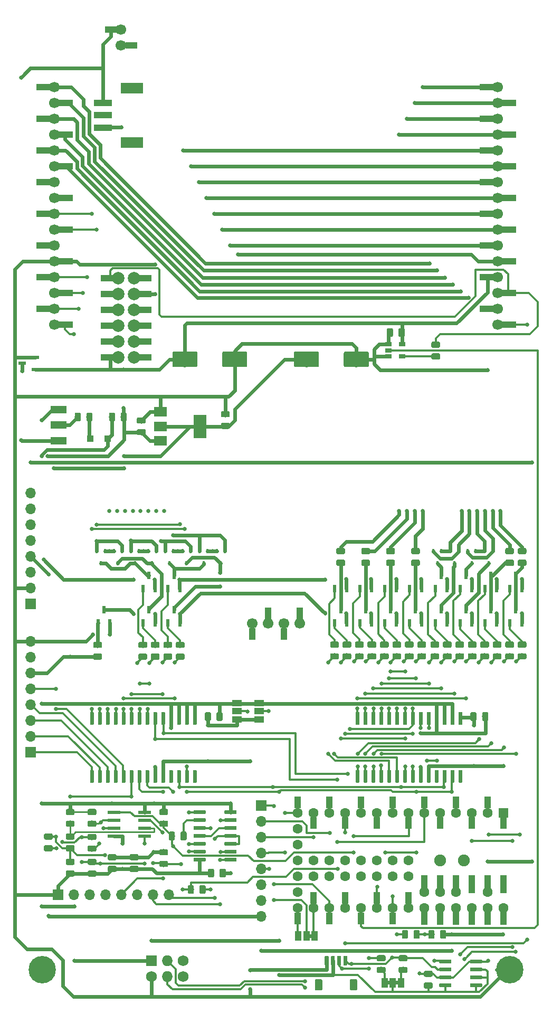
<source format=gbr>
G04 #@! TF.GenerationSoftware,KiCad,Pcbnew,(5.1.2-1)-1*
G04 #@! TF.CreationDate,2020-05-18T22:01:47-05:00*
G04 #@! TF.ProjectId,Interactive Core Memory Badge (Logic) v0.3,496e7465-7261-4637-9469-766520436f72,0.3*
G04 #@! TF.SameCoordinates,Original*
G04 #@! TF.FileFunction,Copper,L1,Top*
G04 #@! TF.FilePolarity,Positive*
%FSLAX46Y46*%
G04 Gerber Fmt 4.6, Leading zero omitted, Abs format (unit mm)*
G04 Created by KiCad (PCBNEW (5.1.2-1)-1) date 2020-05-18 22:01:47*
%MOMM*%
%LPD*%
G04 APERTURE LIST*
%ADD10C,0.100000*%
%ADD11R,3.600000X1.800000*%
%ADD12R,2.900000X1.000000*%
%ADD13C,1.600000*%
%ADD14R,1.600000X1.600000*%
%ADD15C,1.900000*%
%ADD16R,1.000000X3.000000*%
%ADD17R,1.000000X1.900000*%
%ADD18C,0.600000*%
%ADD19C,1.727200*%
%ADD20R,1.727200X1.727200*%
%ADD21O,1.727200X1.727200*%
%ADD22C,1.700000*%
%ADD23R,1.900000X1.000000*%
%ADD24C,0.975000*%
%ADD25R,0.450000X0.700000*%
%ADD26R,0.600000X1.300000*%
%ADD27R,2.000000X1.500000*%
%ADD28R,2.000000X3.800000*%
%ADD29R,2.000000X0.600000*%
%ADD30R,1.500000X1.000000*%
%ADD31R,1.300000X0.600000*%
%ADD32O,1.700000X1.700000*%
%ADD33R,1.700000X1.700000*%
%ADD34R,1.060000X0.650000*%
%ADD35C,1.200000*%
%ADD36R,1.100000X1.100000*%
%ADD37R,2.510000X1.000000*%
%ADD38C,0.700000*%
%ADD39C,4.400000*%
%ADD40C,2.000000*%
%ADD41R,3.150000X1.000000*%
%ADD42R,2.500000X1.250000*%
%ADD43R,1.000000X1.500000*%
%ADD44C,2.500000*%
%ADD45C,0.650000*%
%ADD46C,0.635000*%
%ADD47C,0.600000*%
%ADD48C,0.300000*%
%ADD49C,0.254000*%
G04 APERTURE END LIST*
D10*
G36*
X5765000Y-117400000D02*
G01*
X5265000Y-117400000D01*
X5265000Y-116800000D01*
X5765000Y-116800000D01*
X5765000Y-117400000D01*
G37*
G36*
X19115000Y-124300000D02*
G01*
X19615000Y-124300000D01*
X19615000Y-124900000D01*
X19115000Y-124900000D01*
X19115000Y-124300000D01*
G37*
G36*
X17815000Y-124300000D02*
G01*
X18315000Y-124300000D01*
X18315000Y-124900000D01*
X17815000Y-124900000D01*
X17815000Y-124300000D01*
G37*
D11*
X-23110000Y18900000D03*
X-23110000Y10200000D03*
D12*
X-27760000Y12550000D03*
X-27760000Y14550000D03*
X-27760000Y16550000D03*
D13*
X3490000Y-105000000D03*
X3490000Y-107540000D03*
X3490000Y-110080000D03*
X3490000Y-112620000D03*
X3490000Y-102460000D03*
X3490000Y-99920000D03*
X3490000Y-97380000D03*
X6030000Y-112620000D03*
X8570000Y-112620000D03*
X11110000Y-112620000D03*
X13650000Y-112620000D03*
X16190000Y-112620000D03*
X18730000Y-112620000D03*
X21270000Y-112620000D03*
X23810000Y-112620000D03*
X26350000Y-112620000D03*
X28890000Y-112620000D03*
X31430000Y-112620000D03*
X33970000Y-112620000D03*
X36510000Y-112620000D03*
X33970000Y-110080000D03*
X28890000Y-110080000D03*
X26350000Y-110080000D03*
X23810000Y-110080000D03*
X6030000Y-97380000D03*
X8570000Y-97380000D03*
X11110000Y-97380000D03*
X13650000Y-97380000D03*
X16190000Y-97380000D03*
X18730000Y-97380000D03*
X21270000Y-97380000D03*
X23810000Y-97380000D03*
X26350000Y-97380000D03*
X28890000Y-97380000D03*
X31430000Y-97380000D03*
X33970000Y-97380000D03*
D14*
X36510000Y-97380000D03*
D13*
X21270000Y-105000000D03*
X18730000Y-105000000D03*
X16190000Y-105000000D03*
X13650000Y-105000000D03*
X11110000Y-105000000D03*
X8570000Y-105000000D03*
X6030000Y-105000000D03*
X6030000Y-107540000D03*
X8570000Y-107540000D03*
X11110000Y-107540000D03*
X13650000Y-107540000D03*
X16190000Y-107540000D03*
X18730000Y-107540000D03*
X21270000Y-107540000D03*
D15*
X26350000Y-105000000D03*
X30160000Y-105000000D03*
D16*
X26340000Y-113870000D03*
X33960000Y-113870000D03*
X23800000Y-113870000D03*
X33960000Y-108830000D03*
X36500000Y-113870000D03*
X23800000Y-108830000D03*
X36500000Y-108830000D03*
X26340000Y-108830000D03*
X28880000Y-108830000D03*
X28880000Y-113870000D03*
X31420000Y-113870000D03*
X31420000Y-108830000D03*
D17*
X23810000Y-95700000D03*
X28890000Y-95700000D03*
X13650000Y-95700000D03*
X18730000Y-95700000D03*
X8570000Y-95700000D03*
X33970000Y-95700000D03*
X3490000Y-95700000D03*
X26350000Y-99000000D03*
X11110000Y-99000000D03*
X16190000Y-99000000D03*
X21270000Y-99000000D03*
X6030000Y-99000000D03*
X36510000Y-99000000D03*
X31430000Y-99000000D03*
X16185000Y-110975000D03*
X11105000Y-110975000D03*
X6025000Y-110975000D03*
X8565000Y-114275000D03*
X13645000Y-114275000D03*
X21265000Y-110975000D03*
X3485000Y-114275000D03*
X18725000Y-114275000D03*
D10*
G36*
X13224703Y-81175722D02*
G01*
X13239264Y-81177882D01*
X13253543Y-81181459D01*
X13267403Y-81186418D01*
X13280710Y-81192712D01*
X13293336Y-81200280D01*
X13305159Y-81209048D01*
X13316066Y-81218934D01*
X13325952Y-81229841D01*
X13334720Y-81241664D01*
X13342288Y-81254290D01*
X13348582Y-81267597D01*
X13353541Y-81281457D01*
X13357118Y-81295736D01*
X13359278Y-81310297D01*
X13360000Y-81325000D01*
X13360000Y-83075000D01*
X13359278Y-83089703D01*
X13357118Y-83104264D01*
X13353541Y-83118543D01*
X13348582Y-83132403D01*
X13342288Y-83145710D01*
X13334720Y-83158336D01*
X13325952Y-83170159D01*
X13316066Y-83181066D01*
X13305159Y-83190952D01*
X13293336Y-83199720D01*
X13280710Y-83207288D01*
X13267403Y-83213582D01*
X13253543Y-83218541D01*
X13239264Y-83222118D01*
X13224703Y-83224278D01*
X13210000Y-83225000D01*
X12910000Y-83225000D01*
X12895297Y-83224278D01*
X12880736Y-83222118D01*
X12866457Y-83218541D01*
X12852597Y-83213582D01*
X12839290Y-83207288D01*
X12826664Y-83199720D01*
X12814841Y-83190952D01*
X12803934Y-83181066D01*
X12794048Y-83170159D01*
X12785280Y-83158336D01*
X12777712Y-83145710D01*
X12771418Y-83132403D01*
X12766459Y-83118543D01*
X12762882Y-83104264D01*
X12760722Y-83089703D01*
X12760000Y-83075000D01*
X12760000Y-81325000D01*
X12760722Y-81310297D01*
X12762882Y-81295736D01*
X12766459Y-81281457D01*
X12771418Y-81267597D01*
X12777712Y-81254290D01*
X12785280Y-81241664D01*
X12794048Y-81229841D01*
X12803934Y-81218934D01*
X12814841Y-81209048D01*
X12826664Y-81200280D01*
X12839290Y-81192712D01*
X12852597Y-81186418D01*
X12866457Y-81181459D01*
X12880736Y-81177882D01*
X12895297Y-81175722D01*
X12910000Y-81175000D01*
X13210000Y-81175000D01*
X13224703Y-81175722D01*
X13224703Y-81175722D01*
G37*
D18*
X13060000Y-82200000D03*
D10*
G36*
X14494703Y-81175722D02*
G01*
X14509264Y-81177882D01*
X14523543Y-81181459D01*
X14537403Y-81186418D01*
X14550710Y-81192712D01*
X14563336Y-81200280D01*
X14575159Y-81209048D01*
X14586066Y-81218934D01*
X14595952Y-81229841D01*
X14604720Y-81241664D01*
X14612288Y-81254290D01*
X14618582Y-81267597D01*
X14623541Y-81281457D01*
X14627118Y-81295736D01*
X14629278Y-81310297D01*
X14630000Y-81325000D01*
X14630000Y-83075000D01*
X14629278Y-83089703D01*
X14627118Y-83104264D01*
X14623541Y-83118543D01*
X14618582Y-83132403D01*
X14612288Y-83145710D01*
X14604720Y-83158336D01*
X14595952Y-83170159D01*
X14586066Y-83181066D01*
X14575159Y-83190952D01*
X14563336Y-83199720D01*
X14550710Y-83207288D01*
X14537403Y-83213582D01*
X14523543Y-83218541D01*
X14509264Y-83222118D01*
X14494703Y-83224278D01*
X14480000Y-83225000D01*
X14180000Y-83225000D01*
X14165297Y-83224278D01*
X14150736Y-83222118D01*
X14136457Y-83218541D01*
X14122597Y-83213582D01*
X14109290Y-83207288D01*
X14096664Y-83199720D01*
X14084841Y-83190952D01*
X14073934Y-83181066D01*
X14064048Y-83170159D01*
X14055280Y-83158336D01*
X14047712Y-83145710D01*
X14041418Y-83132403D01*
X14036459Y-83118543D01*
X14032882Y-83104264D01*
X14030722Y-83089703D01*
X14030000Y-83075000D01*
X14030000Y-81325000D01*
X14030722Y-81310297D01*
X14032882Y-81295736D01*
X14036459Y-81281457D01*
X14041418Y-81267597D01*
X14047712Y-81254290D01*
X14055280Y-81241664D01*
X14064048Y-81229841D01*
X14073934Y-81218934D01*
X14084841Y-81209048D01*
X14096664Y-81200280D01*
X14109290Y-81192712D01*
X14122597Y-81186418D01*
X14136457Y-81181459D01*
X14150736Y-81177882D01*
X14165297Y-81175722D01*
X14180000Y-81175000D01*
X14480000Y-81175000D01*
X14494703Y-81175722D01*
X14494703Y-81175722D01*
G37*
D18*
X14330000Y-82200000D03*
D10*
G36*
X15764703Y-81175722D02*
G01*
X15779264Y-81177882D01*
X15793543Y-81181459D01*
X15807403Y-81186418D01*
X15820710Y-81192712D01*
X15833336Y-81200280D01*
X15845159Y-81209048D01*
X15856066Y-81218934D01*
X15865952Y-81229841D01*
X15874720Y-81241664D01*
X15882288Y-81254290D01*
X15888582Y-81267597D01*
X15893541Y-81281457D01*
X15897118Y-81295736D01*
X15899278Y-81310297D01*
X15900000Y-81325000D01*
X15900000Y-83075000D01*
X15899278Y-83089703D01*
X15897118Y-83104264D01*
X15893541Y-83118543D01*
X15888582Y-83132403D01*
X15882288Y-83145710D01*
X15874720Y-83158336D01*
X15865952Y-83170159D01*
X15856066Y-83181066D01*
X15845159Y-83190952D01*
X15833336Y-83199720D01*
X15820710Y-83207288D01*
X15807403Y-83213582D01*
X15793543Y-83218541D01*
X15779264Y-83222118D01*
X15764703Y-83224278D01*
X15750000Y-83225000D01*
X15450000Y-83225000D01*
X15435297Y-83224278D01*
X15420736Y-83222118D01*
X15406457Y-83218541D01*
X15392597Y-83213582D01*
X15379290Y-83207288D01*
X15366664Y-83199720D01*
X15354841Y-83190952D01*
X15343934Y-83181066D01*
X15334048Y-83170159D01*
X15325280Y-83158336D01*
X15317712Y-83145710D01*
X15311418Y-83132403D01*
X15306459Y-83118543D01*
X15302882Y-83104264D01*
X15300722Y-83089703D01*
X15300000Y-83075000D01*
X15300000Y-81325000D01*
X15300722Y-81310297D01*
X15302882Y-81295736D01*
X15306459Y-81281457D01*
X15311418Y-81267597D01*
X15317712Y-81254290D01*
X15325280Y-81241664D01*
X15334048Y-81229841D01*
X15343934Y-81218934D01*
X15354841Y-81209048D01*
X15366664Y-81200280D01*
X15379290Y-81192712D01*
X15392597Y-81186418D01*
X15406457Y-81181459D01*
X15420736Y-81177882D01*
X15435297Y-81175722D01*
X15450000Y-81175000D01*
X15750000Y-81175000D01*
X15764703Y-81175722D01*
X15764703Y-81175722D01*
G37*
D18*
X15600000Y-82200000D03*
D10*
G36*
X17034703Y-81175722D02*
G01*
X17049264Y-81177882D01*
X17063543Y-81181459D01*
X17077403Y-81186418D01*
X17090710Y-81192712D01*
X17103336Y-81200280D01*
X17115159Y-81209048D01*
X17126066Y-81218934D01*
X17135952Y-81229841D01*
X17144720Y-81241664D01*
X17152288Y-81254290D01*
X17158582Y-81267597D01*
X17163541Y-81281457D01*
X17167118Y-81295736D01*
X17169278Y-81310297D01*
X17170000Y-81325000D01*
X17170000Y-83075000D01*
X17169278Y-83089703D01*
X17167118Y-83104264D01*
X17163541Y-83118543D01*
X17158582Y-83132403D01*
X17152288Y-83145710D01*
X17144720Y-83158336D01*
X17135952Y-83170159D01*
X17126066Y-83181066D01*
X17115159Y-83190952D01*
X17103336Y-83199720D01*
X17090710Y-83207288D01*
X17077403Y-83213582D01*
X17063543Y-83218541D01*
X17049264Y-83222118D01*
X17034703Y-83224278D01*
X17020000Y-83225000D01*
X16720000Y-83225000D01*
X16705297Y-83224278D01*
X16690736Y-83222118D01*
X16676457Y-83218541D01*
X16662597Y-83213582D01*
X16649290Y-83207288D01*
X16636664Y-83199720D01*
X16624841Y-83190952D01*
X16613934Y-83181066D01*
X16604048Y-83170159D01*
X16595280Y-83158336D01*
X16587712Y-83145710D01*
X16581418Y-83132403D01*
X16576459Y-83118543D01*
X16572882Y-83104264D01*
X16570722Y-83089703D01*
X16570000Y-83075000D01*
X16570000Y-81325000D01*
X16570722Y-81310297D01*
X16572882Y-81295736D01*
X16576459Y-81281457D01*
X16581418Y-81267597D01*
X16587712Y-81254290D01*
X16595280Y-81241664D01*
X16604048Y-81229841D01*
X16613934Y-81218934D01*
X16624841Y-81209048D01*
X16636664Y-81200280D01*
X16649290Y-81192712D01*
X16662597Y-81186418D01*
X16676457Y-81181459D01*
X16690736Y-81177882D01*
X16705297Y-81175722D01*
X16720000Y-81175000D01*
X17020000Y-81175000D01*
X17034703Y-81175722D01*
X17034703Y-81175722D01*
G37*
D18*
X16870000Y-82200000D03*
D10*
G36*
X18304703Y-81175722D02*
G01*
X18319264Y-81177882D01*
X18333543Y-81181459D01*
X18347403Y-81186418D01*
X18360710Y-81192712D01*
X18373336Y-81200280D01*
X18385159Y-81209048D01*
X18396066Y-81218934D01*
X18405952Y-81229841D01*
X18414720Y-81241664D01*
X18422288Y-81254290D01*
X18428582Y-81267597D01*
X18433541Y-81281457D01*
X18437118Y-81295736D01*
X18439278Y-81310297D01*
X18440000Y-81325000D01*
X18440000Y-83075000D01*
X18439278Y-83089703D01*
X18437118Y-83104264D01*
X18433541Y-83118543D01*
X18428582Y-83132403D01*
X18422288Y-83145710D01*
X18414720Y-83158336D01*
X18405952Y-83170159D01*
X18396066Y-83181066D01*
X18385159Y-83190952D01*
X18373336Y-83199720D01*
X18360710Y-83207288D01*
X18347403Y-83213582D01*
X18333543Y-83218541D01*
X18319264Y-83222118D01*
X18304703Y-83224278D01*
X18290000Y-83225000D01*
X17990000Y-83225000D01*
X17975297Y-83224278D01*
X17960736Y-83222118D01*
X17946457Y-83218541D01*
X17932597Y-83213582D01*
X17919290Y-83207288D01*
X17906664Y-83199720D01*
X17894841Y-83190952D01*
X17883934Y-83181066D01*
X17874048Y-83170159D01*
X17865280Y-83158336D01*
X17857712Y-83145710D01*
X17851418Y-83132403D01*
X17846459Y-83118543D01*
X17842882Y-83104264D01*
X17840722Y-83089703D01*
X17840000Y-83075000D01*
X17840000Y-81325000D01*
X17840722Y-81310297D01*
X17842882Y-81295736D01*
X17846459Y-81281457D01*
X17851418Y-81267597D01*
X17857712Y-81254290D01*
X17865280Y-81241664D01*
X17874048Y-81229841D01*
X17883934Y-81218934D01*
X17894841Y-81209048D01*
X17906664Y-81200280D01*
X17919290Y-81192712D01*
X17932597Y-81186418D01*
X17946457Y-81181459D01*
X17960736Y-81177882D01*
X17975297Y-81175722D01*
X17990000Y-81175000D01*
X18290000Y-81175000D01*
X18304703Y-81175722D01*
X18304703Y-81175722D01*
G37*
D18*
X18140000Y-82200000D03*
D10*
G36*
X19574703Y-81175722D02*
G01*
X19589264Y-81177882D01*
X19603543Y-81181459D01*
X19617403Y-81186418D01*
X19630710Y-81192712D01*
X19643336Y-81200280D01*
X19655159Y-81209048D01*
X19666066Y-81218934D01*
X19675952Y-81229841D01*
X19684720Y-81241664D01*
X19692288Y-81254290D01*
X19698582Y-81267597D01*
X19703541Y-81281457D01*
X19707118Y-81295736D01*
X19709278Y-81310297D01*
X19710000Y-81325000D01*
X19710000Y-83075000D01*
X19709278Y-83089703D01*
X19707118Y-83104264D01*
X19703541Y-83118543D01*
X19698582Y-83132403D01*
X19692288Y-83145710D01*
X19684720Y-83158336D01*
X19675952Y-83170159D01*
X19666066Y-83181066D01*
X19655159Y-83190952D01*
X19643336Y-83199720D01*
X19630710Y-83207288D01*
X19617403Y-83213582D01*
X19603543Y-83218541D01*
X19589264Y-83222118D01*
X19574703Y-83224278D01*
X19560000Y-83225000D01*
X19260000Y-83225000D01*
X19245297Y-83224278D01*
X19230736Y-83222118D01*
X19216457Y-83218541D01*
X19202597Y-83213582D01*
X19189290Y-83207288D01*
X19176664Y-83199720D01*
X19164841Y-83190952D01*
X19153934Y-83181066D01*
X19144048Y-83170159D01*
X19135280Y-83158336D01*
X19127712Y-83145710D01*
X19121418Y-83132403D01*
X19116459Y-83118543D01*
X19112882Y-83104264D01*
X19110722Y-83089703D01*
X19110000Y-83075000D01*
X19110000Y-81325000D01*
X19110722Y-81310297D01*
X19112882Y-81295736D01*
X19116459Y-81281457D01*
X19121418Y-81267597D01*
X19127712Y-81254290D01*
X19135280Y-81241664D01*
X19144048Y-81229841D01*
X19153934Y-81218934D01*
X19164841Y-81209048D01*
X19176664Y-81200280D01*
X19189290Y-81192712D01*
X19202597Y-81186418D01*
X19216457Y-81181459D01*
X19230736Y-81177882D01*
X19245297Y-81175722D01*
X19260000Y-81175000D01*
X19560000Y-81175000D01*
X19574703Y-81175722D01*
X19574703Y-81175722D01*
G37*
D18*
X19410000Y-82200000D03*
D10*
G36*
X20844703Y-81175722D02*
G01*
X20859264Y-81177882D01*
X20873543Y-81181459D01*
X20887403Y-81186418D01*
X20900710Y-81192712D01*
X20913336Y-81200280D01*
X20925159Y-81209048D01*
X20936066Y-81218934D01*
X20945952Y-81229841D01*
X20954720Y-81241664D01*
X20962288Y-81254290D01*
X20968582Y-81267597D01*
X20973541Y-81281457D01*
X20977118Y-81295736D01*
X20979278Y-81310297D01*
X20980000Y-81325000D01*
X20980000Y-83075000D01*
X20979278Y-83089703D01*
X20977118Y-83104264D01*
X20973541Y-83118543D01*
X20968582Y-83132403D01*
X20962288Y-83145710D01*
X20954720Y-83158336D01*
X20945952Y-83170159D01*
X20936066Y-83181066D01*
X20925159Y-83190952D01*
X20913336Y-83199720D01*
X20900710Y-83207288D01*
X20887403Y-83213582D01*
X20873543Y-83218541D01*
X20859264Y-83222118D01*
X20844703Y-83224278D01*
X20830000Y-83225000D01*
X20530000Y-83225000D01*
X20515297Y-83224278D01*
X20500736Y-83222118D01*
X20486457Y-83218541D01*
X20472597Y-83213582D01*
X20459290Y-83207288D01*
X20446664Y-83199720D01*
X20434841Y-83190952D01*
X20423934Y-83181066D01*
X20414048Y-83170159D01*
X20405280Y-83158336D01*
X20397712Y-83145710D01*
X20391418Y-83132403D01*
X20386459Y-83118543D01*
X20382882Y-83104264D01*
X20380722Y-83089703D01*
X20380000Y-83075000D01*
X20380000Y-81325000D01*
X20380722Y-81310297D01*
X20382882Y-81295736D01*
X20386459Y-81281457D01*
X20391418Y-81267597D01*
X20397712Y-81254290D01*
X20405280Y-81241664D01*
X20414048Y-81229841D01*
X20423934Y-81218934D01*
X20434841Y-81209048D01*
X20446664Y-81200280D01*
X20459290Y-81192712D01*
X20472597Y-81186418D01*
X20486457Y-81181459D01*
X20500736Y-81177882D01*
X20515297Y-81175722D01*
X20530000Y-81175000D01*
X20830000Y-81175000D01*
X20844703Y-81175722D01*
X20844703Y-81175722D01*
G37*
D18*
X20680000Y-82200000D03*
D10*
G36*
X22114703Y-81175722D02*
G01*
X22129264Y-81177882D01*
X22143543Y-81181459D01*
X22157403Y-81186418D01*
X22170710Y-81192712D01*
X22183336Y-81200280D01*
X22195159Y-81209048D01*
X22206066Y-81218934D01*
X22215952Y-81229841D01*
X22224720Y-81241664D01*
X22232288Y-81254290D01*
X22238582Y-81267597D01*
X22243541Y-81281457D01*
X22247118Y-81295736D01*
X22249278Y-81310297D01*
X22250000Y-81325000D01*
X22250000Y-83075000D01*
X22249278Y-83089703D01*
X22247118Y-83104264D01*
X22243541Y-83118543D01*
X22238582Y-83132403D01*
X22232288Y-83145710D01*
X22224720Y-83158336D01*
X22215952Y-83170159D01*
X22206066Y-83181066D01*
X22195159Y-83190952D01*
X22183336Y-83199720D01*
X22170710Y-83207288D01*
X22157403Y-83213582D01*
X22143543Y-83218541D01*
X22129264Y-83222118D01*
X22114703Y-83224278D01*
X22100000Y-83225000D01*
X21800000Y-83225000D01*
X21785297Y-83224278D01*
X21770736Y-83222118D01*
X21756457Y-83218541D01*
X21742597Y-83213582D01*
X21729290Y-83207288D01*
X21716664Y-83199720D01*
X21704841Y-83190952D01*
X21693934Y-83181066D01*
X21684048Y-83170159D01*
X21675280Y-83158336D01*
X21667712Y-83145710D01*
X21661418Y-83132403D01*
X21656459Y-83118543D01*
X21652882Y-83104264D01*
X21650722Y-83089703D01*
X21650000Y-83075000D01*
X21650000Y-81325000D01*
X21650722Y-81310297D01*
X21652882Y-81295736D01*
X21656459Y-81281457D01*
X21661418Y-81267597D01*
X21667712Y-81254290D01*
X21675280Y-81241664D01*
X21684048Y-81229841D01*
X21693934Y-81218934D01*
X21704841Y-81209048D01*
X21716664Y-81200280D01*
X21729290Y-81192712D01*
X21742597Y-81186418D01*
X21756457Y-81181459D01*
X21770736Y-81177882D01*
X21785297Y-81175722D01*
X21800000Y-81175000D01*
X22100000Y-81175000D01*
X22114703Y-81175722D01*
X22114703Y-81175722D01*
G37*
D18*
X21950000Y-82200000D03*
D10*
G36*
X23384703Y-81175722D02*
G01*
X23399264Y-81177882D01*
X23413543Y-81181459D01*
X23427403Y-81186418D01*
X23440710Y-81192712D01*
X23453336Y-81200280D01*
X23465159Y-81209048D01*
X23476066Y-81218934D01*
X23485952Y-81229841D01*
X23494720Y-81241664D01*
X23502288Y-81254290D01*
X23508582Y-81267597D01*
X23513541Y-81281457D01*
X23517118Y-81295736D01*
X23519278Y-81310297D01*
X23520000Y-81325000D01*
X23520000Y-83075000D01*
X23519278Y-83089703D01*
X23517118Y-83104264D01*
X23513541Y-83118543D01*
X23508582Y-83132403D01*
X23502288Y-83145710D01*
X23494720Y-83158336D01*
X23485952Y-83170159D01*
X23476066Y-83181066D01*
X23465159Y-83190952D01*
X23453336Y-83199720D01*
X23440710Y-83207288D01*
X23427403Y-83213582D01*
X23413543Y-83218541D01*
X23399264Y-83222118D01*
X23384703Y-83224278D01*
X23370000Y-83225000D01*
X23070000Y-83225000D01*
X23055297Y-83224278D01*
X23040736Y-83222118D01*
X23026457Y-83218541D01*
X23012597Y-83213582D01*
X22999290Y-83207288D01*
X22986664Y-83199720D01*
X22974841Y-83190952D01*
X22963934Y-83181066D01*
X22954048Y-83170159D01*
X22945280Y-83158336D01*
X22937712Y-83145710D01*
X22931418Y-83132403D01*
X22926459Y-83118543D01*
X22922882Y-83104264D01*
X22920722Y-83089703D01*
X22920000Y-83075000D01*
X22920000Y-81325000D01*
X22920722Y-81310297D01*
X22922882Y-81295736D01*
X22926459Y-81281457D01*
X22931418Y-81267597D01*
X22937712Y-81254290D01*
X22945280Y-81241664D01*
X22954048Y-81229841D01*
X22963934Y-81218934D01*
X22974841Y-81209048D01*
X22986664Y-81200280D01*
X22999290Y-81192712D01*
X23012597Y-81186418D01*
X23026457Y-81181459D01*
X23040736Y-81177882D01*
X23055297Y-81175722D01*
X23070000Y-81175000D01*
X23370000Y-81175000D01*
X23384703Y-81175722D01*
X23384703Y-81175722D01*
G37*
D18*
X23220000Y-82200000D03*
D10*
G36*
X24654703Y-81175722D02*
G01*
X24669264Y-81177882D01*
X24683543Y-81181459D01*
X24697403Y-81186418D01*
X24710710Y-81192712D01*
X24723336Y-81200280D01*
X24735159Y-81209048D01*
X24746066Y-81218934D01*
X24755952Y-81229841D01*
X24764720Y-81241664D01*
X24772288Y-81254290D01*
X24778582Y-81267597D01*
X24783541Y-81281457D01*
X24787118Y-81295736D01*
X24789278Y-81310297D01*
X24790000Y-81325000D01*
X24790000Y-83075000D01*
X24789278Y-83089703D01*
X24787118Y-83104264D01*
X24783541Y-83118543D01*
X24778582Y-83132403D01*
X24772288Y-83145710D01*
X24764720Y-83158336D01*
X24755952Y-83170159D01*
X24746066Y-83181066D01*
X24735159Y-83190952D01*
X24723336Y-83199720D01*
X24710710Y-83207288D01*
X24697403Y-83213582D01*
X24683543Y-83218541D01*
X24669264Y-83222118D01*
X24654703Y-83224278D01*
X24640000Y-83225000D01*
X24340000Y-83225000D01*
X24325297Y-83224278D01*
X24310736Y-83222118D01*
X24296457Y-83218541D01*
X24282597Y-83213582D01*
X24269290Y-83207288D01*
X24256664Y-83199720D01*
X24244841Y-83190952D01*
X24233934Y-83181066D01*
X24224048Y-83170159D01*
X24215280Y-83158336D01*
X24207712Y-83145710D01*
X24201418Y-83132403D01*
X24196459Y-83118543D01*
X24192882Y-83104264D01*
X24190722Y-83089703D01*
X24190000Y-83075000D01*
X24190000Y-81325000D01*
X24190722Y-81310297D01*
X24192882Y-81295736D01*
X24196459Y-81281457D01*
X24201418Y-81267597D01*
X24207712Y-81254290D01*
X24215280Y-81241664D01*
X24224048Y-81229841D01*
X24233934Y-81218934D01*
X24244841Y-81209048D01*
X24256664Y-81200280D01*
X24269290Y-81192712D01*
X24282597Y-81186418D01*
X24296457Y-81181459D01*
X24310736Y-81177882D01*
X24325297Y-81175722D01*
X24340000Y-81175000D01*
X24640000Y-81175000D01*
X24654703Y-81175722D01*
X24654703Y-81175722D01*
G37*
D18*
X24490000Y-82200000D03*
D10*
G36*
X25924703Y-81175722D02*
G01*
X25939264Y-81177882D01*
X25953543Y-81181459D01*
X25967403Y-81186418D01*
X25980710Y-81192712D01*
X25993336Y-81200280D01*
X26005159Y-81209048D01*
X26016066Y-81218934D01*
X26025952Y-81229841D01*
X26034720Y-81241664D01*
X26042288Y-81254290D01*
X26048582Y-81267597D01*
X26053541Y-81281457D01*
X26057118Y-81295736D01*
X26059278Y-81310297D01*
X26060000Y-81325000D01*
X26060000Y-83075000D01*
X26059278Y-83089703D01*
X26057118Y-83104264D01*
X26053541Y-83118543D01*
X26048582Y-83132403D01*
X26042288Y-83145710D01*
X26034720Y-83158336D01*
X26025952Y-83170159D01*
X26016066Y-83181066D01*
X26005159Y-83190952D01*
X25993336Y-83199720D01*
X25980710Y-83207288D01*
X25967403Y-83213582D01*
X25953543Y-83218541D01*
X25939264Y-83222118D01*
X25924703Y-83224278D01*
X25910000Y-83225000D01*
X25610000Y-83225000D01*
X25595297Y-83224278D01*
X25580736Y-83222118D01*
X25566457Y-83218541D01*
X25552597Y-83213582D01*
X25539290Y-83207288D01*
X25526664Y-83199720D01*
X25514841Y-83190952D01*
X25503934Y-83181066D01*
X25494048Y-83170159D01*
X25485280Y-83158336D01*
X25477712Y-83145710D01*
X25471418Y-83132403D01*
X25466459Y-83118543D01*
X25462882Y-83104264D01*
X25460722Y-83089703D01*
X25460000Y-83075000D01*
X25460000Y-81325000D01*
X25460722Y-81310297D01*
X25462882Y-81295736D01*
X25466459Y-81281457D01*
X25471418Y-81267597D01*
X25477712Y-81254290D01*
X25485280Y-81241664D01*
X25494048Y-81229841D01*
X25503934Y-81218934D01*
X25514841Y-81209048D01*
X25526664Y-81200280D01*
X25539290Y-81192712D01*
X25552597Y-81186418D01*
X25566457Y-81181459D01*
X25580736Y-81177882D01*
X25595297Y-81175722D01*
X25610000Y-81175000D01*
X25910000Y-81175000D01*
X25924703Y-81175722D01*
X25924703Y-81175722D01*
G37*
D18*
X25760000Y-82200000D03*
D10*
G36*
X27194703Y-81175722D02*
G01*
X27209264Y-81177882D01*
X27223543Y-81181459D01*
X27237403Y-81186418D01*
X27250710Y-81192712D01*
X27263336Y-81200280D01*
X27275159Y-81209048D01*
X27286066Y-81218934D01*
X27295952Y-81229841D01*
X27304720Y-81241664D01*
X27312288Y-81254290D01*
X27318582Y-81267597D01*
X27323541Y-81281457D01*
X27327118Y-81295736D01*
X27329278Y-81310297D01*
X27330000Y-81325000D01*
X27330000Y-83075000D01*
X27329278Y-83089703D01*
X27327118Y-83104264D01*
X27323541Y-83118543D01*
X27318582Y-83132403D01*
X27312288Y-83145710D01*
X27304720Y-83158336D01*
X27295952Y-83170159D01*
X27286066Y-83181066D01*
X27275159Y-83190952D01*
X27263336Y-83199720D01*
X27250710Y-83207288D01*
X27237403Y-83213582D01*
X27223543Y-83218541D01*
X27209264Y-83222118D01*
X27194703Y-83224278D01*
X27180000Y-83225000D01*
X26880000Y-83225000D01*
X26865297Y-83224278D01*
X26850736Y-83222118D01*
X26836457Y-83218541D01*
X26822597Y-83213582D01*
X26809290Y-83207288D01*
X26796664Y-83199720D01*
X26784841Y-83190952D01*
X26773934Y-83181066D01*
X26764048Y-83170159D01*
X26755280Y-83158336D01*
X26747712Y-83145710D01*
X26741418Y-83132403D01*
X26736459Y-83118543D01*
X26732882Y-83104264D01*
X26730722Y-83089703D01*
X26730000Y-83075000D01*
X26730000Y-81325000D01*
X26730722Y-81310297D01*
X26732882Y-81295736D01*
X26736459Y-81281457D01*
X26741418Y-81267597D01*
X26747712Y-81254290D01*
X26755280Y-81241664D01*
X26764048Y-81229841D01*
X26773934Y-81218934D01*
X26784841Y-81209048D01*
X26796664Y-81200280D01*
X26809290Y-81192712D01*
X26822597Y-81186418D01*
X26836457Y-81181459D01*
X26850736Y-81177882D01*
X26865297Y-81175722D01*
X26880000Y-81175000D01*
X27180000Y-81175000D01*
X27194703Y-81175722D01*
X27194703Y-81175722D01*
G37*
D18*
X27030000Y-82200000D03*
D10*
G36*
X28464703Y-81175722D02*
G01*
X28479264Y-81177882D01*
X28493543Y-81181459D01*
X28507403Y-81186418D01*
X28520710Y-81192712D01*
X28533336Y-81200280D01*
X28545159Y-81209048D01*
X28556066Y-81218934D01*
X28565952Y-81229841D01*
X28574720Y-81241664D01*
X28582288Y-81254290D01*
X28588582Y-81267597D01*
X28593541Y-81281457D01*
X28597118Y-81295736D01*
X28599278Y-81310297D01*
X28600000Y-81325000D01*
X28600000Y-83075000D01*
X28599278Y-83089703D01*
X28597118Y-83104264D01*
X28593541Y-83118543D01*
X28588582Y-83132403D01*
X28582288Y-83145710D01*
X28574720Y-83158336D01*
X28565952Y-83170159D01*
X28556066Y-83181066D01*
X28545159Y-83190952D01*
X28533336Y-83199720D01*
X28520710Y-83207288D01*
X28507403Y-83213582D01*
X28493543Y-83218541D01*
X28479264Y-83222118D01*
X28464703Y-83224278D01*
X28450000Y-83225000D01*
X28150000Y-83225000D01*
X28135297Y-83224278D01*
X28120736Y-83222118D01*
X28106457Y-83218541D01*
X28092597Y-83213582D01*
X28079290Y-83207288D01*
X28066664Y-83199720D01*
X28054841Y-83190952D01*
X28043934Y-83181066D01*
X28034048Y-83170159D01*
X28025280Y-83158336D01*
X28017712Y-83145710D01*
X28011418Y-83132403D01*
X28006459Y-83118543D01*
X28002882Y-83104264D01*
X28000722Y-83089703D01*
X28000000Y-83075000D01*
X28000000Y-81325000D01*
X28000722Y-81310297D01*
X28002882Y-81295736D01*
X28006459Y-81281457D01*
X28011418Y-81267597D01*
X28017712Y-81254290D01*
X28025280Y-81241664D01*
X28034048Y-81229841D01*
X28043934Y-81218934D01*
X28054841Y-81209048D01*
X28066664Y-81200280D01*
X28079290Y-81192712D01*
X28092597Y-81186418D01*
X28106457Y-81181459D01*
X28120736Y-81177882D01*
X28135297Y-81175722D01*
X28150000Y-81175000D01*
X28450000Y-81175000D01*
X28464703Y-81175722D01*
X28464703Y-81175722D01*
G37*
D18*
X28300000Y-82200000D03*
D10*
G36*
X29734703Y-81175722D02*
G01*
X29749264Y-81177882D01*
X29763543Y-81181459D01*
X29777403Y-81186418D01*
X29790710Y-81192712D01*
X29803336Y-81200280D01*
X29815159Y-81209048D01*
X29826066Y-81218934D01*
X29835952Y-81229841D01*
X29844720Y-81241664D01*
X29852288Y-81254290D01*
X29858582Y-81267597D01*
X29863541Y-81281457D01*
X29867118Y-81295736D01*
X29869278Y-81310297D01*
X29870000Y-81325000D01*
X29870000Y-83075000D01*
X29869278Y-83089703D01*
X29867118Y-83104264D01*
X29863541Y-83118543D01*
X29858582Y-83132403D01*
X29852288Y-83145710D01*
X29844720Y-83158336D01*
X29835952Y-83170159D01*
X29826066Y-83181066D01*
X29815159Y-83190952D01*
X29803336Y-83199720D01*
X29790710Y-83207288D01*
X29777403Y-83213582D01*
X29763543Y-83218541D01*
X29749264Y-83222118D01*
X29734703Y-83224278D01*
X29720000Y-83225000D01*
X29420000Y-83225000D01*
X29405297Y-83224278D01*
X29390736Y-83222118D01*
X29376457Y-83218541D01*
X29362597Y-83213582D01*
X29349290Y-83207288D01*
X29336664Y-83199720D01*
X29324841Y-83190952D01*
X29313934Y-83181066D01*
X29304048Y-83170159D01*
X29295280Y-83158336D01*
X29287712Y-83145710D01*
X29281418Y-83132403D01*
X29276459Y-83118543D01*
X29272882Y-83104264D01*
X29270722Y-83089703D01*
X29270000Y-83075000D01*
X29270000Y-81325000D01*
X29270722Y-81310297D01*
X29272882Y-81295736D01*
X29276459Y-81281457D01*
X29281418Y-81267597D01*
X29287712Y-81254290D01*
X29295280Y-81241664D01*
X29304048Y-81229841D01*
X29313934Y-81218934D01*
X29324841Y-81209048D01*
X29336664Y-81200280D01*
X29349290Y-81192712D01*
X29362597Y-81186418D01*
X29376457Y-81181459D01*
X29390736Y-81177882D01*
X29405297Y-81175722D01*
X29420000Y-81175000D01*
X29720000Y-81175000D01*
X29734703Y-81175722D01*
X29734703Y-81175722D01*
G37*
D18*
X29570000Y-82200000D03*
D10*
G36*
X29734703Y-90475722D02*
G01*
X29749264Y-90477882D01*
X29763543Y-90481459D01*
X29777403Y-90486418D01*
X29790710Y-90492712D01*
X29803336Y-90500280D01*
X29815159Y-90509048D01*
X29826066Y-90518934D01*
X29835952Y-90529841D01*
X29844720Y-90541664D01*
X29852288Y-90554290D01*
X29858582Y-90567597D01*
X29863541Y-90581457D01*
X29867118Y-90595736D01*
X29869278Y-90610297D01*
X29870000Y-90625000D01*
X29870000Y-92375000D01*
X29869278Y-92389703D01*
X29867118Y-92404264D01*
X29863541Y-92418543D01*
X29858582Y-92432403D01*
X29852288Y-92445710D01*
X29844720Y-92458336D01*
X29835952Y-92470159D01*
X29826066Y-92481066D01*
X29815159Y-92490952D01*
X29803336Y-92499720D01*
X29790710Y-92507288D01*
X29777403Y-92513582D01*
X29763543Y-92518541D01*
X29749264Y-92522118D01*
X29734703Y-92524278D01*
X29720000Y-92525000D01*
X29420000Y-92525000D01*
X29405297Y-92524278D01*
X29390736Y-92522118D01*
X29376457Y-92518541D01*
X29362597Y-92513582D01*
X29349290Y-92507288D01*
X29336664Y-92499720D01*
X29324841Y-92490952D01*
X29313934Y-92481066D01*
X29304048Y-92470159D01*
X29295280Y-92458336D01*
X29287712Y-92445710D01*
X29281418Y-92432403D01*
X29276459Y-92418543D01*
X29272882Y-92404264D01*
X29270722Y-92389703D01*
X29270000Y-92375000D01*
X29270000Y-90625000D01*
X29270722Y-90610297D01*
X29272882Y-90595736D01*
X29276459Y-90581457D01*
X29281418Y-90567597D01*
X29287712Y-90554290D01*
X29295280Y-90541664D01*
X29304048Y-90529841D01*
X29313934Y-90518934D01*
X29324841Y-90509048D01*
X29336664Y-90500280D01*
X29349290Y-90492712D01*
X29362597Y-90486418D01*
X29376457Y-90481459D01*
X29390736Y-90477882D01*
X29405297Y-90475722D01*
X29420000Y-90475000D01*
X29720000Y-90475000D01*
X29734703Y-90475722D01*
X29734703Y-90475722D01*
G37*
D18*
X29570000Y-91500000D03*
D10*
G36*
X28464703Y-90475722D02*
G01*
X28479264Y-90477882D01*
X28493543Y-90481459D01*
X28507403Y-90486418D01*
X28520710Y-90492712D01*
X28533336Y-90500280D01*
X28545159Y-90509048D01*
X28556066Y-90518934D01*
X28565952Y-90529841D01*
X28574720Y-90541664D01*
X28582288Y-90554290D01*
X28588582Y-90567597D01*
X28593541Y-90581457D01*
X28597118Y-90595736D01*
X28599278Y-90610297D01*
X28600000Y-90625000D01*
X28600000Y-92375000D01*
X28599278Y-92389703D01*
X28597118Y-92404264D01*
X28593541Y-92418543D01*
X28588582Y-92432403D01*
X28582288Y-92445710D01*
X28574720Y-92458336D01*
X28565952Y-92470159D01*
X28556066Y-92481066D01*
X28545159Y-92490952D01*
X28533336Y-92499720D01*
X28520710Y-92507288D01*
X28507403Y-92513582D01*
X28493543Y-92518541D01*
X28479264Y-92522118D01*
X28464703Y-92524278D01*
X28450000Y-92525000D01*
X28150000Y-92525000D01*
X28135297Y-92524278D01*
X28120736Y-92522118D01*
X28106457Y-92518541D01*
X28092597Y-92513582D01*
X28079290Y-92507288D01*
X28066664Y-92499720D01*
X28054841Y-92490952D01*
X28043934Y-92481066D01*
X28034048Y-92470159D01*
X28025280Y-92458336D01*
X28017712Y-92445710D01*
X28011418Y-92432403D01*
X28006459Y-92418543D01*
X28002882Y-92404264D01*
X28000722Y-92389703D01*
X28000000Y-92375000D01*
X28000000Y-90625000D01*
X28000722Y-90610297D01*
X28002882Y-90595736D01*
X28006459Y-90581457D01*
X28011418Y-90567597D01*
X28017712Y-90554290D01*
X28025280Y-90541664D01*
X28034048Y-90529841D01*
X28043934Y-90518934D01*
X28054841Y-90509048D01*
X28066664Y-90500280D01*
X28079290Y-90492712D01*
X28092597Y-90486418D01*
X28106457Y-90481459D01*
X28120736Y-90477882D01*
X28135297Y-90475722D01*
X28150000Y-90475000D01*
X28450000Y-90475000D01*
X28464703Y-90475722D01*
X28464703Y-90475722D01*
G37*
D18*
X28300000Y-91500000D03*
D10*
G36*
X27194703Y-90475722D02*
G01*
X27209264Y-90477882D01*
X27223543Y-90481459D01*
X27237403Y-90486418D01*
X27250710Y-90492712D01*
X27263336Y-90500280D01*
X27275159Y-90509048D01*
X27286066Y-90518934D01*
X27295952Y-90529841D01*
X27304720Y-90541664D01*
X27312288Y-90554290D01*
X27318582Y-90567597D01*
X27323541Y-90581457D01*
X27327118Y-90595736D01*
X27329278Y-90610297D01*
X27330000Y-90625000D01*
X27330000Y-92375000D01*
X27329278Y-92389703D01*
X27327118Y-92404264D01*
X27323541Y-92418543D01*
X27318582Y-92432403D01*
X27312288Y-92445710D01*
X27304720Y-92458336D01*
X27295952Y-92470159D01*
X27286066Y-92481066D01*
X27275159Y-92490952D01*
X27263336Y-92499720D01*
X27250710Y-92507288D01*
X27237403Y-92513582D01*
X27223543Y-92518541D01*
X27209264Y-92522118D01*
X27194703Y-92524278D01*
X27180000Y-92525000D01*
X26880000Y-92525000D01*
X26865297Y-92524278D01*
X26850736Y-92522118D01*
X26836457Y-92518541D01*
X26822597Y-92513582D01*
X26809290Y-92507288D01*
X26796664Y-92499720D01*
X26784841Y-92490952D01*
X26773934Y-92481066D01*
X26764048Y-92470159D01*
X26755280Y-92458336D01*
X26747712Y-92445710D01*
X26741418Y-92432403D01*
X26736459Y-92418543D01*
X26732882Y-92404264D01*
X26730722Y-92389703D01*
X26730000Y-92375000D01*
X26730000Y-90625000D01*
X26730722Y-90610297D01*
X26732882Y-90595736D01*
X26736459Y-90581457D01*
X26741418Y-90567597D01*
X26747712Y-90554290D01*
X26755280Y-90541664D01*
X26764048Y-90529841D01*
X26773934Y-90518934D01*
X26784841Y-90509048D01*
X26796664Y-90500280D01*
X26809290Y-90492712D01*
X26822597Y-90486418D01*
X26836457Y-90481459D01*
X26850736Y-90477882D01*
X26865297Y-90475722D01*
X26880000Y-90475000D01*
X27180000Y-90475000D01*
X27194703Y-90475722D01*
X27194703Y-90475722D01*
G37*
D18*
X27030000Y-91500000D03*
D10*
G36*
X25924703Y-90475722D02*
G01*
X25939264Y-90477882D01*
X25953543Y-90481459D01*
X25967403Y-90486418D01*
X25980710Y-90492712D01*
X25993336Y-90500280D01*
X26005159Y-90509048D01*
X26016066Y-90518934D01*
X26025952Y-90529841D01*
X26034720Y-90541664D01*
X26042288Y-90554290D01*
X26048582Y-90567597D01*
X26053541Y-90581457D01*
X26057118Y-90595736D01*
X26059278Y-90610297D01*
X26060000Y-90625000D01*
X26060000Y-92375000D01*
X26059278Y-92389703D01*
X26057118Y-92404264D01*
X26053541Y-92418543D01*
X26048582Y-92432403D01*
X26042288Y-92445710D01*
X26034720Y-92458336D01*
X26025952Y-92470159D01*
X26016066Y-92481066D01*
X26005159Y-92490952D01*
X25993336Y-92499720D01*
X25980710Y-92507288D01*
X25967403Y-92513582D01*
X25953543Y-92518541D01*
X25939264Y-92522118D01*
X25924703Y-92524278D01*
X25910000Y-92525000D01*
X25610000Y-92525000D01*
X25595297Y-92524278D01*
X25580736Y-92522118D01*
X25566457Y-92518541D01*
X25552597Y-92513582D01*
X25539290Y-92507288D01*
X25526664Y-92499720D01*
X25514841Y-92490952D01*
X25503934Y-92481066D01*
X25494048Y-92470159D01*
X25485280Y-92458336D01*
X25477712Y-92445710D01*
X25471418Y-92432403D01*
X25466459Y-92418543D01*
X25462882Y-92404264D01*
X25460722Y-92389703D01*
X25460000Y-92375000D01*
X25460000Y-90625000D01*
X25460722Y-90610297D01*
X25462882Y-90595736D01*
X25466459Y-90581457D01*
X25471418Y-90567597D01*
X25477712Y-90554290D01*
X25485280Y-90541664D01*
X25494048Y-90529841D01*
X25503934Y-90518934D01*
X25514841Y-90509048D01*
X25526664Y-90500280D01*
X25539290Y-90492712D01*
X25552597Y-90486418D01*
X25566457Y-90481459D01*
X25580736Y-90477882D01*
X25595297Y-90475722D01*
X25610000Y-90475000D01*
X25910000Y-90475000D01*
X25924703Y-90475722D01*
X25924703Y-90475722D01*
G37*
D18*
X25760000Y-91500000D03*
D10*
G36*
X24654703Y-90475722D02*
G01*
X24669264Y-90477882D01*
X24683543Y-90481459D01*
X24697403Y-90486418D01*
X24710710Y-90492712D01*
X24723336Y-90500280D01*
X24735159Y-90509048D01*
X24746066Y-90518934D01*
X24755952Y-90529841D01*
X24764720Y-90541664D01*
X24772288Y-90554290D01*
X24778582Y-90567597D01*
X24783541Y-90581457D01*
X24787118Y-90595736D01*
X24789278Y-90610297D01*
X24790000Y-90625000D01*
X24790000Y-92375000D01*
X24789278Y-92389703D01*
X24787118Y-92404264D01*
X24783541Y-92418543D01*
X24778582Y-92432403D01*
X24772288Y-92445710D01*
X24764720Y-92458336D01*
X24755952Y-92470159D01*
X24746066Y-92481066D01*
X24735159Y-92490952D01*
X24723336Y-92499720D01*
X24710710Y-92507288D01*
X24697403Y-92513582D01*
X24683543Y-92518541D01*
X24669264Y-92522118D01*
X24654703Y-92524278D01*
X24640000Y-92525000D01*
X24340000Y-92525000D01*
X24325297Y-92524278D01*
X24310736Y-92522118D01*
X24296457Y-92518541D01*
X24282597Y-92513582D01*
X24269290Y-92507288D01*
X24256664Y-92499720D01*
X24244841Y-92490952D01*
X24233934Y-92481066D01*
X24224048Y-92470159D01*
X24215280Y-92458336D01*
X24207712Y-92445710D01*
X24201418Y-92432403D01*
X24196459Y-92418543D01*
X24192882Y-92404264D01*
X24190722Y-92389703D01*
X24190000Y-92375000D01*
X24190000Y-90625000D01*
X24190722Y-90610297D01*
X24192882Y-90595736D01*
X24196459Y-90581457D01*
X24201418Y-90567597D01*
X24207712Y-90554290D01*
X24215280Y-90541664D01*
X24224048Y-90529841D01*
X24233934Y-90518934D01*
X24244841Y-90509048D01*
X24256664Y-90500280D01*
X24269290Y-90492712D01*
X24282597Y-90486418D01*
X24296457Y-90481459D01*
X24310736Y-90477882D01*
X24325297Y-90475722D01*
X24340000Y-90475000D01*
X24640000Y-90475000D01*
X24654703Y-90475722D01*
X24654703Y-90475722D01*
G37*
D18*
X24490000Y-91500000D03*
D10*
G36*
X23384703Y-90475722D02*
G01*
X23399264Y-90477882D01*
X23413543Y-90481459D01*
X23427403Y-90486418D01*
X23440710Y-90492712D01*
X23453336Y-90500280D01*
X23465159Y-90509048D01*
X23476066Y-90518934D01*
X23485952Y-90529841D01*
X23494720Y-90541664D01*
X23502288Y-90554290D01*
X23508582Y-90567597D01*
X23513541Y-90581457D01*
X23517118Y-90595736D01*
X23519278Y-90610297D01*
X23520000Y-90625000D01*
X23520000Y-92375000D01*
X23519278Y-92389703D01*
X23517118Y-92404264D01*
X23513541Y-92418543D01*
X23508582Y-92432403D01*
X23502288Y-92445710D01*
X23494720Y-92458336D01*
X23485952Y-92470159D01*
X23476066Y-92481066D01*
X23465159Y-92490952D01*
X23453336Y-92499720D01*
X23440710Y-92507288D01*
X23427403Y-92513582D01*
X23413543Y-92518541D01*
X23399264Y-92522118D01*
X23384703Y-92524278D01*
X23370000Y-92525000D01*
X23070000Y-92525000D01*
X23055297Y-92524278D01*
X23040736Y-92522118D01*
X23026457Y-92518541D01*
X23012597Y-92513582D01*
X22999290Y-92507288D01*
X22986664Y-92499720D01*
X22974841Y-92490952D01*
X22963934Y-92481066D01*
X22954048Y-92470159D01*
X22945280Y-92458336D01*
X22937712Y-92445710D01*
X22931418Y-92432403D01*
X22926459Y-92418543D01*
X22922882Y-92404264D01*
X22920722Y-92389703D01*
X22920000Y-92375000D01*
X22920000Y-90625000D01*
X22920722Y-90610297D01*
X22922882Y-90595736D01*
X22926459Y-90581457D01*
X22931418Y-90567597D01*
X22937712Y-90554290D01*
X22945280Y-90541664D01*
X22954048Y-90529841D01*
X22963934Y-90518934D01*
X22974841Y-90509048D01*
X22986664Y-90500280D01*
X22999290Y-90492712D01*
X23012597Y-90486418D01*
X23026457Y-90481459D01*
X23040736Y-90477882D01*
X23055297Y-90475722D01*
X23070000Y-90475000D01*
X23370000Y-90475000D01*
X23384703Y-90475722D01*
X23384703Y-90475722D01*
G37*
D18*
X23220000Y-91500000D03*
D10*
G36*
X22114703Y-90475722D02*
G01*
X22129264Y-90477882D01*
X22143543Y-90481459D01*
X22157403Y-90486418D01*
X22170710Y-90492712D01*
X22183336Y-90500280D01*
X22195159Y-90509048D01*
X22206066Y-90518934D01*
X22215952Y-90529841D01*
X22224720Y-90541664D01*
X22232288Y-90554290D01*
X22238582Y-90567597D01*
X22243541Y-90581457D01*
X22247118Y-90595736D01*
X22249278Y-90610297D01*
X22250000Y-90625000D01*
X22250000Y-92375000D01*
X22249278Y-92389703D01*
X22247118Y-92404264D01*
X22243541Y-92418543D01*
X22238582Y-92432403D01*
X22232288Y-92445710D01*
X22224720Y-92458336D01*
X22215952Y-92470159D01*
X22206066Y-92481066D01*
X22195159Y-92490952D01*
X22183336Y-92499720D01*
X22170710Y-92507288D01*
X22157403Y-92513582D01*
X22143543Y-92518541D01*
X22129264Y-92522118D01*
X22114703Y-92524278D01*
X22100000Y-92525000D01*
X21800000Y-92525000D01*
X21785297Y-92524278D01*
X21770736Y-92522118D01*
X21756457Y-92518541D01*
X21742597Y-92513582D01*
X21729290Y-92507288D01*
X21716664Y-92499720D01*
X21704841Y-92490952D01*
X21693934Y-92481066D01*
X21684048Y-92470159D01*
X21675280Y-92458336D01*
X21667712Y-92445710D01*
X21661418Y-92432403D01*
X21656459Y-92418543D01*
X21652882Y-92404264D01*
X21650722Y-92389703D01*
X21650000Y-92375000D01*
X21650000Y-90625000D01*
X21650722Y-90610297D01*
X21652882Y-90595736D01*
X21656459Y-90581457D01*
X21661418Y-90567597D01*
X21667712Y-90554290D01*
X21675280Y-90541664D01*
X21684048Y-90529841D01*
X21693934Y-90518934D01*
X21704841Y-90509048D01*
X21716664Y-90500280D01*
X21729290Y-90492712D01*
X21742597Y-90486418D01*
X21756457Y-90481459D01*
X21770736Y-90477882D01*
X21785297Y-90475722D01*
X21800000Y-90475000D01*
X22100000Y-90475000D01*
X22114703Y-90475722D01*
X22114703Y-90475722D01*
G37*
D18*
X21950000Y-91500000D03*
D10*
G36*
X20844703Y-90475722D02*
G01*
X20859264Y-90477882D01*
X20873543Y-90481459D01*
X20887403Y-90486418D01*
X20900710Y-90492712D01*
X20913336Y-90500280D01*
X20925159Y-90509048D01*
X20936066Y-90518934D01*
X20945952Y-90529841D01*
X20954720Y-90541664D01*
X20962288Y-90554290D01*
X20968582Y-90567597D01*
X20973541Y-90581457D01*
X20977118Y-90595736D01*
X20979278Y-90610297D01*
X20980000Y-90625000D01*
X20980000Y-92375000D01*
X20979278Y-92389703D01*
X20977118Y-92404264D01*
X20973541Y-92418543D01*
X20968582Y-92432403D01*
X20962288Y-92445710D01*
X20954720Y-92458336D01*
X20945952Y-92470159D01*
X20936066Y-92481066D01*
X20925159Y-92490952D01*
X20913336Y-92499720D01*
X20900710Y-92507288D01*
X20887403Y-92513582D01*
X20873543Y-92518541D01*
X20859264Y-92522118D01*
X20844703Y-92524278D01*
X20830000Y-92525000D01*
X20530000Y-92525000D01*
X20515297Y-92524278D01*
X20500736Y-92522118D01*
X20486457Y-92518541D01*
X20472597Y-92513582D01*
X20459290Y-92507288D01*
X20446664Y-92499720D01*
X20434841Y-92490952D01*
X20423934Y-92481066D01*
X20414048Y-92470159D01*
X20405280Y-92458336D01*
X20397712Y-92445710D01*
X20391418Y-92432403D01*
X20386459Y-92418543D01*
X20382882Y-92404264D01*
X20380722Y-92389703D01*
X20380000Y-92375000D01*
X20380000Y-90625000D01*
X20380722Y-90610297D01*
X20382882Y-90595736D01*
X20386459Y-90581457D01*
X20391418Y-90567597D01*
X20397712Y-90554290D01*
X20405280Y-90541664D01*
X20414048Y-90529841D01*
X20423934Y-90518934D01*
X20434841Y-90509048D01*
X20446664Y-90500280D01*
X20459290Y-90492712D01*
X20472597Y-90486418D01*
X20486457Y-90481459D01*
X20500736Y-90477882D01*
X20515297Y-90475722D01*
X20530000Y-90475000D01*
X20830000Y-90475000D01*
X20844703Y-90475722D01*
X20844703Y-90475722D01*
G37*
D18*
X20680000Y-91500000D03*
D10*
G36*
X19574703Y-90475722D02*
G01*
X19589264Y-90477882D01*
X19603543Y-90481459D01*
X19617403Y-90486418D01*
X19630710Y-90492712D01*
X19643336Y-90500280D01*
X19655159Y-90509048D01*
X19666066Y-90518934D01*
X19675952Y-90529841D01*
X19684720Y-90541664D01*
X19692288Y-90554290D01*
X19698582Y-90567597D01*
X19703541Y-90581457D01*
X19707118Y-90595736D01*
X19709278Y-90610297D01*
X19710000Y-90625000D01*
X19710000Y-92375000D01*
X19709278Y-92389703D01*
X19707118Y-92404264D01*
X19703541Y-92418543D01*
X19698582Y-92432403D01*
X19692288Y-92445710D01*
X19684720Y-92458336D01*
X19675952Y-92470159D01*
X19666066Y-92481066D01*
X19655159Y-92490952D01*
X19643336Y-92499720D01*
X19630710Y-92507288D01*
X19617403Y-92513582D01*
X19603543Y-92518541D01*
X19589264Y-92522118D01*
X19574703Y-92524278D01*
X19560000Y-92525000D01*
X19260000Y-92525000D01*
X19245297Y-92524278D01*
X19230736Y-92522118D01*
X19216457Y-92518541D01*
X19202597Y-92513582D01*
X19189290Y-92507288D01*
X19176664Y-92499720D01*
X19164841Y-92490952D01*
X19153934Y-92481066D01*
X19144048Y-92470159D01*
X19135280Y-92458336D01*
X19127712Y-92445710D01*
X19121418Y-92432403D01*
X19116459Y-92418543D01*
X19112882Y-92404264D01*
X19110722Y-92389703D01*
X19110000Y-92375000D01*
X19110000Y-90625000D01*
X19110722Y-90610297D01*
X19112882Y-90595736D01*
X19116459Y-90581457D01*
X19121418Y-90567597D01*
X19127712Y-90554290D01*
X19135280Y-90541664D01*
X19144048Y-90529841D01*
X19153934Y-90518934D01*
X19164841Y-90509048D01*
X19176664Y-90500280D01*
X19189290Y-90492712D01*
X19202597Y-90486418D01*
X19216457Y-90481459D01*
X19230736Y-90477882D01*
X19245297Y-90475722D01*
X19260000Y-90475000D01*
X19560000Y-90475000D01*
X19574703Y-90475722D01*
X19574703Y-90475722D01*
G37*
D18*
X19410000Y-91500000D03*
D10*
G36*
X18304703Y-90475722D02*
G01*
X18319264Y-90477882D01*
X18333543Y-90481459D01*
X18347403Y-90486418D01*
X18360710Y-90492712D01*
X18373336Y-90500280D01*
X18385159Y-90509048D01*
X18396066Y-90518934D01*
X18405952Y-90529841D01*
X18414720Y-90541664D01*
X18422288Y-90554290D01*
X18428582Y-90567597D01*
X18433541Y-90581457D01*
X18437118Y-90595736D01*
X18439278Y-90610297D01*
X18440000Y-90625000D01*
X18440000Y-92375000D01*
X18439278Y-92389703D01*
X18437118Y-92404264D01*
X18433541Y-92418543D01*
X18428582Y-92432403D01*
X18422288Y-92445710D01*
X18414720Y-92458336D01*
X18405952Y-92470159D01*
X18396066Y-92481066D01*
X18385159Y-92490952D01*
X18373336Y-92499720D01*
X18360710Y-92507288D01*
X18347403Y-92513582D01*
X18333543Y-92518541D01*
X18319264Y-92522118D01*
X18304703Y-92524278D01*
X18290000Y-92525000D01*
X17990000Y-92525000D01*
X17975297Y-92524278D01*
X17960736Y-92522118D01*
X17946457Y-92518541D01*
X17932597Y-92513582D01*
X17919290Y-92507288D01*
X17906664Y-92499720D01*
X17894841Y-92490952D01*
X17883934Y-92481066D01*
X17874048Y-92470159D01*
X17865280Y-92458336D01*
X17857712Y-92445710D01*
X17851418Y-92432403D01*
X17846459Y-92418543D01*
X17842882Y-92404264D01*
X17840722Y-92389703D01*
X17840000Y-92375000D01*
X17840000Y-90625000D01*
X17840722Y-90610297D01*
X17842882Y-90595736D01*
X17846459Y-90581457D01*
X17851418Y-90567597D01*
X17857712Y-90554290D01*
X17865280Y-90541664D01*
X17874048Y-90529841D01*
X17883934Y-90518934D01*
X17894841Y-90509048D01*
X17906664Y-90500280D01*
X17919290Y-90492712D01*
X17932597Y-90486418D01*
X17946457Y-90481459D01*
X17960736Y-90477882D01*
X17975297Y-90475722D01*
X17990000Y-90475000D01*
X18290000Y-90475000D01*
X18304703Y-90475722D01*
X18304703Y-90475722D01*
G37*
D18*
X18140000Y-91500000D03*
D10*
G36*
X17034703Y-90475722D02*
G01*
X17049264Y-90477882D01*
X17063543Y-90481459D01*
X17077403Y-90486418D01*
X17090710Y-90492712D01*
X17103336Y-90500280D01*
X17115159Y-90509048D01*
X17126066Y-90518934D01*
X17135952Y-90529841D01*
X17144720Y-90541664D01*
X17152288Y-90554290D01*
X17158582Y-90567597D01*
X17163541Y-90581457D01*
X17167118Y-90595736D01*
X17169278Y-90610297D01*
X17170000Y-90625000D01*
X17170000Y-92375000D01*
X17169278Y-92389703D01*
X17167118Y-92404264D01*
X17163541Y-92418543D01*
X17158582Y-92432403D01*
X17152288Y-92445710D01*
X17144720Y-92458336D01*
X17135952Y-92470159D01*
X17126066Y-92481066D01*
X17115159Y-92490952D01*
X17103336Y-92499720D01*
X17090710Y-92507288D01*
X17077403Y-92513582D01*
X17063543Y-92518541D01*
X17049264Y-92522118D01*
X17034703Y-92524278D01*
X17020000Y-92525000D01*
X16720000Y-92525000D01*
X16705297Y-92524278D01*
X16690736Y-92522118D01*
X16676457Y-92518541D01*
X16662597Y-92513582D01*
X16649290Y-92507288D01*
X16636664Y-92499720D01*
X16624841Y-92490952D01*
X16613934Y-92481066D01*
X16604048Y-92470159D01*
X16595280Y-92458336D01*
X16587712Y-92445710D01*
X16581418Y-92432403D01*
X16576459Y-92418543D01*
X16572882Y-92404264D01*
X16570722Y-92389703D01*
X16570000Y-92375000D01*
X16570000Y-90625000D01*
X16570722Y-90610297D01*
X16572882Y-90595736D01*
X16576459Y-90581457D01*
X16581418Y-90567597D01*
X16587712Y-90554290D01*
X16595280Y-90541664D01*
X16604048Y-90529841D01*
X16613934Y-90518934D01*
X16624841Y-90509048D01*
X16636664Y-90500280D01*
X16649290Y-90492712D01*
X16662597Y-90486418D01*
X16676457Y-90481459D01*
X16690736Y-90477882D01*
X16705297Y-90475722D01*
X16720000Y-90475000D01*
X17020000Y-90475000D01*
X17034703Y-90475722D01*
X17034703Y-90475722D01*
G37*
D18*
X16870000Y-91500000D03*
D10*
G36*
X15764703Y-90475722D02*
G01*
X15779264Y-90477882D01*
X15793543Y-90481459D01*
X15807403Y-90486418D01*
X15820710Y-90492712D01*
X15833336Y-90500280D01*
X15845159Y-90509048D01*
X15856066Y-90518934D01*
X15865952Y-90529841D01*
X15874720Y-90541664D01*
X15882288Y-90554290D01*
X15888582Y-90567597D01*
X15893541Y-90581457D01*
X15897118Y-90595736D01*
X15899278Y-90610297D01*
X15900000Y-90625000D01*
X15900000Y-92375000D01*
X15899278Y-92389703D01*
X15897118Y-92404264D01*
X15893541Y-92418543D01*
X15888582Y-92432403D01*
X15882288Y-92445710D01*
X15874720Y-92458336D01*
X15865952Y-92470159D01*
X15856066Y-92481066D01*
X15845159Y-92490952D01*
X15833336Y-92499720D01*
X15820710Y-92507288D01*
X15807403Y-92513582D01*
X15793543Y-92518541D01*
X15779264Y-92522118D01*
X15764703Y-92524278D01*
X15750000Y-92525000D01*
X15450000Y-92525000D01*
X15435297Y-92524278D01*
X15420736Y-92522118D01*
X15406457Y-92518541D01*
X15392597Y-92513582D01*
X15379290Y-92507288D01*
X15366664Y-92499720D01*
X15354841Y-92490952D01*
X15343934Y-92481066D01*
X15334048Y-92470159D01*
X15325280Y-92458336D01*
X15317712Y-92445710D01*
X15311418Y-92432403D01*
X15306459Y-92418543D01*
X15302882Y-92404264D01*
X15300722Y-92389703D01*
X15300000Y-92375000D01*
X15300000Y-90625000D01*
X15300722Y-90610297D01*
X15302882Y-90595736D01*
X15306459Y-90581457D01*
X15311418Y-90567597D01*
X15317712Y-90554290D01*
X15325280Y-90541664D01*
X15334048Y-90529841D01*
X15343934Y-90518934D01*
X15354841Y-90509048D01*
X15366664Y-90500280D01*
X15379290Y-90492712D01*
X15392597Y-90486418D01*
X15406457Y-90481459D01*
X15420736Y-90477882D01*
X15435297Y-90475722D01*
X15450000Y-90475000D01*
X15750000Y-90475000D01*
X15764703Y-90475722D01*
X15764703Y-90475722D01*
G37*
D18*
X15600000Y-91500000D03*
D10*
G36*
X14494703Y-90475722D02*
G01*
X14509264Y-90477882D01*
X14523543Y-90481459D01*
X14537403Y-90486418D01*
X14550710Y-90492712D01*
X14563336Y-90500280D01*
X14575159Y-90509048D01*
X14586066Y-90518934D01*
X14595952Y-90529841D01*
X14604720Y-90541664D01*
X14612288Y-90554290D01*
X14618582Y-90567597D01*
X14623541Y-90581457D01*
X14627118Y-90595736D01*
X14629278Y-90610297D01*
X14630000Y-90625000D01*
X14630000Y-92375000D01*
X14629278Y-92389703D01*
X14627118Y-92404264D01*
X14623541Y-92418543D01*
X14618582Y-92432403D01*
X14612288Y-92445710D01*
X14604720Y-92458336D01*
X14595952Y-92470159D01*
X14586066Y-92481066D01*
X14575159Y-92490952D01*
X14563336Y-92499720D01*
X14550710Y-92507288D01*
X14537403Y-92513582D01*
X14523543Y-92518541D01*
X14509264Y-92522118D01*
X14494703Y-92524278D01*
X14480000Y-92525000D01*
X14180000Y-92525000D01*
X14165297Y-92524278D01*
X14150736Y-92522118D01*
X14136457Y-92518541D01*
X14122597Y-92513582D01*
X14109290Y-92507288D01*
X14096664Y-92499720D01*
X14084841Y-92490952D01*
X14073934Y-92481066D01*
X14064048Y-92470159D01*
X14055280Y-92458336D01*
X14047712Y-92445710D01*
X14041418Y-92432403D01*
X14036459Y-92418543D01*
X14032882Y-92404264D01*
X14030722Y-92389703D01*
X14030000Y-92375000D01*
X14030000Y-90625000D01*
X14030722Y-90610297D01*
X14032882Y-90595736D01*
X14036459Y-90581457D01*
X14041418Y-90567597D01*
X14047712Y-90554290D01*
X14055280Y-90541664D01*
X14064048Y-90529841D01*
X14073934Y-90518934D01*
X14084841Y-90509048D01*
X14096664Y-90500280D01*
X14109290Y-90492712D01*
X14122597Y-90486418D01*
X14136457Y-90481459D01*
X14150736Y-90477882D01*
X14165297Y-90475722D01*
X14180000Y-90475000D01*
X14480000Y-90475000D01*
X14494703Y-90475722D01*
X14494703Y-90475722D01*
G37*
D18*
X14330000Y-91500000D03*
D10*
G36*
X13224703Y-90475722D02*
G01*
X13239264Y-90477882D01*
X13253543Y-90481459D01*
X13267403Y-90486418D01*
X13280710Y-90492712D01*
X13293336Y-90500280D01*
X13305159Y-90509048D01*
X13316066Y-90518934D01*
X13325952Y-90529841D01*
X13334720Y-90541664D01*
X13342288Y-90554290D01*
X13348582Y-90567597D01*
X13353541Y-90581457D01*
X13357118Y-90595736D01*
X13359278Y-90610297D01*
X13360000Y-90625000D01*
X13360000Y-92375000D01*
X13359278Y-92389703D01*
X13357118Y-92404264D01*
X13353541Y-92418543D01*
X13348582Y-92432403D01*
X13342288Y-92445710D01*
X13334720Y-92458336D01*
X13325952Y-92470159D01*
X13316066Y-92481066D01*
X13305159Y-92490952D01*
X13293336Y-92499720D01*
X13280710Y-92507288D01*
X13267403Y-92513582D01*
X13253543Y-92518541D01*
X13239264Y-92522118D01*
X13224703Y-92524278D01*
X13210000Y-92525000D01*
X12910000Y-92525000D01*
X12895297Y-92524278D01*
X12880736Y-92522118D01*
X12866457Y-92518541D01*
X12852597Y-92513582D01*
X12839290Y-92507288D01*
X12826664Y-92499720D01*
X12814841Y-92490952D01*
X12803934Y-92481066D01*
X12794048Y-92470159D01*
X12785280Y-92458336D01*
X12777712Y-92445710D01*
X12771418Y-92432403D01*
X12766459Y-92418543D01*
X12762882Y-92404264D01*
X12760722Y-92389703D01*
X12760000Y-92375000D01*
X12760000Y-90625000D01*
X12760722Y-90610297D01*
X12762882Y-90595736D01*
X12766459Y-90581457D01*
X12771418Y-90567597D01*
X12777712Y-90554290D01*
X12785280Y-90541664D01*
X12794048Y-90529841D01*
X12803934Y-90518934D01*
X12814841Y-90509048D01*
X12826664Y-90500280D01*
X12839290Y-90492712D01*
X12852597Y-90486418D01*
X12866457Y-90481459D01*
X12880736Y-90477882D01*
X12895297Y-90475722D01*
X12910000Y-90475000D01*
X13210000Y-90475000D01*
X13224703Y-90475722D01*
X13224703Y-90475722D01*
G37*
D18*
X13060000Y-91500000D03*
D19*
X-19965000Y-123640000D03*
D20*
X-19965000Y-121100000D03*
D21*
X-17425000Y-123640000D03*
X-17425000Y-121100000D03*
D19*
X-14885000Y-123640000D03*
X-14885000Y-121100000D03*
D22*
X-24885000Y25730000D03*
X-24885000Y28270000D03*
D23*
X-23235000Y25730000D03*
X-26535000Y28270000D03*
D22*
X-3810000Y-67000000D03*
X-1270000Y-67000000D03*
X1270000Y-67000000D03*
X3810000Y-67000000D03*
D17*
X3810000Y-65350000D03*
X-1270000Y-65350000D03*
X1270000Y-68650000D03*
X-3810000Y-68650000D03*
D10*
G36*
X-25804858Y-105851174D02*
G01*
X-25781197Y-105854684D01*
X-25757993Y-105860496D01*
X-25735471Y-105868554D01*
X-25713847Y-105878782D01*
X-25693330Y-105891079D01*
X-25674117Y-105905329D01*
X-25656393Y-105921393D01*
X-25640329Y-105939117D01*
X-25626079Y-105958330D01*
X-25613782Y-105978847D01*
X-25603554Y-106000471D01*
X-25595496Y-106022993D01*
X-25589684Y-106046197D01*
X-25586174Y-106069858D01*
X-25585000Y-106093750D01*
X-25585000Y-106581250D01*
X-25586174Y-106605142D01*
X-25589684Y-106628803D01*
X-25595496Y-106652007D01*
X-25603554Y-106674529D01*
X-25613782Y-106696153D01*
X-25626079Y-106716670D01*
X-25640329Y-106735883D01*
X-25656393Y-106753607D01*
X-25674117Y-106769671D01*
X-25693330Y-106783921D01*
X-25713847Y-106796218D01*
X-25735471Y-106806446D01*
X-25757993Y-106814504D01*
X-25781197Y-106820316D01*
X-25804858Y-106823826D01*
X-25828750Y-106825000D01*
X-26741250Y-106825000D01*
X-26765142Y-106823826D01*
X-26788803Y-106820316D01*
X-26812007Y-106814504D01*
X-26834529Y-106806446D01*
X-26856153Y-106796218D01*
X-26876670Y-106783921D01*
X-26895883Y-106769671D01*
X-26913607Y-106753607D01*
X-26929671Y-106735883D01*
X-26943921Y-106716670D01*
X-26956218Y-106696153D01*
X-26966446Y-106674529D01*
X-26974504Y-106652007D01*
X-26980316Y-106628803D01*
X-26983826Y-106605142D01*
X-26985000Y-106581250D01*
X-26985000Y-106093750D01*
X-26983826Y-106069858D01*
X-26980316Y-106046197D01*
X-26974504Y-106022993D01*
X-26966446Y-106000471D01*
X-26956218Y-105978847D01*
X-26943921Y-105958330D01*
X-26929671Y-105939117D01*
X-26913607Y-105921393D01*
X-26895883Y-105905329D01*
X-26876670Y-105891079D01*
X-26856153Y-105878782D01*
X-26834529Y-105868554D01*
X-26812007Y-105860496D01*
X-26788803Y-105854684D01*
X-26765142Y-105851174D01*
X-26741250Y-105850000D01*
X-25828750Y-105850000D01*
X-25804858Y-105851174D01*
X-25804858Y-105851174D01*
G37*
D24*
X-26285000Y-106337500D03*
D10*
G36*
X-25804858Y-103976174D02*
G01*
X-25781197Y-103979684D01*
X-25757993Y-103985496D01*
X-25735471Y-103993554D01*
X-25713847Y-104003782D01*
X-25693330Y-104016079D01*
X-25674117Y-104030329D01*
X-25656393Y-104046393D01*
X-25640329Y-104064117D01*
X-25626079Y-104083330D01*
X-25613782Y-104103847D01*
X-25603554Y-104125471D01*
X-25595496Y-104147993D01*
X-25589684Y-104171197D01*
X-25586174Y-104194858D01*
X-25585000Y-104218750D01*
X-25585000Y-104706250D01*
X-25586174Y-104730142D01*
X-25589684Y-104753803D01*
X-25595496Y-104777007D01*
X-25603554Y-104799529D01*
X-25613782Y-104821153D01*
X-25626079Y-104841670D01*
X-25640329Y-104860883D01*
X-25656393Y-104878607D01*
X-25674117Y-104894671D01*
X-25693330Y-104908921D01*
X-25713847Y-104921218D01*
X-25735471Y-104931446D01*
X-25757993Y-104939504D01*
X-25781197Y-104945316D01*
X-25804858Y-104948826D01*
X-25828750Y-104950000D01*
X-26741250Y-104950000D01*
X-26765142Y-104948826D01*
X-26788803Y-104945316D01*
X-26812007Y-104939504D01*
X-26834529Y-104931446D01*
X-26856153Y-104921218D01*
X-26876670Y-104908921D01*
X-26895883Y-104894671D01*
X-26913607Y-104878607D01*
X-26929671Y-104860883D01*
X-26943921Y-104841670D01*
X-26956218Y-104821153D01*
X-26966446Y-104799529D01*
X-26974504Y-104777007D01*
X-26980316Y-104753803D01*
X-26983826Y-104730142D01*
X-26985000Y-104706250D01*
X-26985000Y-104218750D01*
X-26983826Y-104194858D01*
X-26980316Y-104171197D01*
X-26974504Y-104147993D01*
X-26966446Y-104125471D01*
X-26956218Y-104103847D01*
X-26943921Y-104083330D01*
X-26929671Y-104064117D01*
X-26913607Y-104046393D01*
X-26895883Y-104030329D01*
X-26876670Y-104016079D01*
X-26856153Y-104003782D01*
X-26834529Y-103993554D01*
X-26812007Y-103985496D01*
X-26788803Y-103979684D01*
X-26765142Y-103976174D01*
X-26741250Y-103975000D01*
X-25828750Y-103975000D01*
X-25804858Y-103976174D01*
X-25804858Y-103976174D01*
G37*
D24*
X-26285000Y-104462500D03*
D10*
G36*
X-22304858Y-105851174D02*
G01*
X-22281197Y-105854684D01*
X-22257993Y-105860496D01*
X-22235471Y-105868554D01*
X-22213847Y-105878782D01*
X-22193330Y-105891079D01*
X-22174117Y-105905329D01*
X-22156393Y-105921393D01*
X-22140329Y-105939117D01*
X-22126079Y-105958330D01*
X-22113782Y-105978847D01*
X-22103554Y-106000471D01*
X-22095496Y-106022993D01*
X-22089684Y-106046197D01*
X-22086174Y-106069858D01*
X-22085000Y-106093750D01*
X-22085000Y-106581250D01*
X-22086174Y-106605142D01*
X-22089684Y-106628803D01*
X-22095496Y-106652007D01*
X-22103554Y-106674529D01*
X-22113782Y-106696153D01*
X-22126079Y-106716670D01*
X-22140329Y-106735883D01*
X-22156393Y-106753607D01*
X-22174117Y-106769671D01*
X-22193330Y-106783921D01*
X-22213847Y-106796218D01*
X-22235471Y-106806446D01*
X-22257993Y-106814504D01*
X-22281197Y-106820316D01*
X-22304858Y-106823826D01*
X-22328750Y-106825000D01*
X-23241250Y-106825000D01*
X-23265142Y-106823826D01*
X-23288803Y-106820316D01*
X-23312007Y-106814504D01*
X-23334529Y-106806446D01*
X-23356153Y-106796218D01*
X-23376670Y-106783921D01*
X-23395883Y-106769671D01*
X-23413607Y-106753607D01*
X-23429671Y-106735883D01*
X-23443921Y-106716670D01*
X-23456218Y-106696153D01*
X-23466446Y-106674529D01*
X-23474504Y-106652007D01*
X-23480316Y-106628803D01*
X-23483826Y-106605142D01*
X-23485000Y-106581250D01*
X-23485000Y-106093750D01*
X-23483826Y-106069858D01*
X-23480316Y-106046197D01*
X-23474504Y-106022993D01*
X-23466446Y-106000471D01*
X-23456218Y-105978847D01*
X-23443921Y-105958330D01*
X-23429671Y-105939117D01*
X-23413607Y-105921393D01*
X-23395883Y-105905329D01*
X-23376670Y-105891079D01*
X-23356153Y-105878782D01*
X-23334529Y-105868554D01*
X-23312007Y-105860496D01*
X-23288803Y-105854684D01*
X-23265142Y-105851174D01*
X-23241250Y-105850000D01*
X-22328750Y-105850000D01*
X-22304858Y-105851174D01*
X-22304858Y-105851174D01*
G37*
D24*
X-22785000Y-106337500D03*
D10*
G36*
X-22304858Y-103976174D02*
G01*
X-22281197Y-103979684D01*
X-22257993Y-103985496D01*
X-22235471Y-103993554D01*
X-22213847Y-104003782D01*
X-22193330Y-104016079D01*
X-22174117Y-104030329D01*
X-22156393Y-104046393D01*
X-22140329Y-104064117D01*
X-22126079Y-104083330D01*
X-22113782Y-104103847D01*
X-22103554Y-104125471D01*
X-22095496Y-104147993D01*
X-22089684Y-104171197D01*
X-22086174Y-104194858D01*
X-22085000Y-104218750D01*
X-22085000Y-104706250D01*
X-22086174Y-104730142D01*
X-22089684Y-104753803D01*
X-22095496Y-104777007D01*
X-22103554Y-104799529D01*
X-22113782Y-104821153D01*
X-22126079Y-104841670D01*
X-22140329Y-104860883D01*
X-22156393Y-104878607D01*
X-22174117Y-104894671D01*
X-22193330Y-104908921D01*
X-22213847Y-104921218D01*
X-22235471Y-104931446D01*
X-22257993Y-104939504D01*
X-22281197Y-104945316D01*
X-22304858Y-104948826D01*
X-22328750Y-104950000D01*
X-23241250Y-104950000D01*
X-23265142Y-104948826D01*
X-23288803Y-104945316D01*
X-23312007Y-104939504D01*
X-23334529Y-104931446D01*
X-23356153Y-104921218D01*
X-23376670Y-104908921D01*
X-23395883Y-104894671D01*
X-23413607Y-104878607D01*
X-23429671Y-104860883D01*
X-23443921Y-104841670D01*
X-23456218Y-104821153D01*
X-23466446Y-104799529D01*
X-23474504Y-104777007D01*
X-23480316Y-104753803D01*
X-23483826Y-104730142D01*
X-23485000Y-104706250D01*
X-23485000Y-104218750D01*
X-23483826Y-104194858D01*
X-23480316Y-104171197D01*
X-23474504Y-104147993D01*
X-23466446Y-104125471D01*
X-23456218Y-104103847D01*
X-23443921Y-104083330D01*
X-23429671Y-104064117D01*
X-23413607Y-104046393D01*
X-23395883Y-104030329D01*
X-23376670Y-104016079D01*
X-23356153Y-104003782D01*
X-23334529Y-103993554D01*
X-23312007Y-103985496D01*
X-23288803Y-103979684D01*
X-23265142Y-103976174D01*
X-23241250Y-103975000D01*
X-22328750Y-103975000D01*
X-22304858Y-103976174D01*
X-22304858Y-103976174D01*
G37*
D24*
X-22785000Y-104462500D03*
D25*
X-28135000Y-57350000D03*
X-28785000Y-55350000D03*
X-27485000Y-55350000D03*
X-25385000Y-57350000D03*
X-26035000Y-55350000D03*
X-24735000Y-55350000D03*
X-22635000Y-57350000D03*
X-23285000Y-55350000D03*
X-21985000Y-55350000D03*
X-19885000Y-57350000D03*
X-20535000Y-55350000D03*
X-19235000Y-55350000D03*
X-17135000Y-57350000D03*
X-17785000Y-55350000D03*
X-16485000Y-55350000D03*
X-14385000Y-57350000D03*
X-15035000Y-55350000D03*
X-13735000Y-55350000D03*
X-11635000Y-57350000D03*
X-12285000Y-55350000D03*
X-10985000Y-55350000D03*
X-8885000Y-57350000D03*
X-9535000Y-55350000D03*
X-8235000Y-55350000D03*
X25865000Y-57350000D03*
X25215000Y-55350000D03*
X26515000Y-55350000D03*
X28615000Y-57350000D03*
X27965000Y-55350000D03*
X29265000Y-55350000D03*
X31365000Y-57350000D03*
X30715000Y-55350000D03*
X32015000Y-55350000D03*
X34115000Y-57350000D03*
X33465000Y-55350000D03*
X34765000Y-55350000D03*
D10*
G36*
X-31554858Y-33151174D02*
G01*
X-31531197Y-33154684D01*
X-31507993Y-33160496D01*
X-31485471Y-33168554D01*
X-31463847Y-33178782D01*
X-31443330Y-33191079D01*
X-31424117Y-33205329D01*
X-31406393Y-33221393D01*
X-31390329Y-33239117D01*
X-31376079Y-33258330D01*
X-31363782Y-33278847D01*
X-31353554Y-33300471D01*
X-31345496Y-33322993D01*
X-31339684Y-33346197D01*
X-31336174Y-33369858D01*
X-31335000Y-33393750D01*
X-31335000Y-34306250D01*
X-31336174Y-34330142D01*
X-31339684Y-34353803D01*
X-31345496Y-34377007D01*
X-31353554Y-34399529D01*
X-31363782Y-34421153D01*
X-31376079Y-34441670D01*
X-31390329Y-34460883D01*
X-31406393Y-34478607D01*
X-31424117Y-34494671D01*
X-31443330Y-34508921D01*
X-31463847Y-34521218D01*
X-31485471Y-34531446D01*
X-31507993Y-34539504D01*
X-31531197Y-34545316D01*
X-31554858Y-34548826D01*
X-31578750Y-34550000D01*
X-32066250Y-34550000D01*
X-32090142Y-34548826D01*
X-32113803Y-34545316D01*
X-32137007Y-34539504D01*
X-32159529Y-34531446D01*
X-32181153Y-34521218D01*
X-32201670Y-34508921D01*
X-32220883Y-34494671D01*
X-32238607Y-34478607D01*
X-32254671Y-34460883D01*
X-32268921Y-34441670D01*
X-32281218Y-34421153D01*
X-32291446Y-34399529D01*
X-32299504Y-34377007D01*
X-32305316Y-34353803D01*
X-32308826Y-34330142D01*
X-32310000Y-34306250D01*
X-32310000Y-33393750D01*
X-32308826Y-33369858D01*
X-32305316Y-33346197D01*
X-32299504Y-33322993D01*
X-32291446Y-33300471D01*
X-32281218Y-33278847D01*
X-32268921Y-33258330D01*
X-32254671Y-33239117D01*
X-32238607Y-33221393D01*
X-32220883Y-33205329D01*
X-32201670Y-33191079D01*
X-32181153Y-33178782D01*
X-32159529Y-33168554D01*
X-32137007Y-33160496D01*
X-32113803Y-33154684D01*
X-32090142Y-33151174D01*
X-32066250Y-33150000D01*
X-31578750Y-33150000D01*
X-31554858Y-33151174D01*
X-31554858Y-33151174D01*
G37*
D24*
X-31822500Y-33850000D03*
D10*
G36*
X-29679858Y-33151174D02*
G01*
X-29656197Y-33154684D01*
X-29632993Y-33160496D01*
X-29610471Y-33168554D01*
X-29588847Y-33178782D01*
X-29568330Y-33191079D01*
X-29549117Y-33205329D01*
X-29531393Y-33221393D01*
X-29515329Y-33239117D01*
X-29501079Y-33258330D01*
X-29488782Y-33278847D01*
X-29478554Y-33300471D01*
X-29470496Y-33322993D01*
X-29464684Y-33346197D01*
X-29461174Y-33369858D01*
X-29460000Y-33393750D01*
X-29460000Y-34306250D01*
X-29461174Y-34330142D01*
X-29464684Y-34353803D01*
X-29470496Y-34377007D01*
X-29478554Y-34399529D01*
X-29488782Y-34421153D01*
X-29501079Y-34441670D01*
X-29515329Y-34460883D01*
X-29531393Y-34478607D01*
X-29549117Y-34494671D01*
X-29568330Y-34508921D01*
X-29588847Y-34521218D01*
X-29610471Y-34531446D01*
X-29632993Y-34539504D01*
X-29656197Y-34545316D01*
X-29679858Y-34548826D01*
X-29703750Y-34550000D01*
X-30191250Y-34550000D01*
X-30215142Y-34548826D01*
X-30238803Y-34545316D01*
X-30262007Y-34539504D01*
X-30284529Y-34531446D01*
X-30306153Y-34521218D01*
X-30326670Y-34508921D01*
X-30345883Y-34494671D01*
X-30363607Y-34478607D01*
X-30379671Y-34460883D01*
X-30393921Y-34441670D01*
X-30406218Y-34421153D01*
X-30416446Y-34399529D01*
X-30424504Y-34377007D01*
X-30430316Y-34353803D01*
X-30433826Y-34330142D01*
X-30435000Y-34306250D01*
X-30435000Y-33393750D01*
X-30433826Y-33369858D01*
X-30430316Y-33346197D01*
X-30424504Y-33322993D01*
X-30416446Y-33300471D01*
X-30406218Y-33278847D01*
X-30393921Y-33258330D01*
X-30379671Y-33239117D01*
X-30363607Y-33221393D01*
X-30345883Y-33205329D01*
X-30326670Y-33191079D01*
X-30306153Y-33178782D01*
X-30284529Y-33168554D01*
X-30262007Y-33160496D01*
X-30238803Y-33154684D01*
X-30215142Y-33151174D01*
X-30191250Y-33150000D01*
X-29703750Y-33150000D01*
X-29679858Y-33151174D01*
X-29679858Y-33151174D01*
G37*
D24*
X-29947500Y-33850000D03*
D26*
X-21335000Y-61400000D03*
X-19435000Y-61400000D03*
X-20385000Y-59300000D03*
X-21335000Y-66900000D03*
X-19435000Y-66900000D03*
X-20385000Y-64800000D03*
X-28585000Y-66900000D03*
X-26685000Y-66900000D03*
X-27635000Y-64800000D03*
X9415000Y-61350000D03*
X11315000Y-61350000D03*
X10365000Y-59250000D03*
X9415000Y-66850000D03*
X11315000Y-66850000D03*
X10365000Y-64750000D03*
X-17335000Y-61400000D03*
X-15435000Y-61400000D03*
X-16385000Y-59300000D03*
X-17335000Y-66900000D03*
X-15435000Y-66900000D03*
X-16385000Y-64800000D03*
X13415000Y-61350000D03*
X15315000Y-61350000D03*
X14365000Y-59250000D03*
X13415000Y-66850000D03*
X15315000Y-66850000D03*
X14365000Y-64750000D03*
X33515000Y-61350000D03*
X35415000Y-61350000D03*
X34465000Y-59250000D03*
X33515000Y-66850000D03*
X35415000Y-66850000D03*
X34465000Y-64750000D03*
X37515000Y-61350000D03*
X39415000Y-61350000D03*
X38465000Y-59250000D03*
X37515000Y-66850000D03*
X39415000Y-66850000D03*
X38465000Y-64750000D03*
X17415000Y-61350000D03*
X19315000Y-61350000D03*
X18365000Y-59250000D03*
X17415000Y-66850000D03*
X19315000Y-66850000D03*
X18365000Y-64750000D03*
X21415000Y-61350000D03*
X23315000Y-61350000D03*
X22365000Y-59250000D03*
X21415000Y-66850000D03*
X23315000Y-66850000D03*
X22365000Y-64750000D03*
X25515000Y-61350000D03*
X27415000Y-61350000D03*
X26465000Y-59250000D03*
X25515000Y-66850000D03*
X27415000Y-66850000D03*
X26465000Y-64750000D03*
X29515000Y-61350000D03*
X31415000Y-61350000D03*
X30465000Y-59250000D03*
X29515000Y-66850000D03*
X31415000Y-66850000D03*
X30465000Y-64750000D03*
D10*
G36*
X-24179858Y-33151174D02*
G01*
X-24156197Y-33154684D01*
X-24132993Y-33160496D01*
X-24110471Y-33168554D01*
X-24088847Y-33178782D01*
X-24068330Y-33191079D01*
X-24049117Y-33205329D01*
X-24031393Y-33221393D01*
X-24015329Y-33239117D01*
X-24001079Y-33258330D01*
X-23988782Y-33278847D01*
X-23978554Y-33300471D01*
X-23970496Y-33322993D01*
X-23964684Y-33346197D01*
X-23961174Y-33369858D01*
X-23960000Y-33393750D01*
X-23960000Y-34306250D01*
X-23961174Y-34330142D01*
X-23964684Y-34353803D01*
X-23970496Y-34377007D01*
X-23978554Y-34399529D01*
X-23988782Y-34421153D01*
X-24001079Y-34441670D01*
X-24015329Y-34460883D01*
X-24031393Y-34478607D01*
X-24049117Y-34494671D01*
X-24068330Y-34508921D01*
X-24088847Y-34521218D01*
X-24110471Y-34531446D01*
X-24132993Y-34539504D01*
X-24156197Y-34545316D01*
X-24179858Y-34548826D01*
X-24203750Y-34550000D01*
X-24691250Y-34550000D01*
X-24715142Y-34548826D01*
X-24738803Y-34545316D01*
X-24762007Y-34539504D01*
X-24784529Y-34531446D01*
X-24806153Y-34521218D01*
X-24826670Y-34508921D01*
X-24845883Y-34494671D01*
X-24863607Y-34478607D01*
X-24879671Y-34460883D01*
X-24893921Y-34441670D01*
X-24906218Y-34421153D01*
X-24916446Y-34399529D01*
X-24924504Y-34377007D01*
X-24930316Y-34353803D01*
X-24933826Y-34330142D01*
X-24935000Y-34306250D01*
X-24935000Y-33393750D01*
X-24933826Y-33369858D01*
X-24930316Y-33346197D01*
X-24924504Y-33322993D01*
X-24916446Y-33300471D01*
X-24906218Y-33278847D01*
X-24893921Y-33258330D01*
X-24879671Y-33239117D01*
X-24863607Y-33221393D01*
X-24845883Y-33205329D01*
X-24826670Y-33191079D01*
X-24806153Y-33178782D01*
X-24784529Y-33168554D01*
X-24762007Y-33160496D01*
X-24738803Y-33154684D01*
X-24715142Y-33151174D01*
X-24691250Y-33150000D01*
X-24203750Y-33150000D01*
X-24179858Y-33151174D01*
X-24179858Y-33151174D01*
G37*
D24*
X-24447500Y-33850000D03*
D10*
G36*
X-26054858Y-33151174D02*
G01*
X-26031197Y-33154684D01*
X-26007993Y-33160496D01*
X-25985471Y-33168554D01*
X-25963847Y-33178782D01*
X-25943330Y-33191079D01*
X-25924117Y-33205329D01*
X-25906393Y-33221393D01*
X-25890329Y-33239117D01*
X-25876079Y-33258330D01*
X-25863782Y-33278847D01*
X-25853554Y-33300471D01*
X-25845496Y-33322993D01*
X-25839684Y-33346197D01*
X-25836174Y-33369858D01*
X-25835000Y-33393750D01*
X-25835000Y-34306250D01*
X-25836174Y-34330142D01*
X-25839684Y-34353803D01*
X-25845496Y-34377007D01*
X-25853554Y-34399529D01*
X-25863782Y-34421153D01*
X-25876079Y-34441670D01*
X-25890329Y-34460883D01*
X-25906393Y-34478607D01*
X-25924117Y-34494671D01*
X-25943330Y-34508921D01*
X-25963847Y-34521218D01*
X-25985471Y-34531446D01*
X-26007993Y-34539504D01*
X-26031197Y-34545316D01*
X-26054858Y-34548826D01*
X-26078750Y-34550000D01*
X-26566250Y-34550000D01*
X-26590142Y-34548826D01*
X-26613803Y-34545316D01*
X-26637007Y-34539504D01*
X-26659529Y-34531446D01*
X-26681153Y-34521218D01*
X-26701670Y-34508921D01*
X-26720883Y-34494671D01*
X-26738607Y-34478607D01*
X-26754671Y-34460883D01*
X-26768921Y-34441670D01*
X-26781218Y-34421153D01*
X-26791446Y-34399529D01*
X-26799504Y-34377007D01*
X-26805316Y-34353803D01*
X-26808826Y-34330142D01*
X-26810000Y-34306250D01*
X-26810000Y-33393750D01*
X-26808826Y-33369858D01*
X-26805316Y-33346197D01*
X-26799504Y-33322993D01*
X-26791446Y-33300471D01*
X-26781218Y-33278847D01*
X-26768921Y-33258330D01*
X-26754671Y-33239117D01*
X-26738607Y-33221393D01*
X-26720883Y-33205329D01*
X-26701670Y-33191079D01*
X-26681153Y-33178782D01*
X-26659529Y-33168554D01*
X-26637007Y-33160496D01*
X-26613803Y-33154684D01*
X-26590142Y-33151174D01*
X-26566250Y-33150000D01*
X-26078750Y-33150000D01*
X-26054858Y-33151174D01*
X-26054858Y-33151174D01*
G37*
D24*
X-26322500Y-33850000D03*
D10*
G36*
X-20904858Y-71801174D02*
G01*
X-20881197Y-71804684D01*
X-20857993Y-71810496D01*
X-20835471Y-71818554D01*
X-20813847Y-71828782D01*
X-20793330Y-71841079D01*
X-20774117Y-71855329D01*
X-20756393Y-71871393D01*
X-20740329Y-71889117D01*
X-20726079Y-71908330D01*
X-20713782Y-71928847D01*
X-20703554Y-71950471D01*
X-20695496Y-71972993D01*
X-20689684Y-71996197D01*
X-20686174Y-72019858D01*
X-20685000Y-72043750D01*
X-20685000Y-72531250D01*
X-20686174Y-72555142D01*
X-20689684Y-72578803D01*
X-20695496Y-72602007D01*
X-20703554Y-72624529D01*
X-20713782Y-72646153D01*
X-20726079Y-72666670D01*
X-20740329Y-72685883D01*
X-20756393Y-72703607D01*
X-20774117Y-72719671D01*
X-20793330Y-72733921D01*
X-20813847Y-72746218D01*
X-20835471Y-72756446D01*
X-20857993Y-72764504D01*
X-20881197Y-72770316D01*
X-20904858Y-72773826D01*
X-20928750Y-72775000D01*
X-21841250Y-72775000D01*
X-21865142Y-72773826D01*
X-21888803Y-72770316D01*
X-21912007Y-72764504D01*
X-21934529Y-72756446D01*
X-21956153Y-72746218D01*
X-21976670Y-72733921D01*
X-21995883Y-72719671D01*
X-22013607Y-72703607D01*
X-22029671Y-72685883D01*
X-22043921Y-72666670D01*
X-22056218Y-72646153D01*
X-22066446Y-72624529D01*
X-22074504Y-72602007D01*
X-22080316Y-72578803D01*
X-22083826Y-72555142D01*
X-22085000Y-72531250D01*
X-22085000Y-72043750D01*
X-22083826Y-72019858D01*
X-22080316Y-71996197D01*
X-22074504Y-71972993D01*
X-22066446Y-71950471D01*
X-22056218Y-71928847D01*
X-22043921Y-71908330D01*
X-22029671Y-71889117D01*
X-22013607Y-71871393D01*
X-21995883Y-71855329D01*
X-21976670Y-71841079D01*
X-21956153Y-71828782D01*
X-21934529Y-71818554D01*
X-21912007Y-71810496D01*
X-21888803Y-71804684D01*
X-21865142Y-71801174D01*
X-21841250Y-71800000D01*
X-20928750Y-71800000D01*
X-20904858Y-71801174D01*
X-20904858Y-71801174D01*
G37*
D24*
X-21385000Y-72287500D03*
D10*
G36*
X-20904858Y-69926174D02*
G01*
X-20881197Y-69929684D01*
X-20857993Y-69935496D01*
X-20835471Y-69943554D01*
X-20813847Y-69953782D01*
X-20793330Y-69966079D01*
X-20774117Y-69980329D01*
X-20756393Y-69996393D01*
X-20740329Y-70014117D01*
X-20726079Y-70033330D01*
X-20713782Y-70053847D01*
X-20703554Y-70075471D01*
X-20695496Y-70097993D01*
X-20689684Y-70121197D01*
X-20686174Y-70144858D01*
X-20685000Y-70168750D01*
X-20685000Y-70656250D01*
X-20686174Y-70680142D01*
X-20689684Y-70703803D01*
X-20695496Y-70727007D01*
X-20703554Y-70749529D01*
X-20713782Y-70771153D01*
X-20726079Y-70791670D01*
X-20740329Y-70810883D01*
X-20756393Y-70828607D01*
X-20774117Y-70844671D01*
X-20793330Y-70858921D01*
X-20813847Y-70871218D01*
X-20835471Y-70881446D01*
X-20857993Y-70889504D01*
X-20881197Y-70895316D01*
X-20904858Y-70898826D01*
X-20928750Y-70900000D01*
X-21841250Y-70900000D01*
X-21865142Y-70898826D01*
X-21888803Y-70895316D01*
X-21912007Y-70889504D01*
X-21934529Y-70881446D01*
X-21956153Y-70871218D01*
X-21976670Y-70858921D01*
X-21995883Y-70844671D01*
X-22013607Y-70828607D01*
X-22029671Y-70810883D01*
X-22043921Y-70791670D01*
X-22056218Y-70771153D01*
X-22066446Y-70749529D01*
X-22074504Y-70727007D01*
X-22080316Y-70703803D01*
X-22083826Y-70680142D01*
X-22085000Y-70656250D01*
X-22085000Y-70168750D01*
X-22083826Y-70144858D01*
X-22080316Y-70121197D01*
X-22074504Y-70097993D01*
X-22066446Y-70075471D01*
X-22056218Y-70053847D01*
X-22043921Y-70033330D01*
X-22029671Y-70014117D01*
X-22013607Y-69996393D01*
X-21995883Y-69980329D01*
X-21976670Y-69966079D01*
X-21956153Y-69953782D01*
X-21934529Y-69943554D01*
X-21912007Y-69935496D01*
X-21888803Y-69929684D01*
X-21865142Y-69926174D01*
X-21841250Y-69925000D01*
X-20928750Y-69925000D01*
X-20904858Y-69926174D01*
X-20904858Y-69926174D01*
G37*
D24*
X-21385000Y-70412500D03*
D10*
G36*
X-18904858Y-71801174D02*
G01*
X-18881197Y-71804684D01*
X-18857993Y-71810496D01*
X-18835471Y-71818554D01*
X-18813847Y-71828782D01*
X-18793330Y-71841079D01*
X-18774117Y-71855329D01*
X-18756393Y-71871393D01*
X-18740329Y-71889117D01*
X-18726079Y-71908330D01*
X-18713782Y-71928847D01*
X-18703554Y-71950471D01*
X-18695496Y-71972993D01*
X-18689684Y-71996197D01*
X-18686174Y-72019858D01*
X-18685000Y-72043750D01*
X-18685000Y-72531250D01*
X-18686174Y-72555142D01*
X-18689684Y-72578803D01*
X-18695496Y-72602007D01*
X-18703554Y-72624529D01*
X-18713782Y-72646153D01*
X-18726079Y-72666670D01*
X-18740329Y-72685883D01*
X-18756393Y-72703607D01*
X-18774117Y-72719671D01*
X-18793330Y-72733921D01*
X-18813847Y-72746218D01*
X-18835471Y-72756446D01*
X-18857993Y-72764504D01*
X-18881197Y-72770316D01*
X-18904858Y-72773826D01*
X-18928750Y-72775000D01*
X-19841250Y-72775000D01*
X-19865142Y-72773826D01*
X-19888803Y-72770316D01*
X-19912007Y-72764504D01*
X-19934529Y-72756446D01*
X-19956153Y-72746218D01*
X-19976670Y-72733921D01*
X-19995883Y-72719671D01*
X-20013607Y-72703607D01*
X-20029671Y-72685883D01*
X-20043921Y-72666670D01*
X-20056218Y-72646153D01*
X-20066446Y-72624529D01*
X-20074504Y-72602007D01*
X-20080316Y-72578803D01*
X-20083826Y-72555142D01*
X-20085000Y-72531250D01*
X-20085000Y-72043750D01*
X-20083826Y-72019858D01*
X-20080316Y-71996197D01*
X-20074504Y-71972993D01*
X-20066446Y-71950471D01*
X-20056218Y-71928847D01*
X-20043921Y-71908330D01*
X-20029671Y-71889117D01*
X-20013607Y-71871393D01*
X-19995883Y-71855329D01*
X-19976670Y-71841079D01*
X-19956153Y-71828782D01*
X-19934529Y-71818554D01*
X-19912007Y-71810496D01*
X-19888803Y-71804684D01*
X-19865142Y-71801174D01*
X-19841250Y-71800000D01*
X-18928750Y-71800000D01*
X-18904858Y-71801174D01*
X-18904858Y-71801174D01*
G37*
D24*
X-19385000Y-72287500D03*
D10*
G36*
X-18904858Y-69926174D02*
G01*
X-18881197Y-69929684D01*
X-18857993Y-69935496D01*
X-18835471Y-69943554D01*
X-18813847Y-69953782D01*
X-18793330Y-69966079D01*
X-18774117Y-69980329D01*
X-18756393Y-69996393D01*
X-18740329Y-70014117D01*
X-18726079Y-70033330D01*
X-18713782Y-70053847D01*
X-18703554Y-70075471D01*
X-18695496Y-70097993D01*
X-18689684Y-70121197D01*
X-18686174Y-70144858D01*
X-18685000Y-70168750D01*
X-18685000Y-70656250D01*
X-18686174Y-70680142D01*
X-18689684Y-70703803D01*
X-18695496Y-70727007D01*
X-18703554Y-70749529D01*
X-18713782Y-70771153D01*
X-18726079Y-70791670D01*
X-18740329Y-70810883D01*
X-18756393Y-70828607D01*
X-18774117Y-70844671D01*
X-18793330Y-70858921D01*
X-18813847Y-70871218D01*
X-18835471Y-70881446D01*
X-18857993Y-70889504D01*
X-18881197Y-70895316D01*
X-18904858Y-70898826D01*
X-18928750Y-70900000D01*
X-19841250Y-70900000D01*
X-19865142Y-70898826D01*
X-19888803Y-70895316D01*
X-19912007Y-70889504D01*
X-19934529Y-70881446D01*
X-19956153Y-70871218D01*
X-19976670Y-70858921D01*
X-19995883Y-70844671D01*
X-20013607Y-70828607D01*
X-20029671Y-70810883D01*
X-20043921Y-70791670D01*
X-20056218Y-70771153D01*
X-20066446Y-70749529D01*
X-20074504Y-70727007D01*
X-20080316Y-70703803D01*
X-20083826Y-70680142D01*
X-20085000Y-70656250D01*
X-20085000Y-70168750D01*
X-20083826Y-70144858D01*
X-20080316Y-70121197D01*
X-20074504Y-70097993D01*
X-20066446Y-70075471D01*
X-20056218Y-70053847D01*
X-20043921Y-70033330D01*
X-20029671Y-70014117D01*
X-20013607Y-69996393D01*
X-19995883Y-69980329D01*
X-19976670Y-69966079D01*
X-19956153Y-69953782D01*
X-19934529Y-69943554D01*
X-19912007Y-69935496D01*
X-19888803Y-69929684D01*
X-19865142Y-69926174D01*
X-19841250Y-69925000D01*
X-18928750Y-69925000D01*
X-18904858Y-69926174D01*
X-18904858Y-69926174D01*
G37*
D24*
X-19385000Y-70412500D03*
D10*
G36*
X-28154858Y-71801174D02*
G01*
X-28131197Y-71804684D01*
X-28107993Y-71810496D01*
X-28085471Y-71818554D01*
X-28063847Y-71828782D01*
X-28043330Y-71841079D01*
X-28024117Y-71855329D01*
X-28006393Y-71871393D01*
X-27990329Y-71889117D01*
X-27976079Y-71908330D01*
X-27963782Y-71928847D01*
X-27953554Y-71950471D01*
X-27945496Y-71972993D01*
X-27939684Y-71996197D01*
X-27936174Y-72019858D01*
X-27935000Y-72043750D01*
X-27935000Y-72531250D01*
X-27936174Y-72555142D01*
X-27939684Y-72578803D01*
X-27945496Y-72602007D01*
X-27953554Y-72624529D01*
X-27963782Y-72646153D01*
X-27976079Y-72666670D01*
X-27990329Y-72685883D01*
X-28006393Y-72703607D01*
X-28024117Y-72719671D01*
X-28043330Y-72733921D01*
X-28063847Y-72746218D01*
X-28085471Y-72756446D01*
X-28107993Y-72764504D01*
X-28131197Y-72770316D01*
X-28154858Y-72773826D01*
X-28178750Y-72775000D01*
X-29091250Y-72775000D01*
X-29115142Y-72773826D01*
X-29138803Y-72770316D01*
X-29162007Y-72764504D01*
X-29184529Y-72756446D01*
X-29206153Y-72746218D01*
X-29226670Y-72733921D01*
X-29245883Y-72719671D01*
X-29263607Y-72703607D01*
X-29279671Y-72685883D01*
X-29293921Y-72666670D01*
X-29306218Y-72646153D01*
X-29316446Y-72624529D01*
X-29324504Y-72602007D01*
X-29330316Y-72578803D01*
X-29333826Y-72555142D01*
X-29335000Y-72531250D01*
X-29335000Y-72043750D01*
X-29333826Y-72019858D01*
X-29330316Y-71996197D01*
X-29324504Y-71972993D01*
X-29316446Y-71950471D01*
X-29306218Y-71928847D01*
X-29293921Y-71908330D01*
X-29279671Y-71889117D01*
X-29263607Y-71871393D01*
X-29245883Y-71855329D01*
X-29226670Y-71841079D01*
X-29206153Y-71828782D01*
X-29184529Y-71818554D01*
X-29162007Y-71810496D01*
X-29138803Y-71804684D01*
X-29115142Y-71801174D01*
X-29091250Y-71800000D01*
X-28178750Y-71800000D01*
X-28154858Y-71801174D01*
X-28154858Y-71801174D01*
G37*
D24*
X-28635000Y-72287500D03*
D10*
G36*
X-28154858Y-69926174D02*
G01*
X-28131197Y-69929684D01*
X-28107993Y-69935496D01*
X-28085471Y-69943554D01*
X-28063847Y-69953782D01*
X-28043330Y-69966079D01*
X-28024117Y-69980329D01*
X-28006393Y-69996393D01*
X-27990329Y-70014117D01*
X-27976079Y-70033330D01*
X-27963782Y-70053847D01*
X-27953554Y-70075471D01*
X-27945496Y-70097993D01*
X-27939684Y-70121197D01*
X-27936174Y-70144858D01*
X-27935000Y-70168750D01*
X-27935000Y-70656250D01*
X-27936174Y-70680142D01*
X-27939684Y-70703803D01*
X-27945496Y-70727007D01*
X-27953554Y-70749529D01*
X-27963782Y-70771153D01*
X-27976079Y-70791670D01*
X-27990329Y-70810883D01*
X-28006393Y-70828607D01*
X-28024117Y-70844671D01*
X-28043330Y-70858921D01*
X-28063847Y-70871218D01*
X-28085471Y-70881446D01*
X-28107993Y-70889504D01*
X-28131197Y-70895316D01*
X-28154858Y-70898826D01*
X-28178750Y-70900000D01*
X-29091250Y-70900000D01*
X-29115142Y-70898826D01*
X-29138803Y-70895316D01*
X-29162007Y-70889504D01*
X-29184529Y-70881446D01*
X-29206153Y-70871218D01*
X-29226670Y-70858921D01*
X-29245883Y-70844671D01*
X-29263607Y-70828607D01*
X-29279671Y-70810883D01*
X-29293921Y-70791670D01*
X-29306218Y-70771153D01*
X-29316446Y-70749529D01*
X-29324504Y-70727007D01*
X-29330316Y-70703803D01*
X-29333826Y-70680142D01*
X-29335000Y-70656250D01*
X-29335000Y-70168750D01*
X-29333826Y-70144858D01*
X-29330316Y-70121197D01*
X-29324504Y-70097993D01*
X-29316446Y-70075471D01*
X-29306218Y-70053847D01*
X-29293921Y-70033330D01*
X-29279671Y-70014117D01*
X-29263607Y-69996393D01*
X-29245883Y-69980329D01*
X-29226670Y-69966079D01*
X-29206153Y-69953782D01*
X-29184529Y-69943554D01*
X-29162007Y-69935496D01*
X-29138803Y-69929684D01*
X-29115142Y-69926174D01*
X-29091250Y-69925000D01*
X-28178750Y-69925000D01*
X-28154858Y-69926174D01*
X-28154858Y-69926174D01*
G37*
D24*
X-28635000Y-70412500D03*
D10*
G36*
X9845142Y-71751174D02*
G01*
X9868803Y-71754684D01*
X9892007Y-71760496D01*
X9914529Y-71768554D01*
X9936153Y-71778782D01*
X9956670Y-71791079D01*
X9975883Y-71805329D01*
X9993607Y-71821393D01*
X10009671Y-71839117D01*
X10023921Y-71858330D01*
X10036218Y-71878847D01*
X10046446Y-71900471D01*
X10054504Y-71922993D01*
X10060316Y-71946197D01*
X10063826Y-71969858D01*
X10065000Y-71993750D01*
X10065000Y-72481250D01*
X10063826Y-72505142D01*
X10060316Y-72528803D01*
X10054504Y-72552007D01*
X10046446Y-72574529D01*
X10036218Y-72596153D01*
X10023921Y-72616670D01*
X10009671Y-72635883D01*
X9993607Y-72653607D01*
X9975883Y-72669671D01*
X9956670Y-72683921D01*
X9936153Y-72696218D01*
X9914529Y-72706446D01*
X9892007Y-72714504D01*
X9868803Y-72720316D01*
X9845142Y-72723826D01*
X9821250Y-72725000D01*
X8908750Y-72725000D01*
X8884858Y-72723826D01*
X8861197Y-72720316D01*
X8837993Y-72714504D01*
X8815471Y-72706446D01*
X8793847Y-72696218D01*
X8773330Y-72683921D01*
X8754117Y-72669671D01*
X8736393Y-72653607D01*
X8720329Y-72635883D01*
X8706079Y-72616670D01*
X8693782Y-72596153D01*
X8683554Y-72574529D01*
X8675496Y-72552007D01*
X8669684Y-72528803D01*
X8666174Y-72505142D01*
X8665000Y-72481250D01*
X8665000Y-71993750D01*
X8666174Y-71969858D01*
X8669684Y-71946197D01*
X8675496Y-71922993D01*
X8683554Y-71900471D01*
X8693782Y-71878847D01*
X8706079Y-71858330D01*
X8720329Y-71839117D01*
X8736393Y-71821393D01*
X8754117Y-71805329D01*
X8773330Y-71791079D01*
X8793847Y-71778782D01*
X8815471Y-71768554D01*
X8837993Y-71760496D01*
X8861197Y-71754684D01*
X8884858Y-71751174D01*
X8908750Y-71750000D01*
X9821250Y-71750000D01*
X9845142Y-71751174D01*
X9845142Y-71751174D01*
G37*
D24*
X9365000Y-72237500D03*
D10*
G36*
X9845142Y-69876174D02*
G01*
X9868803Y-69879684D01*
X9892007Y-69885496D01*
X9914529Y-69893554D01*
X9936153Y-69903782D01*
X9956670Y-69916079D01*
X9975883Y-69930329D01*
X9993607Y-69946393D01*
X10009671Y-69964117D01*
X10023921Y-69983330D01*
X10036218Y-70003847D01*
X10046446Y-70025471D01*
X10054504Y-70047993D01*
X10060316Y-70071197D01*
X10063826Y-70094858D01*
X10065000Y-70118750D01*
X10065000Y-70606250D01*
X10063826Y-70630142D01*
X10060316Y-70653803D01*
X10054504Y-70677007D01*
X10046446Y-70699529D01*
X10036218Y-70721153D01*
X10023921Y-70741670D01*
X10009671Y-70760883D01*
X9993607Y-70778607D01*
X9975883Y-70794671D01*
X9956670Y-70808921D01*
X9936153Y-70821218D01*
X9914529Y-70831446D01*
X9892007Y-70839504D01*
X9868803Y-70845316D01*
X9845142Y-70848826D01*
X9821250Y-70850000D01*
X8908750Y-70850000D01*
X8884858Y-70848826D01*
X8861197Y-70845316D01*
X8837993Y-70839504D01*
X8815471Y-70831446D01*
X8793847Y-70821218D01*
X8773330Y-70808921D01*
X8754117Y-70794671D01*
X8736393Y-70778607D01*
X8720329Y-70760883D01*
X8706079Y-70741670D01*
X8693782Y-70721153D01*
X8683554Y-70699529D01*
X8675496Y-70677007D01*
X8669684Y-70653803D01*
X8666174Y-70630142D01*
X8665000Y-70606250D01*
X8665000Y-70118750D01*
X8666174Y-70094858D01*
X8669684Y-70071197D01*
X8675496Y-70047993D01*
X8683554Y-70025471D01*
X8693782Y-70003847D01*
X8706079Y-69983330D01*
X8720329Y-69964117D01*
X8736393Y-69946393D01*
X8754117Y-69930329D01*
X8773330Y-69916079D01*
X8793847Y-69903782D01*
X8815471Y-69893554D01*
X8837993Y-69885496D01*
X8861197Y-69879684D01*
X8884858Y-69876174D01*
X8908750Y-69875000D01*
X9821250Y-69875000D01*
X9845142Y-69876174D01*
X9845142Y-69876174D01*
G37*
D24*
X9365000Y-70362500D03*
D10*
G36*
X11845142Y-71751174D02*
G01*
X11868803Y-71754684D01*
X11892007Y-71760496D01*
X11914529Y-71768554D01*
X11936153Y-71778782D01*
X11956670Y-71791079D01*
X11975883Y-71805329D01*
X11993607Y-71821393D01*
X12009671Y-71839117D01*
X12023921Y-71858330D01*
X12036218Y-71878847D01*
X12046446Y-71900471D01*
X12054504Y-71922993D01*
X12060316Y-71946197D01*
X12063826Y-71969858D01*
X12065000Y-71993750D01*
X12065000Y-72481250D01*
X12063826Y-72505142D01*
X12060316Y-72528803D01*
X12054504Y-72552007D01*
X12046446Y-72574529D01*
X12036218Y-72596153D01*
X12023921Y-72616670D01*
X12009671Y-72635883D01*
X11993607Y-72653607D01*
X11975883Y-72669671D01*
X11956670Y-72683921D01*
X11936153Y-72696218D01*
X11914529Y-72706446D01*
X11892007Y-72714504D01*
X11868803Y-72720316D01*
X11845142Y-72723826D01*
X11821250Y-72725000D01*
X10908750Y-72725000D01*
X10884858Y-72723826D01*
X10861197Y-72720316D01*
X10837993Y-72714504D01*
X10815471Y-72706446D01*
X10793847Y-72696218D01*
X10773330Y-72683921D01*
X10754117Y-72669671D01*
X10736393Y-72653607D01*
X10720329Y-72635883D01*
X10706079Y-72616670D01*
X10693782Y-72596153D01*
X10683554Y-72574529D01*
X10675496Y-72552007D01*
X10669684Y-72528803D01*
X10666174Y-72505142D01*
X10665000Y-72481250D01*
X10665000Y-71993750D01*
X10666174Y-71969858D01*
X10669684Y-71946197D01*
X10675496Y-71922993D01*
X10683554Y-71900471D01*
X10693782Y-71878847D01*
X10706079Y-71858330D01*
X10720329Y-71839117D01*
X10736393Y-71821393D01*
X10754117Y-71805329D01*
X10773330Y-71791079D01*
X10793847Y-71778782D01*
X10815471Y-71768554D01*
X10837993Y-71760496D01*
X10861197Y-71754684D01*
X10884858Y-71751174D01*
X10908750Y-71750000D01*
X11821250Y-71750000D01*
X11845142Y-71751174D01*
X11845142Y-71751174D01*
G37*
D24*
X11365000Y-72237500D03*
D10*
G36*
X11845142Y-69876174D02*
G01*
X11868803Y-69879684D01*
X11892007Y-69885496D01*
X11914529Y-69893554D01*
X11936153Y-69903782D01*
X11956670Y-69916079D01*
X11975883Y-69930329D01*
X11993607Y-69946393D01*
X12009671Y-69964117D01*
X12023921Y-69983330D01*
X12036218Y-70003847D01*
X12046446Y-70025471D01*
X12054504Y-70047993D01*
X12060316Y-70071197D01*
X12063826Y-70094858D01*
X12065000Y-70118750D01*
X12065000Y-70606250D01*
X12063826Y-70630142D01*
X12060316Y-70653803D01*
X12054504Y-70677007D01*
X12046446Y-70699529D01*
X12036218Y-70721153D01*
X12023921Y-70741670D01*
X12009671Y-70760883D01*
X11993607Y-70778607D01*
X11975883Y-70794671D01*
X11956670Y-70808921D01*
X11936153Y-70821218D01*
X11914529Y-70831446D01*
X11892007Y-70839504D01*
X11868803Y-70845316D01*
X11845142Y-70848826D01*
X11821250Y-70850000D01*
X10908750Y-70850000D01*
X10884858Y-70848826D01*
X10861197Y-70845316D01*
X10837993Y-70839504D01*
X10815471Y-70831446D01*
X10793847Y-70821218D01*
X10773330Y-70808921D01*
X10754117Y-70794671D01*
X10736393Y-70778607D01*
X10720329Y-70760883D01*
X10706079Y-70741670D01*
X10693782Y-70721153D01*
X10683554Y-70699529D01*
X10675496Y-70677007D01*
X10669684Y-70653803D01*
X10666174Y-70630142D01*
X10665000Y-70606250D01*
X10665000Y-70118750D01*
X10666174Y-70094858D01*
X10669684Y-70071197D01*
X10675496Y-70047993D01*
X10683554Y-70025471D01*
X10693782Y-70003847D01*
X10706079Y-69983330D01*
X10720329Y-69964117D01*
X10736393Y-69946393D01*
X10754117Y-69930329D01*
X10773330Y-69916079D01*
X10793847Y-69903782D01*
X10815471Y-69893554D01*
X10837993Y-69885496D01*
X10861197Y-69879684D01*
X10884858Y-69876174D01*
X10908750Y-69875000D01*
X11821250Y-69875000D01*
X11845142Y-69876174D01*
X11845142Y-69876174D01*
G37*
D24*
X11365000Y-70362500D03*
D10*
G36*
X10845142Y-54876174D02*
G01*
X10868803Y-54879684D01*
X10892007Y-54885496D01*
X10914529Y-54893554D01*
X10936153Y-54903782D01*
X10956670Y-54916079D01*
X10975883Y-54930329D01*
X10993607Y-54946393D01*
X11009671Y-54964117D01*
X11023921Y-54983330D01*
X11036218Y-55003847D01*
X11046446Y-55025471D01*
X11054504Y-55047993D01*
X11060316Y-55071197D01*
X11063826Y-55094858D01*
X11065000Y-55118750D01*
X11065000Y-55606250D01*
X11063826Y-55630142D01*
X11060316Y-55653803D01*
X11054504Y-55677007D01*
X11046446Y-55699529D01*
X11036218Y-55721153D01*
X11023921Y-55741670D01*
X11009671Y-55760883D01*
X10993607Y-55778607D01*
X10975883Y-55794671D01*
X10956670Y-55808921D01*
X10936153Y-55821218D01*
X10914529Y-55831446D01*
X10892007Y-55839504D01*
X10868803Y-55845316D01*
X10845142Y-55848826D01*
X10821250Y-55850000D01*
X9908750Y-55850000D01*
X9884858Y-55848826D01*
X9861197Y-55845316D01*
X9837993Y-55839504D01*
X9815471Y-55831446D01*
X9793847Y-55821218D01*
X9773330Y-55808921D01*
X9754117Y-55794671D01*
X9736393Y-55778607D01*
X9720329Y-55760883D01*
X9706079Y-55741670D01*
X9693782Y-55721153D01*
X9683554Y-55699529D01*
X9675496Y-55677007D01*
X9669684Y-55653803D01*
X9666174Y-55630142D01*
X9665000Y-55606250D01*
X9665000Y-55118750D01*
X9666174Y-55094858D01*
X9669684Y-55071197D01*
X9675496Y-55047993D01*
X9683554Y-55025471D01*
X9693782Y-55003847D01*
X9706079Y-54983330D01*
X9720329Y-54964117D01*
X9736393Y-54946393D01*
X9754117Y-54930329D01*
X9773330Y-54916079D01*
X9793847Y-54903782D01*
X9815471Y-54893554D01*
X9837993Y-54885496D01*
X9861197Y-54879684D01*
X9884858Y-54876174D01*
X9908750Y-54875000D01*
X10821250Y-54875000D01*
X10845142Y-54876174D01*
X10845142Y-54876174D01*
G37*
D24*
X10365000Y-55362500D03*
D10*
G36*
X10845142Y-56751174D02*
G01*
X10868803Y-56754684D01*
X10892007Y-56760496D01*
X10914529Y-56768554D01*
X10936153Y-56778782D01*
X10956670Y-56791079D01*
X10975883Y-56805329D01*
X10993607Y-56821393D01*
X11009671Y-56839117D01*
X11023921Y-56858330D01*
X11036218Y-56878847D01*
X11046446Y-56900471D01*
X11054504Y-56922993D01*
X11060316Y-56946197D01*
X11063826Y-56969858D01*
X11065000Y-56993750D01*
X11065000Y-57481250D01*
X11063826Y-57505142D01*
X11060316Y-57528803D01*
X11054504Y-57552007D01*
X11046446Y-57574529D01*
X11036218Y-57596153D01*
X11023921Y-57616670D01*
X11009671Y-57635883D01*
X10993607Y-57653607D01*
X10975883Y-57669671D01*
X10956670Y-57683921D01*
X10936153Y-57696218D01*
X10914529Y-57706446D01*
X10892007Y-57714504D01*
X10868803Y-57720316D01*
X10845142Y-57723826D01*
X10821250Y-57725000D01*
X9908750Y-57725000D01*
X9884858Y-57723826D01*
X9861197Y-57720316D01*
X9837993Y-57714504D01*
X9815471Y-57706446D01*
X9793847Y-57696218D01*
X9773330Y-57683921D01*
X9754117Y-57669671D01*
X9736393Y-57653607D01*
X9720329Y-57635883D01*
X9706079Y-57616670D01*
X9693782Y-57596153D01*
X9683554Y-57574529D01*
X9675496Y-57552007D01*
X9669684Y-57528803D01*
X9666174Y-57505142D01*
X9665000Y-57481250D01*
X9665000Y-56993750D01*
X9666174Y-56969858D01*
X9669684Y-56946197D01*
X9675496Y-56922993D01*
X9683554Y-56900471D01*
X9693782Y-56878847D01*
X9706079Y-56858330D01*
X9720329Y-56839117D01*
X9736393Y-56821393D01*
X9754117Y-56805329D01*
X9773330Y-56791079D01*
X9793847Y-56778782D01*
X9815471Y-56768554D01*
X9837993Y-56760496D01*
X9861197Y-56754684D01*
X9884858Y-56751174D01*
X9908750Y-56750000D01*
X10821250Y-56750000D01*
X10845142Y-56751174D01*
X10845142Y-56751174D01*
G37*
D24*
X10365000Y-57237500D03*
D10*
G36*
X-16904858Y-71801174D02*
G01*
X-16881197Y-71804684D01*
X-16857993Y-71810496D01*
X-16835471Y-71818554D01*
X-16813847Y-71828782D01*
X-16793330Y-71841079D01*
X-16774117Y-71855329D01*
X-16756393Y-71871393D01*
X-16740329Y-71889117D01*
X-16726079Y-71908330D01*
X-16713782Y-71928847D01*
X-16703554Y-71950471D01*
X-16695496Y-71972993D01*
X-16689684Y-71996197D01*
X-16686174Y-72019858D01*
X-16685000Y-72043750D01*
X-16685000Y-72531250D01*
X-16686174Y-72555142D01*
X-16689684Y-72578803D01*
X-16695496Y-72602007D01*
X-16703554Y-72624529D01*
X-16713782Y-72646153D01*
X-16726079Y-72666670D01*
X-16740329Y-72685883D01*
X-16756393Y-72703607D01*
X-16774117Y-72719671D01*
X-16793330Y-72733921D01*
X-16813847Y-72746218D01*
X-16835471Y-72756446D01*
X-16857993Y-72764504D01*
X-16881197Y-72770316D01*
X-16904858Y-72773826D01*
X-16928750Y-72775000D01*
X-17841250Y-72775000D01*
X-17865142Y-72773826D01*
X-17888803Y-72770316D01*
X-17912007Y-72764504D01*
X-17934529Y-72756446D01*
X-17956153Y-72746218D01*
X-17976670Y-72733921D01*
X-17995883Y-72719671D01*
X-18013607Y-72703607D01*
X-18029671Y-72685883D01*
X-18043921Y-72666670D01*
X-18056218Y-72646153D01*
X-18066446Y-72624529D01*
X-18074504Y-72602007D01*
X-18080316Y-72578803D01*
X-18083826Y-72555142D01*
X-18085000Y-72531250D01*
X-18085000Y-72043750D01*
X-18083826Y-72019858D01*
X-18080316Y-71996197D01*
X-18074504Y-71972993D01*
X-18066446Y-71950471D01*
X-18056218Y-71928847D01*
X-18043921Y-71908330D01*
X-18029671Y-71889117D01*
X-18013607Y-71871393D01*
X-17995883Y-71855329D01*
X-17976670Y-71841079D01*
X-17956153Y-71828782D01*
X-17934529Y-71818554D01*
X-17912007Y-71810496D01*
X-17888803Y-71804684D01*
X-17865142Y-71801174D01*
X-17841250Y-71800000D01*
X-16928750Y-71800000D01*
X-16904858Y-71801174D01*
X-16904858Y-71801174D01*
G37*
D24*
X-17385000Y-72287500D03*
D10*
G36*
X-16904858Y-69926174D02*
G01*
X-16881197Y-69929684D01*
X-16857993Y-69935496D01*
X-16835471Y-69943554D01*
X-16813847Y-69953782D01*
X-16793330Y-69966079D01*
X-16774117Y-69980329D01*
X-16756393Y-69996393D01*
X-16740329Y-70014117D01*
X-16726079Y-70033330D01*
X-16713782Y-70053847D01*
X-16703554Y-70075471D01*
X-16695496Y-70097993D01*
X-16689684Y-70121197D01*
X-16686174Y-70144858D01*
X-16685000Y-70168750D01*
X-16685000Y-70656250D01*
X-16686174Y-70680142D01*
X-16689684Y-70703803D01*
X-16695496Y-70727007D01*
X-16703554Y-70749529D01*
X-16713782Y-70771153D01*
X-16726079Y-70791670D01*
X-16740329Y-70810883D01*
X-16756393Y-70828607D01*
X-16774117Y-70844671D01*
X-16793330Y-70858921D01*
X-16813847Y-70871218D01*
X-16835471Y-70881446D01*
X-16857993Y-70889504D01*
X-16881197Y-70895316D01*
X-16904858Y-70898826D01*
X-16928750Y-70900000D01*
X-17841250Y-70900000D01*
X-17865142Y-70898826D01*
X-17888803Y-70895316D01*
X-17912007Y-70889504D01*
X-17934529Y-70881446D01*
X-17956153Y-70871218D01*
X-17976670Y-70858921D01*
X-17995883Y-70844671D01*
X-18013607Y-70828607D01*
X-18029671Y-70810883D01*
X-18043921Y-70791670D01*
X-18056218Y-70771153D01*
X-18066446Y-70749529D01*
X-18074504Y-70727007D01*
X-18080316Y-70703803D01*
X-18083826Y-70680142D01*
X-18085000Y-70656250D01*
X-18085000Y-70168750D01*
X-18083826Y-70144858D01*
X-18080316Y-70121197D01*
X-18074504Y-70097993D01*
X-18066446Y-70075471D01*
X-18056218Y-70053847D01*
X-18043921Y-70033330D01*
X-18029671Y-70014117D01*
X-18013607Y-69996393D01*
X-17995883Y-69980329D01*
X-17976670Y-69966079D01*
X-17956153Y-69953782D01*
X-17934529Y-69943554D01*
X-17912007Y-69935496D01*
X-17888803Y-69929684D01*
X-17865142Y-69926174D01*
X-17841250Y-69925000D01*
X-16928750Y-69925000D01*
X-16904858Y-69926174D01*
X-16904858Y-69926174D01*
G37*
D24*
X-17385000Y-70412500D03*
D10*
G36*
X-14904858Y-71801174D02*
G01*
X-14881197Y-71804684D01*
X-14857993Y-71810496D01*
X-14835471Y-71818554D01*
X-14813847Y-71828782D01*
X-14793330Y-71841079D01*
X-14774117Y-71855329D01*
X-14756393Y-71871393D01*
X-14740329Y-71889117D01*
X-14726079Y-71908330D01*
X-14713782Y-71928847D01*
X-14703554Y-71950471D01*
X-14695496Y-71972993D01*
X-14689684Y-71996197D01*
X-14686174Y-72019858D01*
X-14685000Y-72043750D01*
X-14685000Y-72531250D01*
X-14686174Y-72555142D01*
X-14689684Y-72578803D01*
X-14695496Y-72602007D01*
X-14703554Y-72624529D01*
X-14713782Y-72646153D01*
X-14726079Y-72666670D01*
X-14740329Y-72685883D01*
X-14756393Y-72703607D01*
X-14774117Y-72719671D01*
X-14793330Y-72733921D01*
X-14813847Y-72746218D01*
X-14835471Y-72756446D01*
X-14857993Y-72764504D01*
X-14881197Y-72770316D01*
X-14904858Y-72773826D01*
X-14928750Y-72775000D01*
X-15841250Y-72775000D01*
X-15865142Y-72773826D01*
X-15888803Y-72770316D01*
X-15912007Y-72764504D01*
X-15934529Y-72756446D01*
X-15956153Y-72746218D01*
X-15976670Y-72733921D01*
X-15995883Y-72719671D01*
X-16013607Y-72703607D01*
X-16029671Y-72685883D01*
X-16043921Y-72666670D01*
X-16056218Y-72646153D01*
X-16066446Y-72624529D01*
X-16074504Y-72602007D01*
X-16080316Y-72578803D01*
X-16083826Y-72555142D01*
X-16085000Y-72531250D01*
X-16085000Y-72043750D01*
X-16083826Y-72019858D01*
X-16080316Y-71996197D01*
X-16074504Y-71972993D01*
X-16066446Y-71950471D01*
X-16056218Y-71928847D01*
X-16043921Y-71908330D01*
X-16029671Y-71889117D01*
X-16013607Y-71871393D01*
X-15995883Y-71855329D01*
X-15976670Y-71841079D01*
X-15956153Y-71828782D01*
X-15934529Y-71818554D01*
X-15912007Y-71810496D01*
X-15888803Y-71804684D01*
X-15865142Y-71801174D01*
X-15841250Y-71800000D01*
X-14928750Y-71800000D01*
X-14904858Y-71801174D01*
X-14904858Y-71801174D01*
G37*
D24*
X-15385000Y-72287500D03*
D10*
G36*
X-14904858Y-69926174D02*
G01*
X-14881197Y-69929684D01*
X-14857993Y-69935496D01*
X-14835471Y-69943554D01*
X-14813847Y-69953782D01*
X-14793330Y-69966079D01*
X-14774117Y-69980329D01*
X-14756393Y-69996393D01*
X-14740329Y-70014117D01*
X-14726079Y-70033330D01*
X-14713782Y-70053847D01*
X-14703554Y-70075471D01*
X-14695496Y-70097993D01*
X-14689684Y-70121197D01*
X-14686174Y-70144858D01*
X-14685000Y-70168750D01*
X-14685000Y-70656250D01*
X-14686174Y-70680142D01*
X-14689684Y-70703803D01*
X-14695496Y-70727007D01*
X-14703554Y-70749529D01*
X-14713782Y-70771153D01*
X-14726079Y-70791670D01*
X-14740329Y-70810883D01*
X-14756393Y-70828607D01*
X-14774117Y-70844671D01*
X-14793330Y-70858921D01*
X-14813847Y-70871218D01*
X-14835471Y-70881446D01*
X-14857993Y-70889504D01*
X-14881197Y-70895316D01*
X-14904858Y-70898826D01*
X-14928750Y-70900000D01*
X-15841250Y-70900000D01*
X-15865142Y-70898826D01*
X-15888803Y-70895316D01*
X-15912007Y-70889504D01*
X-15934529Y-70881446D01*
X-15956153Y-70871218D01*
X-15976670Y-70858921D01*
X-15995883Y-70844671D01*
X-16013607Y-70828607D01*
X-16029671Y-70810883D01*
X-16043921Y-70791670D01*
X-16056218Y-70771153D01*
X-16066446Y-70749529D01*
X-16074504Y-70727007D01*
X-16080316Y-70703803D01*
X-16083826Y-70680142D01*
X-16085000Y-70656250D01*
X-16085000Y-70168750D01*
X-16083826Y-70144858D01*
X-16080316Y-70121197D01*
X-16074504Y-70097993D01*
X-16066446Y-70075471D01*
X-16056218Y-70053847D01*
X-16043921Y-70033330D01*
X-16029671Y-70014117D01*
X-16013607Y-69996393D01*
X-15995883Y-69980329D01*
X-15976670Y-69966079D01*
X-15956153Y-69953782D01*
X-15934529Y-69943554D01*
X-15912007Y-69935496D01*
X-15888803Y-69929684D01*
X-15865142Y-69926174D01*
X-15841250Y-69925000D01*
X-14928750Y-69925000D01*
X-14904858Y-69926174D01*
X-14904858Y-69926174D01*
G37*
D24*
X-15385000Y-70412500D03*
D10*
G36*
X13845142Y-71751174D02*
G01*
X13868803Y-71754684D01*
X13892007Y-71760496D01*
X13914529Y-71768554D01*
X13936153Y-71778782D01*
X13956670Y-71791079D01*
X13975883Y-71805329D01*
X13993607Y-71821393D01*
X14009671Y-71839117D01*
X14023921Y-71858330D01*
X14036218Y-71878847D01*
X14046446Y-71900471D01*
X14054504Y-71922993D01*
X14060316Y-71946197D01*
X14063826Y-71969858D01*
X14065000Y-71993750D01*
X14065000Y-72481250D01*
X14063826Y-72505142D01*
X14060316Y-72528803D01*
X14054504Y-72552007D01*
X14046446Y-72574529D01*
X14036218Y-72596153D01*
X14023921Y-72616670D01*
X14009671Y-72635883D01*
X13993607Y-72653607D01*
X13975883Y-72669671D01*
X13956670Y-72683921D01*
X13936153Y-72696218D01*
X13914529Y-72706446D01*
X13892007Y-72714504D01*
X13868803Y-72720316D01*
X13845142Y-72723826D01*
X13821250Y-72725000D01*
X12908750Y-72725000D01*
X12884858Y-72723826D01*
X12861197Y-72720316D01*
X12837993Y-72714504D01*
X12815471Y-72706446D01*
X12793847Y-72696218D01*
X12773330Y-72683921D01*
X12754117Y-72669671D01*
X12736393Y-72653607D01*
X12720329Y-72635883D01*
X12706079Y-72616670D01*
X12693782Y-72596153D01*
X12683554Y-72574529D01*
X12675496Y-72552007D01*
X12669684Y-72528803D01*
X12666174Y-72505142D01*
X12665000Y-72481250D01*
X12665000Y-71993750D01*
X12666174Y-71969858D01*
X12669684Y-71946197D01*
X12675496Y-71922993D01*
X12683554Y-71900471D01*
X12693782Y-71878847D01*
X12706079Y-71858330D01*
X12720329Y-71839117D01*
X12736393Y-71821393D01*
X12754117Y-71805329D01*
X12773330Y-71791079D01*
X12793847Y-71778782D01*
X12815471Y-71768554D01*
X12837993Y-71760496D01*
X12861197Y-71754684D01*
X12884858Y-71751174D01*
X12908750Y-71750000D01*
X13821250Y-71750000D01*
X13845142Y-71751174D01*
X13845142Y-71751174D01*
G37*
D24*
X13365000Y-72237500D03*
D10*
G36*
X13845142Y-69876174D02*
G01*
X13868803Y-69879684D01*
X13892007Y-69885496D01*
X13914529Y-69893554D01*
X13936153Y-69903782D01*
X13956670Y-69916079D01*
X13975883Y-69930329D01*
X13993607Y-69946393D01*
X14009671Y-69964117D01*
X14023921Y-69983330D01*
X14036218Y-70003847D01*
X14046446Y-70025471D01*
X14054504Y-70047993D01*
X14060316Y-70071197D01*
X14063826Y-70094858D01*
X14065000Y-70118750D01*
X14065000Y-70606250D01*
X14063826Y-70630142D01*
X14060316Y-70653803D01*
X14054504Y-70677007D01*
X14046446Y-70699529D01*
X14036218Y-70721153D01*
X14023921Y-70741670D01*
X14009671Y-70760883D01*
X13993607Y-70778607D01*
X13975883Y-70794671D01*
X13956670Y-70808921D01*
X13936153Y-70821218D01*
X13914529Y-70831446D01*
X13892007Y-70839504D01*
X13868803Y-70845316D01*
X13845142Y-70848826D01*
X13821250Y-70850000D01*
X12908750Y-70850000D01*
X12884858Y-70848826D01*
X12861197Y-70845316D01*
X12837993Y-70839504D01*
X12815471Y-70831446D01*
X12793847Y-70821218D01*
X12773330Y-70808921D01*
X12754117Y-70794671D01*
X12736393Y-70778607D01*
X12720329Y-70760883D01*
X12706079Y-70741670D01*
X12693782Y-70721153D01*
X12683554Y-70699529D01*
X12675496Y-70677007D01*
X12669684Y-70653803D01*
X12666174Y-70630142D01*
X12665000Y-70606250D01*
X12665000Y-70118750D01*
X12666174Y-70094858D01*
X12669684Y-70071197D01*
X12675496Y-70047993D01*
X12683554Y-70025471D01*
X12693782Y-70003847D01*
X12706079Y-69983330D01*
X12720329Y-69964117D01*
X12736393Y-69946393D01*
X12754117Y-69930329D01*
X12773330Y-69916079D01*
X12793847Y-69903782D01*
X12815471Y-69893554D01*
X12837993Y-69885496D01*
X12861197Y-69879684D01*
X12884858Y-69876174D01*
X12908750Y-69875000D01*
X13821250Y-69875000D01*
X13845142Y-69876174D01*
X13845142Y-69876174D01*
G37*
D24*
X13365000Y-70362500D03*
D10*
G36*
X15845142Y-71751174D02*
G01*
X15868803Y-71754684D01*
X15892007Y-71760496D01*
X15914529Y-71768554D01*
X15936153Y-71778782D01*
X15956670Y-71791079D01*
X15975883Y-71805329D01*
X15993607Y-71821393D01*
X16009671Y-71839117D01*
X16023921Y-71858330D01*
X16036218Y-71878847D01*
X16046446Y-71900471D01*
X16054504Y-71922993D01*
X16060316Y-71946197D01*
X16063826Y-71969858D01*
X16065000Y-71993750D01*
X16065000Y-72481250D01*
X16063826Y-72505142D01*
X16060316Y-72528803D01*
X16054504Y-72552007D01*
X16046446Y-72574529D01*
X16036218Y-72596153D01*
X16023921Y-72616670D01*
X16009671Y-72635883D01*
X15993607Y-72653607D01*
X15975883Y-72669671D01*
X15956670Y-72683921D01*
X15936153Y-72696218D01*
X15914529Y-72706446D01*
X15892007Y-72714504D01*
X15868803Y-72720316D01*
X15845142Y-72723826D01*
X15821250Y-72725000D01*
X14908750Y-72725000D01*
X14884858Y-72723826D01*
X14861197Y-72720316D01*
X14837993Y-72714504D01*
X14815471Y-72706446D01*
X14793847Y-72696218D01*
X14773330Y-72683921D01*
X14754117Y-72669671D01*
X14736393Y-72653607D01*
X14720329Y-72635883D01*
X14706079Y-72616670D01*
X14693782Y-72596153D01*
X14683554Y-72574529D01*
X14675496Y-72552007D01*
X14669684Y-72528803D01*
X14666174Y-72505142D01*
X14665000Y-72481250D01*
X14665000Y-71993750D01*
X14666174Y-71969858D01*
X14669684Y-71946197D01*
X14675496Y-71922993D01*
X14683554Y-71900471D01*
X14693782Y-71878847D01*
X14706079Y-71858330D01*
X14720329Y-71839117D01*
X14736393Y-71821393D01*
X14754117Y-71805329D01*
X14773330Y-71791079D01*
X14793847Y-71778782D01*
X14815471Y-71768554D01*
X14837993Y-71760496D01*
X14861197Y-71754684D01*
X14884858Y-71751174D01*
X14908750Y-71750000D01*
X15821250Y-71750000D01*
X15845142Y-71751174D01*
X15845142Y-71751174D01*
G37*
D24*
X15365000Y-72237500D03*
D10*
G36*
X15845142Y-69876174D02*
G01*
X15868803Y-69879684D01*
X15892007Y-69885496D01*
X15914529Y-69893554D01*
X15936153Y-69903782D01*
X15956670Y-69916079D01*
X15975883Y-69930329D01*
X15993607Y-69946393D01*
X16009671Y-69964117D01*
X16023921Y-69983330D01*
X16036218Y-70003847D01*
X16046446Y-70025471D01*
X16054504Y-70047993D01*
X16060316Y-70071197D01*
X16063826Y-70094858D01*
X16065000Y-70118750D01*
X16065000Y-70606250D01*
X16063826Y-70630142D01*
X16060316Y-70653803D01*
X16054504Y-70677007D01*
X16046446Y-70699529D01*
X16036218Y-70721153D01*
X16023921Y-70741670D01*
X16009671Y-70760883D01*
X15993607Y-70778607D01*
X15975883Y-70794671D01*
X15956670Y-70808921D01*
X15936153Y-70821218D01*
X15914529Y-70831446D01*
X15892007Y-70839504D01*
X15868803Y-70845316D01*
X15845142Y-70848826D01*
X15821250Y-70850000D01*
X14908750Y-70850000D01*
X14884858Y-70848826D01*
X14861197Y-70845316D01*
X14837993Y-70839504D01*
X14815471Y-70831446D01*
X14793847Y-70821218D01*
X14773330Y-70808921D01*
X14754117Y-70794671D01*
X14736393Y-70778607D01*
X14720329Y-70760883D01*
X14706079Y-70741670D01*
X14693782Y-70721153D01*
X14683554Y-70699529D01*
X14675496Y-70677007D01*
X14669684Y-70653803D01*
X14666174Y-70630142D01*
X14665000Y-70606250D01*
X14665000Y-70118750D01*
X14666174Y-70094858D01*
X14669684Y-70071197D01*
X14675496Y-70047993D01*
X14683554Y-70025471D01*
X14693782Y-70003847D01*
X14706079Y-69983330D01*
X14720329Y-69964117D01*
X14736393Y-69946393D01*
X14754117Y-69930329D01*
X14773330Y-69916079D01*
X14793847Y-69903782D01*
X14815471Y-69893554D01*
X14837993Y-69885496D01*
X14861197Y-69879684D01*
X14884858Y-69876174D01*
X14908750Y-69875000D01*
X15821250Y-69875000D01*
X15845142Y-69876174D01*
X15845142Y-69876174D01*
G37*
D24*
X15365000Y-70362500D03*
D10*
G36*
X14845142Y-56751174D02*
G01*
X14868803Y-56754684D01*
X14892007Y-56760496D01*
X14914529Y-56768554D01*
X14936153Y-56778782D01*
X14956670Y-56791079D01*
X14975883Y-56805329D01*
X14993607Y-56821393D01*
X15009671Y-56839117D01*
X15023921Y-56858330D01*
X15036218Y-56878847D01*
X15046446Y-56900471D01*
X15054504Y-56922993D01*
X15060316Y-56946197D01*
X15063826Y-56969858D01*
X15065000Y-56993750D01*
X15065000Y-57481250D01*
X15063826Y-57505142D01*
X15060316Y-57528803D01*
X15054504Y-57552007D01*
X15046446Y-57574529D01*
X15036218Y-57596153D01*
X15023921Y-57616670D01*
X15009671Y-57635883D01*
X14993607Y-57653607D01*
X14975883Y-57669671D01*
X14956670Y-57683921D01*
X14936153Y-57696218D01*
X14914529Y-57706446D01*
X14892007Y-57714504D01*
X14868803Y-57720316D01*
X14845142Y-57723826D01*
X14821250Y-57725000D01*
X13908750Y-57725000D01*
X13884858Y-57723826D01*
X13861197Y-57720316D01*
X13837993Y-57714504D01*
X13815471Y-57706446D01*
X13793847Y-57696218D01*
X13773330Y-57683921D01*
X13754117Y-57669671D01*
X13736393Y-57653607D01*
X13720329Y-57635883D01*
X13706079Y-57616670D01*
X13693782Y-57596153D01*
X13683554Y-57574529D01*
X13675496Y-57552007D01*
X13669684Y-57528803D01*
X13666174Y-57505142D01*
X13665000Y-57481250D01*
X13665000Y-56993750D01*
X13666174Y-56969858D01*
X13669684Y-56946197D01*
X13675496Y-56922993D01*
X13683554Y-56900471D01*
X13693782Y-56878847D01*
X13706079Y-56858330D01*
X13720329Y-56839117D01*
X13736393Y-56821393D01*
X13754117Y-56805329D01*
X13773330Y-56791079D01*
X13793847Y-56778782D01*
X13815471Y-56768554D01*
X13837993Y-56760496D01*
X13861197Y-56754684D01*
X13884858Y-56751174D01*
X13908750Y-56750000D01*
X14821250Y-56750000D01*
X14845142Y-56751174D01*
X14845142Y-56751174D01*
G37*
D24*
X14365000Y-57237500D03*
D10*
G36*
X14845142Y-54876174D02*
G01*
X14868803Y-54879684D01*
X14892007Y-54885496D01*
X14914529Y-54893554D01*
X14936153Y-54903782D01*
X14956670Y-54916079D01*
X14975883Y-54930329D01*
X14993607Y-54946393D01*
X15009671Y-54964117D01*
X15023921Y-54983330D01*
X15036218Y-55003847D01*
X15046446Y-55025471D01*
X15054504Y-55047993D01*
X15060316Y-55071197D01*
X15063826Y-55094858D01*
X15065000Y-55118750D01*
X15065000Y-55606250D01*
X15063826Y-55630142D01*
X15060316Y-55653803D01*
X15054504Y-55677007D01*
X15046446Y-55699529D01*
X15036218Y-55721153D01*
X15023921Y-55741670D01*
X15009671Y-55760883D01*
X14993607Y-55778607D01*
X14975883Y-55794671D01*
X14956670Y-55808921D01*
X14936153Y-55821218D01*
X14914529Y-55831446D01*
X14892007Y-55839504D01*
X14868803Y-55845316D01*
X14845142Y-55848826D01*
X14821250Y-55850000D01*
X13908750Y-55850000D01*
X13884858Y-55848826D01*
X13861197Y-55845316D01*
X13837993Y-55839504D01*
X13815471Y-55831446D01*
X13793847Y-55821218D01*
X13773330Y-55808921D01*
X13754117Y-55794671D01*
X13736393Y-55778607D01*
X13720329Y-55760883D01*
X13706079Y-55741670D01*
X13693782Y-55721153D01*
X13683554Y-55699529D01*
X13675496Y-55677007D01*
X13669684Y-55653803D01*
X13666174Y-55630142D01*
X13665000Y-55606250D01*
X13665000Y-55118750D01*
X13666174Y-55094858D01*
X13669684Y-55071197D01*
X13675496Y-55047993D01*
X13683554Y-55025471D01*
X13693782Y-55003847D01*
X13706079Y-54983330D01*
X13720329Y-54964117D01*
X13736393Y-54946393D01*
X13754117Y-54930329D01*
X13773330Y-54916079D01*
X13793847Y-54903782D01*
X13815471Y-54893554D01*
X13837993Y-54885496D01*
X13861197Y-54879684D01*
X13884858Y-54876174D01*
X13908750Y-54875000D01*
X14821250Y-54875000D01*
X14845142Y-54876174D01*
X14845142Y-54876174D01*
G37*
D24*
X14365000Y-55362500D03*
D10*
G36*
X37945142Y-56751174D02*
G01*
X37968803Y-56754684D01*
X37992007Y-56760496D01*
X38014529Y-56768554D01*
X38036153Y-56778782D01*
X38056670Y-56791079D01*
X38075883Y-56805329D01*
X38093607Y-56821393D01*
X38109671Y-56839117D01*
X38123921Y-56858330D01*
X38136218Y-56878847D01*
X38146446Y-56900471D01*
X38154504Y-56922993D01*
X38160316Y-56946197D01*
X38163826Y-56969858D01*
X38165000Y-56993750D01*
X38165000Y-57481250D01*
X38163826Y-57505142D01*
X38160316Y-57528803D01*
X38154504Y-57552007D01*
X38146446Y-57574529D01*
X38136218Y-57596153D01*
X38123921Y-57616670D01*
X38109671Y-57635883D01*
X38093607Y-57653607D01*
X38075883Y-57669671D01*
X38056670Y-57683921D01*
X38036153Y-57696218D01*
X38014529Y-57706446D01*
X37992007Y-57714504D01*
X37968803Y-57720316D01*
X37945142Y-57723826D01*
X37921250Y-57725000D01*
X37008750Y-57725000D01*
X36984858Y-57723826D01*
X36961197Y-57720316D01*
X36937993Y-57714504D01*
X36915471Y-57706446D01*
X36893847Y-57696218D01*
X36873330Y-57683921D01*
X36854117Y-57669671D01*
X36836393Y-57653607D01*
X36820329Y-57635883D01*
X36806079Y-57616670D01*
X36793782Y-57596153D01*
X36783554Y-57574529D01*
X36775496Y-57552007D01*
X36769684Y-57528803D01*
X36766174Y-57505142D01*
X36765000Y-57481250D01*
X36765000Y-56993750D01*
X36766174Y-56969858D01*
X36769684Y-56946197D01*
X36775496Y-56922993D01*
X36783554Y-56900471D01*
X36793782Y-56878847D01*
X36806079Y-56858330D01*
X36820329Y-56839117D01*
X36836393Y-56821393D01*
X36854117Y-56805329D01*
X36873330Y-56791079D01*
X36893847Y-56778782D01*
X36915471Y-56768554D01*
X36937993Y-56760496D01*
X36961197Y-56754684D01*
X36984858Y-56751174D01*
X37008750Y-56750000D01*
X37921250Y-56750000D01*
X37945142Y-56751174D01*
X37945142Y-56751174D01*
G37*
D24*
X37465000Y-57237500D03*
D10*
G36*
X37945142Y-54876174D02*
G01*
X37968803Y-54879684D01*
X37992007Y-54885496D01*
X38014529Y-54893554D01*
X38036153Y-54903782D01*
X38056670Y-54916079D01*
X38075883Y-54930329D01*
X38093607Y-54946393D01*
X38109671Y-54964117D01*
X38123921Y-54983330D01*
X38136218Y-55003847D01*
X38146446Y-55025471D01*
X38154504Y-55047993D01*
X38160316Y-55071197D01*
X38163826Y-55094858D01*
X38165000Y-55118750D01*
X38165000Y-55606250D01*
X38163826Y-55630142D01*
X38160316Y-55653803D01*
X38154504Y-55677007D01*
X38146446Y-55699529D01*
X38136218Y-55721153D01*
X38123921Y-55741670D01*
X38109671Y-55760883D01*
X38093607Y-55778607D01*
X38075883Y-55794671D01*
X38056670Y-55808921D01*
X38036153Y-55821218D01*
X38014529Y-55831446D01*
X37992007Y-55839504D01*
X37968803Y-55845316D01*
X37945142Y-55848826D01*
X37921250Y-55850000D01*
X37008750Y-55850000D01*
X36984858Y-55848826D01*
X36961197Y-55845316D01*
X36937993Y-55839504D01*
X36915471Y-55831446D01*
X36893847Y-55821218D01*
X36873330Y-55808921D01*
X36854117Y-55794671D01*
X36836393Y-55778607D01*
X36820329Y-55760883D01*
X36806079Y-55741670D01*
X36793782Y-55721153D01*
X36783554Y-55699529D01*
X36775496Y-55677007D01*
X36769684Y-55653803D01*
X36766174Y-55630142D01*
X36765000Y-55606250D01*
X36765000Y-55118750D01*
X36766174Y-55094858D01*
X36769684Y-55071197D01*
X36775496Y-55047993D01*
X36783554Y-55025471D01*
X36793782Y-55003847D01*
X36806079Y-54983330D01*
X36820329Y-54964117D01*
X36836393Y-54946393D01*
X36854117Y-54930329D01*
X36873330Y-54916079D01*
X36893847Y-54903782D01*
X36915471Y-54893554D01*
X36937993Y-54885496D01*
X36961197Y-54879684D01*
X36984858Y-54876174D01*
X37008750Y-54875000D01*
X37921250Y-54875000D01*
X37945142Y-54876174D01*
X37945142Y-54876174D01*
G37*
D24*
X37465000Y-55362500D03*
D10*
G36*
X39945142Y-56751174D02*
G01*
X39968803Y-56754684D01*
X39992007Y-56760496D01*
X40014529Y-56768554D01*
X40036153Y-56778782D01*
X40056670Y-56791079D01*
X40075883Y-56805329D01*
X40093607Y-56821393D01*
X40109671Y-56839117D01*
X40123921Y-56858330D01*
X40136218Y-56878847D01*
X40146446Y-56900471D01*
X40154504Y-56922993D01*
X40160316Y-56946197D01*
X40163826Y-56969858D01*
X40165000Y-56993750D01*
X40165000Y-57481250D01*
X40163826Y-57505142D01*
X40160316Y-57528803D01*
X40154504Y-57552007D01*
X40146446Y-57574529D01*
X40136218Y-57596153D01*
X40123921Y-57616670D01*
X40109671Y-57635883D01*
X40093607Y-57653607D01*
X40075883Y-57669671D01*
X40056670Y-57683921D01*
X40036153Y-57696218D01*
X40014529Y-57706446D01*
X39992007Y-57714504D01*
X39968803Y-57720316D01*
X39945142Y-57723826D01*
X39921250Y-57725000D01*
X39008750Y-57725000D01*
X38984858Y-57723826D01*
X38961197Y-57720316D01*
X38937993Y-57714504D01*
X38915471Y-57706446D01*
X38893847Y-57696218D01*
X38873330Y-57683921D01*
X38854117Y-57669671D01*
X38836393Y-57653607D01*
X38820329Y-57635883D01*
X38806079Y-57616670D01*
X38793782Y-57596153D01*
X38783554Y-57574529D01*
X38775496Y-57552007D01*
X38769684Y-57528803D01*
X38766174Y-57505142D01*
X38765000Y-57481250D01*
X38765000Y-56993750D01*
X38766174Y-56969858D01*
X38769684Y-56946197D01*
X38775496Y-56922993D01*
X38783554Y-56900471D01*
X38793782Y-56878847D01*
X38806079Y-56858330D01*
X38820329Y-56839117D01*
X38836393Y-56821393D01*
X38854117Y-56805329D01*
X38873330Y-56791079D01*
X38893847Y-56778782D01*
X38915471Y-56768554D01*
X38937993Y-56760496D01*
X38961197Y-56754684D01*
X38984858Y-56751174D01*
X39008750Y-56750000D01*
X39921250Y-56750000D01*
X39945142Y-56751174D01*
X39945142Y-56751174D01*
G37*
D24*
X39465000Y-57237500D03*
D10*
G36*
X39945142Y-54876174D02*
G01*
X39968803Y-54879684D01*
X39992007Y-54885496D01*
X40014529Y-54893554D01*
X40036153Y-54903782D01*
X40056670Y-54916079D01*
X40075883Y-54930329D01*
X40093607Y-54946393D01*
X40109671Y-54964117D01*
X40123921Y-54983330D01*
X40136218Y-55003847D01*
X40146446Y-55025471D01*
X40154504Y-55047993D01*
X40160316Y-55071197D01*
X40163826Y-55094858D01*
X40165000Y-55118750D01*
X40165000Y-55606250D01*
X40163826Y-55630142D01*
X40160316Y-55653803D01*
X40154504Y-55677007D01*
X40146446Y-55699529D01*
X40136218Y-55721153D01*
X40123921Y-55741670D01*
X40109671Y-55760883D01*
X40093607Y-55778607D01*
X40075883Y-55794671D01*
X40056670Y-55808921D01*
X40036153Y-55821218D01*
X40014529Y-55831446D01*
X39992007Y-55839504D01*
X39968803Y-55845316D01*
X39945142Y-55848826D01*
X39921250Y-55850000D01*
X39008750Y-55850000D01*
X38984858Y-55848826D01*
X38961197Y-55845316D01*
X38937993Y-55839504D01*
X38915471Y-55831446D01*
X38893847Y-55821218D01*
X38873330Y-55808921D01*
X38854117Y-55794671D01*
X38836393Y-55778607D01*
X38820329Y-55760883D01*
X38806079Y-55741670D01*
X38793782Y-55721153D01*
X38783554Y-55699529D01*
X38775496Y-55677007D01*
X38769684Y-55653803D01*
X38766174Y-55630142D01*
X38765000Y-55606250D01*
X38765000Y-55118750D01*
X38766174Y-55094858D01*
X38769684Y-55071197D01*
X38775496Y-55047993D01*
X38783554Y-55025471D01*
X38793782Y-55003847D01*
X38806079Y-54983330D01*
X38820329Y-54964117D01*
X38836393Y-54946393D01*
X38854117Y-54930329D01*
X38873330Y-54916079D01*
X38893847Y-54903782D01*
X38915471Y-54893554D01*
X38937993Y-54885496D01*
X38961197Y-54879684D01*
X38984858Y-54876174D01*
X39008750Y-54875000D01*
X39921250Y-54875000D01*
X39945142Y-54876174D01*
X39945142Y-54876174D01*
G37*
D24*
X39465000Y-55362500D03*
D10*
G36*
X17845142Y-71751174D02*
G01*
X17868803Y-71754684D01*
X17892007Y-71760496D01*
X17914529Y-71768554D01*
X17936153Y-71778782D01*
X17956670Y-71791079D01*
X17975883Y-71805329D01*
X17993607Y-71821393D01*
X18009671Y-71839117D01*
X18023921Y-71858330D01*
X18036218Y-71878847D01*
X18046446Y-71900471D01*
X18054504Y-71922993D01*
X18060316Y-71946197D01*
X18063826Y-71969858D01*
X18065000Y-71993750D01*
X18065000Y-72481250D01*
X18063826Y-72505142D01*
X18060316Y-72528803D01*
X18054504Y-72552007D01*
X18046446Y-72574529D01*
X18036218Y-72596153D01*
X18023921Y-72616670D01*
X18009671Y-72635883D01*
X17993607Y-72653607D01*
X17975883Y-72669671D01*
X17956670Y-72683921D01*
X17936153Y-72696218D01*
X17914529Y-72706446D01*
X17892007Y-72714504D01*
X17868803Y-72720316D01*
X17845142Y-72723826D01*
X17821250Y-72725000D01*
X16908750Y-72725000D01*
X16884858Y-72723826D01*
X16861197Y-72720316D01*
X16837993Y-72714504D01*
X16815471Y-72706446D01*
X16793847Y-72696218D01*
X16773330Y-72683921D01*
X16754117Y-72669671D01*
X16736393Y-72653607D01*
X16720329Y-72635883D01*
X16706079Y-72616670D01*
X16693782Y-72596153D01*
X16683554Y-72574529D01*
X16675496Y-72552007D01*
X16669684Y-72528803D01*
X16666174Y-72505142D01*
X16665000Y-72481250D01*
X16665000Y-71993750D01*
X16666174Y-71969858D01*
X16669684Y-71946197D01*
X16675496Y-71922993D01*
X16683554Y-71900471D01*
X16693782Y-71878847D01*
X16706079Y-71858330D01*
X16720329Y-71839117D01*
X16736393Y-71821393D01*
X16754117Y-71805329D01*
X16773330Y-71791079D01*
X16793847Y-71778782D01*
X16815471Y-71768554D01*
X16837993Y-71760496D01*
X16861197Y-71754684D01*
X16884858Y-71751174D01*
X16908750Y-71750000D01*
X17821250Y-71750000D01*
X17845142Y-71751174D01*
X17845142Y-71751174D01*
G37*
D24*
X17365000Y-72237500D03*
D10*
G36*
X17845142Y-69876174D02*
G01*
X17868803Y-69879684D01*
X17892007Y-69885496D01*
X17914529Y-69893554D01*
X17936153Y-69903782D01*
X17956670Y-69916079D01*
X17975883Y-69930329D01*
X17993607Y-69946393D01*
X18009671Y-69964117D01*
X18023921Y-69983330D01*
X18036218Y-70003847D01*
X18046446Y-70025471D01*
X18054504Y-70047993D01*
X18060316Y-70071197D01*
X18063826Y-70094858D01*
X18065000Y-70118750D01*
X18065000Y-70606250D01*
X18063826Y-70630142D01*
X18060316Y-70653803D01*
X18054504Y-70677007D01*
X18046446Y-70699529D01*
X18036218Y-70721153D01*
X18023921Y-70741670D01*
X18009671Y-70760883D01*
X17993607Y-70778607D01*
X17975883Y-70794671D01*
X17956670Y-70808921D01*
X17936153Y-70821218D01*
X17914529Y-70831446D01*
X17892007Y-70839504D01*
X17868803Y-70845316D01*
X17845142Y-70848826D01*
X17821250Y-70850000D01*
X16908750Y-70850000D01*
X16884858Y-70848826D01*
X16861197Y-70845316D01*
X16837993Y-70839504D01*
X16815471Y-70831446D01*
X16793847Y-70821218D01*
X16773330Y-70808921D01*
X16754117Y-70794671D01*
X16736393Y-70778607D01*
X16720329Y-70760883D01*
X16706079Y-70741670D01*
X16693782Y-70721153D01*
X16683554Y-70699529D01*
X16675496Y-70677007D01*
X16669684Y-70653803D01*
X16666174Y-70630142D01*
X16665000Y-70606250D01*
X16665000Y-70118750D01*
X16666174Y-70094858D01*
X16669684Y-70071197D01*
X16675496Y-70047993D01*
X16683554Y-70025471D01*
X16693782Y-70003847D01*
X16706079Y-69983330D01*
X16720329Y-69964117D01*
X16736393Y-69946393D01*
X16754117Y-69930329D01*
X16773330Y-69916079D01*
X16793847Y-69903782D01*
X16815471Y-69893554D01*
X16837993Y-69885496D01*
X16861197Y-69879684D01*
X16884858Y-69876174D01*
X16908750Y-69875000D01*
X17821250Y-69875000D01*
X17845142Y-69876174D01*
X17845142Y-69876174D01*
G37*
D24*
X17365000Y-70362500D03*
D10*
G36*
X19845142Y-71751174D02*
G01*
X19868803Y-71754684D01*
X19892007Y-71760496D01*
X19914529Y-71768554D01*
X19936153Y-71778782D01*
X19956670Y-71791079D01*
X19975883Y-71805329D01*
X19993607Y-71821393D01*
X20009671Y-71839117D01*
X20023921Y-71858330D01*
X20036218Y-71878847D01*
X20046446Y-71900471D01*
X20054504Y-71922993D01*
X20060316Y-71946197D01*
X20063826Y-71969858D01*
X20065000Y-71993750D01*
X20065000Y-72481250D01*
X20063826Y-72505142D01*
X20060316Y-72528803D01*
X20054504Y-72552007D01*
X20046446Y-72574529D01*
X20036218Y-72596153D01*
X20023921Y-72616670D01*
X20009671Y-72635883D01*
X19993607Y-72653607D01*
X19975883Y-72669671D01*
X19956670Y-72683921D01*
X19936153Y-72696218D01*
X19914529Y-72706446D01*
X19892007Y-72714504D01*
X19868803Y-72720316D01*
X19845142Y-72723826D01*
X19821250Y-72725000D01*
X18908750Y-72725000D01*
X18884858Y-72723826D01*
X18861197Y-72720316D01*
X18837993Y-72714504D01*
X18815471Y-72706446D01*
X18793847Y-72696218D01*
X18773330Y-72683921D01*
X18754117Y-72669671D01*
X18736393Y-72653607D01*
X18720329Y-72635883D01*
X18706079Y-72616670D01*
X18693782Y-72596153D01*
X18683554Y-72574529D01*
X18675496Y-72552007D01*
X18669684Y-72528803D01*
X18666174Y-72505142D01*
X18665000Y-72481250D01*
X18665000Y-71993750D01*
X18666174Y-71969858D01*
X18669684Y-71946197D01*
X18675496Y-71922993D01*
X18683554Y-71900471D01*
X18693782Y-71878847D01*
X18706079Y-71858330D01*
X18720329Y-71839117D01*
X18736393Y-71821393D01*
X18754117Y-71805329D01*
X18773330Y-71791079D01*
X18793847Y-71778782D01*
X18815471Y-71768554D01*
X18837993Y-71760496D01*
X18861197Y-71754684D01*
X18884858Y-71751174D01*
X18908750Y-71750000D01*
X19821250Y-71750000D01*
X19845142Y-71751174D01*
X19845142Y-71751174D01*
G37*
D24*
X19365000Y-72237500D03*
D10*
G36*
X19845142Y-69876174D02*
G01*
X19868803Y-69879684D01*
X19892007Y-69885496D01*
X19914529Y-69893554D01*
X19936153Y-69903782D01*
X19956670Y-69916079D01*
X19975883Y-69930329D01*
X19993607Y-69946393D01*
X20009671Y-69964117D01*
X20023921Y-69983330D01*
X20036218Y-70003847D01*
X20046446Y-70025471D01*
X20054504Y-70047993D01*
X20060316Y-70071197D01*
X20063826Y-70094858D01*
X20065000Y-70118750D01*
X20065000Y-70606250D01*
X20063826Y-70630142D01*
X20060316Y-70653803D01*
X20054504Y-70677007D01*
X20046446Y-70699529D01*
X20036218Y-70721153D01*
X20023921Y-70741670D01*
X20009671Y-70760883D01*
X19993607Y-70778607D01*
X19975883Y-70794671D01*
X19956670Y-70808921D01*
X19936153Y-70821218D01*
X19914529Y-70831446D01*
X19892007Y-70839504D01*
X19868803Y-70845316D01*
X19845142Y-70848826D01*
X19821250Y-70850000D01*
X18908750Y-70850000D01*
X18884858Y-70848826D01*
X18861197Y-70845316D01*
X18837993Y-70839504D01*
X18815471Y-70831446D01*
X18793847Y-70821218D01*
X18773330Y-70808921D01*
X18754117Y-70794671D01*
X18736393Y-70778607D01*
X18720329Y-70760883D01*
X18706079Y-70741670D01*
X18693782Y-70721153D01*
X18683554Y-70699529D01*
X18675496Y-70677007D01*
X18669684Y-70653803D01*
X18666174Y-70630142D01*
X18665000Y-70606250D01*
X18665000Y-70118750D01*
X18666174Y-70094858D01*
X18669684Y-70071197D01*
X18675496Y-70047993D01*
X18683554Y-70025471D01*
X18693782Y-70003847D01*
X18706079Y-69983330D01*
X18720329Y-69964117D01*
X18736393Y-69946393D01*
X18754117Y-69930329D01*
X18773330Y-69916079D01*
X18793847Y-69903782D01*
X18815471Y-69893554D01*
X18837993Y-69885496D01*
X18861197Y-69879684D01*
X18884858Y-69876174D01*
X18908750Y-69875000D01*
X19821250Y-69875000D01*
X19845142Y-69876174D01*
X19845142Y-69876174D01*
G37*
D24*
X19365000Y-70362500D03*
D10*
G36*
X18845142Y-56751174D02*
G01*
X18868803Y-56754684D01*
X18892007Y-56760496D01*
X18914529Y-56768554D01*
X18936153Y-56778782D01*
X18956670Y-56791079D01*
X18975883Y-56805329D01*
X18993607Y-56821393D01*
X19009671Y-56839117D01*
X19023921Y-56858330D01*
X19036218Y-56878847D01*
X19046446Y-56900471D01*
X19054504Y-56922993D01*
X19060316Y-56946197D01*
X19063826Y-56969858D01*
X19065000Y-56993750D01*
X19065000Y-57481250D01*
X19063826Y-57505142D01*
X19060316Y-57528803D01*
X19054504Y-57552007D01*
X19046446Y-57574529D01*
X19036218Y-57596153D01*
X19023921Y-57616670D01*
X19009671Y-57635883D01*
X18993607Y-57653607D01*
X18975883Y-57669671D01*
X18956670Y-57683921D01*
X18936153Y-57696218D01*
X18914529Y-57706446D01*
X18892007Y-57714504D01*
X18868803Y-57720316D01*
X18845142Y-57723826D01*
X18821250Y-57725000D01*
X17908750Y-57725000D01*
X17884858Y-57723826D01*
X17861197Y-57720316D01*
X17837993Y-57714504D01*
X17815471Y-57706446D01*
X17793847Y-57696218D01*
X17773330Y-57683921D01*
X17754117Y-57669671D01*
X17736393Y-57653607D01*
X17720329Y-57635883D01*
X17706079Y-57616670D01*
X17693782Y-57596153D01*
X17683554Y-57574529D01*
X17675496Y-57552007D01*
X17669684Y-57528803D01*
X17666174Y-57505142D01*
X17665000Y-57481250D01*
X17665000Y-56993750D01*
X17666174Y-56969858D01*
X17669684Y-56946197D01*
X17675496Y-56922993D01*
X17683554Y-56900471D01*
X17693782Y-56878847D01*
X17706079Y-56858330D01*
X17720329Y-56839117D01*
X17736393Y-56821393D01*
X17754117Y-56805329D01*
X17773330Y-56791079D01*
X17793847Y-56778782D01*
X17815471Y-56768554D01*
X17837993Y-56760496D01*
X17861197Y-56754684D01*
X17884858Y-56751174D01*
X17908750Y-56750000D01*
X18821250Y-56750000D01*
X18845142Y-56751174D01*
X18845142Y-56751174D01*
G37*
D24*
X18365000Y-57237500D03*
D10*
G36*
X18845142Y-54876174D02*
G01*
X18868803Y-54879684D01*
X18892007Y-54885496D01*
X18914529Y-54893554D01*
X18936153Y-54903782D01*
X18956670Y-54916079D01*
X18975883Y-54930329D01*
X18993607Y-54946393D01*
X19009671Y-54964117D01*
X19023921Y-54983330D01*
X19036218Y-55003847D01*
X19046446Y-55025471D01*
X19054504Y-55047993D01*
X19060316Y-55071197D01*
X19063826Y-55094858D01*
X19065000Y-55118750D01*
X19065000Y-55606250D01*
X19063826Y-55630142D01*
X19060316Y-55653803D01*
X19054504Y-55677007D01*
X19046446Y-55699529D01*
X19036218Y-55721153D01*
X19023921Y-55741670D01*
X19009671Y-55760883D01*
X18993607Y-55778607D01*
X18975883Y-55794671D01*
X18956670Y-55808921D01*
X18936153Y-55821218D01*
X18914529Y-55831446D01*
X18892007Y-55839504D01*
X18868803Y-55845316D01*
X18845142Y-55848826D01*
X18821250Y-55850000D01*
X17908750Y-55850000D01*
X17884858Y-55848826D01*
X17861197Y-55845316D01*
X17837993Y-55839504D01*
X17815471Y-55831446D01*
X17793847Y-55821218D01*
X17773330Y-55808921D01*
X17754117Y-55794671D01*
X17736393Y-55778607D01*
X17720329Y-55760883D01*
X17706079Y-55741670D01*
X17693782Y-55721153D01*
X17683554Y-55699529D01*
X17675496Y-55677007D01*
X17669684Y-55653803D01*
X17666174Y-55630142D01*
X17665000Y-55606250D01*
X17665000Y-55118750D01*
X17666174Y-55094858D01*
X17669684Y-55071197D01*
X17675496Y-55047993D01*
X17683554Y-55025471D01*
X17693782Y-55003847D01*
X17706079Y-54983330D01*
X17720329Y-54964117D01*
X17736393Y-54946393D01*
X17754117Y-54930329D01*
X17773330Y-54916079D01*
X17793847Y-54903782D01*
X17815471Y-54893554D01*
X17837993Y-54885496D01*
X17861197Y-54879684D01*
X17884858Y-54876174D01*
X17908750Y-54875000D01*
X18821250Y-54875000D01*
X18845142Y-54876174D01*
X18845142Y-54876174D01*
G37*
D24*
X18365000Y-55362500D03*
D10*
G36*
X37945142Y-71751174D02*
G01*
X37968803Y-71754684D01*
X37992007Y-71760496D01*
X38014529Y-71768554D01*
X38036153Y-71778782D01*
X38056670Y-71791079D01*
X38075883Y-71805329D01*
X38093607Y-71821393D01*
X38109671Y-71839117D01*
X38123921Y-71858330D01*
X38136218Y-71878847D01*
X38146446Y-71900471D01*
X38154504Y-71922993D01*
X38160316Y-71946197D01*
X38163826Y-71969858D01*
X38165000Y-71993750D01*
X38165000Y-72481250D01*
X38163826Y-72505142D01*
X38160316Y-72528803D01*
X38154504Y-72552007D01*
X38146446Y-72574529D01*
X38136218Y-72596153D01*
X38123921Y-72616670D01*
X38109671Y-72635883D01*
X38093607Y-72653607D01*
X38075883Y-72669671D01*
X38056670Y-72683921D01*
X38036153Y-72696218D01*
X38014529Y-72706446D01*
X37992007Y-72714504D01*
X37968803Y-72720316D01*
X37945142Y-72723826D01*
X37921250Y-72725000D01*
X37008750Y-72725000D01*
X36984858Y-72723826D01*
X36961197Y-72720316D01*
X36937993Y-72714504D01*
X36915471Y-72706446D01*
X36893847Y-72696218D01*
X36873330Y-72683921D01*
X36854117Y-72669671D01*
X36836393Y-72653607D01*
X36820329Y-72635883D01*
X36806079Y-72616670D01*
X36793782Y-72596153D01*
X36783554Y-72574529D01*
X36775496Y-72552007D01*
X36769684Y-72528803D01*
X36766174Y-72505142D01*
X36765000Y-72481250D01*
X36765000Y-71993750D01*
X36766174Y-71969858D01*
X36769684Y-71946197D01*
X36775496Y-71922993D01*
X36783554Y-71900471D01*
X36793782Y-71878847D01*
X36806079Y-71858330D01*
X36820329Y-71839117D01*
X36836393Y-71821393D01*
X36854117Y-71805329D01*
X36873330Y-71791079D01*
X36893847Y-71778782D01*
X36915471Y-71768554D01*
X36937993Y-71760496D01*
X36961197Y-71754684D01*
X36984858Y-71751174D01*
X37008750Y-71750000D01*
X37921250Y-71750000D01*
X37945142Y-71751174D01*
X37945142Y-71751174D01*
G37*
D24*
X37465000Y-72237500D03*
D10*
G36*
X37945142Y-69876174D02*
G01*
X37968803Y-69879684D01*
X37992007Y-69885496D01*
X38014529Y-69893554D01*
X38036153Y-69903782D01*
X38056670Y-69916079D01*
X38075883Y-69930329D01*
X38093607Y-69946393D01*
X38109671Y-69964117D01*
X38123921Y-69983330D01*
X38136218Y-70003847D01*
X38146446Y-70025471D01*
X38154504Y-70047993D01*
X38160316Y-70071197D01*
X38163826Y-70094858D01*
X38165000Y-70118750D01*
X38165000Y-70606250D01*
X38163826Y-70630142D01*
X38160316Y-70653803D01*
X38154504Y-70677007D01*
X38146446Y-70699529D01*
X38136218Y-70721153D01*
X38123921Y-70741670D01*
X38109671Y-70760883D01*
X38093607Y-70778607D01*
X38075883Y-70794671D01*
X38056670Y-70808921D01*
X38036153Y-70821218D01*
X38014529Y-70831446D01*
X37992007Y-70839504D01*
X37968803Y-70845316D01*
X37945142Y-70848826D01*
X37921250Y-70850000D01*
X37008750Y-70850000D01*
X36984858Y-70848826D01*
X36961197Y-70845316D01*
X36937993Y-70839504D01*
X36915471Y-70831446D01*
X36893847Y-70821218D01*
X36873330Y-70808921D01*
X36854117Y-70794671D01*
X36836393Y-70778607D01*
X36820329Y-70760883D01*
X36806079Y-70741670D01*
X36793782Y-70721153D01*
X36783554Y-70699529D01*
X36775496Y-70677007D01*
X36769684Y-70653803D01*
X36766174Y-70630142D01*
X36765000Y-70606250D01*
X36765000Y-70118750D01*
X36766174Y-70094858D01*
X36769684Y-70071197D01*
X36775496Y-70047993D01*
X36783554Y-70025471D01*
X36793782Y-70003847D01*
X36806079Y-69983330D01*
X36820329Y-69964117D01*
X36836393Y-69946393D01*
X36854117Y-69930329D01*
X36873330Y-69916079D01*
X36893847Y-69903782D01*
X36915471Y-69893554D01*
X36937993Y-69885496D01*
X36961197Y-69879684D01*
X36984858Y-69876174D01*
X37008750Y-69875000D01*
X37921250Y-69875000D01*
X37945142Y-69876174D01*
X37945142Y-69876174D01*
G37*
D24*
X37465000Y-70362500D03*
D10*
G36*
X39945142Y-71751174D02*
G01*
X39968803Y-71754684D01*
X39992007Y-71760496D01*
X40014529Y-71768554D01*
X40036153Y-71778782D01*
X40056670Y-71791079D01*
X40075883Y-71805329D01*
X40093607Y-71821393D01*
X40109671Y-71839117D01*
X40123921Y-71858330D01*
X40136218Y-71878847D01*
X40146446Y-71900471D01*
X40154504Y-71922993D01*
X40160316Y-71946197D01*
X40163826Y-71969858D01*
X40165000Y-71993750D01*
X40165000Y-72481250D01*
X40163826Y-72505142D01*
X40160316Y-72528803D01*
X40154504Y-72552007D01*
X40146446Y-72574529D01*
X40136218Y-72596153D01*
X40123921Y-72616670D01*
X40109671Y-72635883D01*
X40093607Y-72653607D01*
X40075883Y-72669671D01*
X40056670Y-72683921D01*
X40036153Y-72696218D01*
X40014529Y-72706446D01*
X39992007Y-72714504D01*
X39968803Y-72720316D01*
X39945142Y-72723826D01*
X39921250Y-72725000D01*
X39008750Y-72725000D01*
X38984858Y-72723826D01*
X38961197Y-72720316D01*
X38937993Y-72714504D01*
X38915471Y-72706446D01*
X38893847Y-72696218D01*
X38873330Y-72683921D01*
X38854117Y-72669671D01*
X38836393Y-72653607D01*
X38820329Y-72635883D01*
X38806079Y-72616670D01*
X38793782Y-72596153D01*
X38783554Y-72574529D01*
X38775496Y-72552007D01*
X38769684Y-72528803D01*
X38766174Y-72505142D01*
X38765000Y-72481250D01*
X38765000Y-71993750D01*
X38766174Y-71969858D01*
X38769684Y-71946197D01*
X38775496Y-71922993D01*
X38783554Y-71900471D01*
X38793782Y-71878847D01*
X38806079Y-71858330D01*
X38820329Y-71839117D01*
X38836393Y-71821393D01*
X38854117Y-71805329D01*
X38873330Y-71791079D01*
X38893847Y-71778782D01*
X38915471Y-71768554D01*
X38937993Y-71760496D01*
X38961197Y-71754684D01*
X38984858Y-71751174D01*
X39008750Y-71750000D01*
X39921250Y-71750000D01*
X39945142Y-71751174D01*
X39945142Y-71751174D01*
G37*
D24*
X39465000Y-72237500D03*
D10*
G36*
X39945142Y-69876174D02*
G01*
X39968803Y-69879684D01*
X39992007Y-69885496D01*
X40014529Y-69893554D01*
X40036153Y-69903782D01*
X40056670Y-69916079D01*
X40075883Y-69930329D01*
X40093607Y-69946393D01*
X40109671Y-69964117D01*
X40123921Y-69983330D01*
X40136218Y-70003847D01*
X40146446Y-70025471D01*
X40154504Y-70047993D01*
X40160316Y-70071197D01*
X40163826Y-70094858D01*
X40165000Y-70118750D01*
X40165000Y-70606250D01*
X40163826Y-70630142D01*
X40160316Y-70653803D01*
X40154504Y-70677007D01*
X40146446Y-70699529D01*
X40136218Y-70721153D01*
X40123921Y-70741670D01*
X40109671Y-70760883D01*
X40093607Y-70778607D01*
X40075883Y-70794671D01*
X40056670Y-70808921D01*
X40036153Y-70821218D01*
X40014529Y-70831446D01*
X39992007Y-70839504D01*
X39968803Y-70845316D01*
X39945142Y-70848826D01*
X39921250Y-70850000D01*
X39008750Y-70850000D01*
X38984858Y-70848826D01*
X38961197Y-70845316D01*
X38937993Y-70839504D01*
X38915471Y-70831446D01*
X38893847Y-70821218D01*
X38873330Y-70808921D01*
X38854117Y-70794671D01*
X38836393Y-70778607D01*
X38820329Y-70760883D01*
X38806079Y-70741670D01*
X38793782Y-70721153D01*
X38783554Y-70699529D01*
X38775496Y-70677007D01*
X38769684Y-70653803D01*
X38766174Y-70630142D01*
X38765000Y-70606250D01*
X38765000Y-70118750D01*
X38766174Y-70094858D01*
X38769684Y-70071197D01*
X38775496Y-70047993D01*
X38783554Y-70025471D01*
X38793782Y-70003847D01*
X38806079Y-69983330D01*
X38820329Y-69964117D01*
X38836393Y-69946393D01*
X38854117Y-69930329D01*
X38873330Y-69916079D01*
X38893847Y-69903782D01*
X38915471Y-69893554D01*
X38937993Y-69885496D01*
X38961197Y-69879684D01*
X38984858Y-69876174D01*
X39008750Y-69875000D01*
X39921250Y-69875000D01*
X39945142Y-69876174D01*
X39945142Y-69876174D01*
G37*
D24*
X39465000Y-70362500D03*
D10*
G36*
X33945142Y-71751174D02*
G01*
X33968803Y-71754684D01*
X33992007Y-71760496D01*
X34014529Y-71768554D01*
X34036153Y-71778782D01*
X34056670Y-71791079D01*
X34075883Y-71805329D01*
X34093607Y-71821393D01*
X34109671Y-71839117D01*
X34123921Y-71858330D01*
X34136218Y-71878847D01*
X34146446Y-71900471D01*
X34154504Y-71922993D01*
X34160316Y-71946197D01*
X34163826Y-71969858D01*
X34165000Y-71993750D01*
X34165000Y-72481250D01*
X34163826Y-72505142D01*
X34160316Y-72528803D01*
X34154504Y-72552007D01*
X34146446Y-72574529D01*
X34136218Y-72596153D01*
X34123921Y-72616670D01*
X34109671Y-72635883D01*
X34093607Y-72653607D01*
X34075883Y-72669671D01*
X34056670Y-72683921D01*
X34036153Y-72696218D01*
X34014529Y-72706446D01*
X33992007Y-72714504D01*
X33968803Y-72720316D01*
X33945142Y-72723826D01*
X33921250Y-72725000D01*
X33008750Y-72725000D01*
X32984858Y-72723826D01*
X32961197Y-72720316D01*
X32937993Y-72714504D01*
X32915471Y-72706446D01*
X32893847Y-72696218D01*
X32873330Y-72683921D01*
X32854117Y-72669671D01*
X32836393Y-72653607D01*
X32820329Y-72635883D01*
X32806079Y-72616670D01*
X32793782Y-72596153D01*
X32783554Y-72574529D01*
X32775496Y-72552007D01*
X32769684Y-72528803D01*
X32766174Y-72505142D01*
X32765000Y-72481250D01*
X32765000Y-71993750D01*
X32766174Y-71969858D01*
X32769684Y-71946197D01*
X32775496Y-71922993D01*
X32783554Y-71900471D01*
X32793782Y-71878847D01*
X32806079Y-71858330D01*
X32820329Y-71839117D01*
X32836393Y-71821393D01*
X32854117Y-71805329D01*
X32873330Y-71791079D01*
X32893847Y-71778782D01*
X32915471Y-71768554D01*
X32937993Y-71760496D01*
X32961197Y-71754684D01*
X32984858Y-71751174D01*
X33008750Y-71750000D01*
X33921250Y-71750000D01*
X33945142Y-71751174D01*
X33945142Y-71751174D01*
G37*
D24*
X33465000Y-72237500D03*
D10*
G36*
X33945142Y-69876174D02*
G01*
X33968803Y-69879684D01*
X33992007Y-69885496D01*
X34014529Y-69893554D01*
X34036153Y-69903782D01*
X34056670Y-69916079D01*
X34075883Y-69930329D01*
X34093607Y-69946393D01*
X34109671Y-69964117D01*
X34123921Y-69983330D01*
X34136218Y-70003847D01*
X34146446Y-70025471D01*
X34154504Y-70047993D01*
X34160316Y-70071197D01*
X34163826Y-70094858D01*
X34165000Y-70118750D01*
X34165000Y-70606250D01*
X34163826Y-70630142D01*
X34160316Y-70653803D01*
X34154504Y-70677007D01*
X34146446Y-70699529D01*
X34136218Y-70721153D01*
X34123921Y-70741670D01*
X34109671Y-70760883D01*
X34093607Y-70778607D01*
X34075883Y-70794671D01*
X34056670Y-70808921D01*
X34036153Y-70821218D01*
X34014529Y-70831446D01*
X33992007Y-70839504D01*
X33968803Y-70845316D01*
X33945142Y-70848826D01*
X33921250Y-70850000D01*
X33008750Y-70850000D01*
X32984858Y-70848826D01*
X32961197Y-70845316D01*
X32937993Y-70839504D01*
X32915471Y-70831446D01*
X32893847Y-70821218D01*
X32873330Y-70808921D01*
X32854117Y-70794671D01*
X32836393Y-70778607D01*
X32820329Y-70760883D01*
X32806079Y-70741670D01*
X32793782Y-70721153D01*
X32783554Y-70699529D01*
X32775496Y-70677007D01*
X32769684Y-70653803D01*
X32766174Y-70630142D01*
X32765000Y-70606250D01*
X32765000Y-70118750D01*
X32766174Y-70094858D01*
X32769684Y-70071197D01*
X32775496Y-70047993D01*
X32783554Y-70025471D01*
X32793782Y-70003847D01*
X32806079Y-69983330D01*
X32820329Y-69964117D01*
X32836393Y-69946393D01*
X32854117Y-69930329D01*
X32873330Y-69916079D01*
X32893847Y-69903782D01*
X32915471Y-69893554D01*
X32937993Y-69885496D01*
X32961197Y-69879684D01*
X32984858Y-69876174D01*
X33008750Y-69875000D01*
X33921250Y-69875000D01*
X33945142Y-69876174D01*
X33945142Y-69876174D01*
G37*
D24*
X33465000Y-70362500D03*
D10*
G36*
X35945142Y-71751174D02*
G01*
X35968803Y-71754684D01*
X35992007Y-71760496D01*
X36014529Y-71768554D01*
X36036153Y-71778782D01*
X36056670Y-71791079D01*
X36075883Y-71805329D01*
X36093607Y-71821393D01*
X36109671Y-71839117D01*
X36123921Y-71858330D01*
X36136218Y-71878847D01*
X36146446Y-71900471D01*
X36154504Y-71922993D01*
X36160316Y-71946197D01*
X36163826Y-71969858D01*
X36165000Y-71993750D01*
X36165000Y-72481250D01*
X36163826Y-72505142D01*
X36160316Y-72528803D01*
X36154504Y-72552007D01*
X36146446Y-72574529D01*
X36136218Y-72596153D01*
X36123921Y-72616670D01*
X36109671Y-72635883D01*
X36093607Y-72653607D01*
X36075883Y-72669671D01*
X36056670Y-72683921D01*
X36036153Y-72696218D01*
X36014529Y-72706446D01*
X35992007Y-72714504D01*
X35968803Y-72720316D01*
X35945142Y-72723826D01*
X35921250Y-72725000D01*
X35008750Y-72725000D01*
X34984858Y-72723826D01*
X34961197Y-72720316D01*
X34937993Y-72714504D01*
X34915471Y-72706446D01*
X34893847Y-72696218D01*
X34873330Y-72683921D01*
X34854117Y-72669671D01*
X34836393Y-72653607D01*
X34820329Y-72635883D01*
X34806079Y-72616670D01*
X34793782Y-72596153D01*
X34783554Y-72574529D01*
X34775496Y-72552007D01*
X34769684Y-72528803D01*
X34766174Y-72505142D01*
X34765000Y-72481250D01*
X34765000Y-71993750D01*
X34766174Y-71969858D01*
X34769684Y-71946197D01*
X34775496Y-71922993D01*
X34783554Y-71900471D01*
X34793782Y-71878847D01*
X34806079Y-71858330D01*
X34820329Y-71839117D01*
X34836393Y-71821393D01*
X34854117Y-71805329D01*
X34873330Y-71791079D01*
X34893847Y-71778782D01*
X34915471Y-71768554D01*
X34937993Y-71760496D01*
X34961197Y-71754684D01*
X34984858Y-71751174D01*
X35008750Y-71750000D01*
X35921250Y-71750000D01*
X35945142Y-71751174D01*
X35945142Y-71751174D01*
G37*
D24*
X35465000Y-72237500D03*
D10*
G36*
X35945142Y-69876174D02*
G01*
X35968803Y-69879684D01*
X35992007Y-69885496D01*
X36014529Y-69893554D01*
X36036153Y-69903782D01*
X36056670Y-69916079D01*
X36075883Y-69930329D01*
X36093607Y-69946393D01*
X36109671Y-69964117D01*
X36123921Y-69983330D01*
X36136218Y-70003847D01*
X36146446Y-70025471D01*
X36154504Y-70047993D01*
X36160316Y-70071197D01*
X36163826Y-70094858D01*
X36165000Y-70118750D01*
X36165000Y-70606250D01*
X36163826Y-70630142D01*
X36160316Y-70653803D01*
X36154504Y-70677007D01*
X36146446Y-70699529D01*
X36136218Y-70721153D01*
X36123921Y-70741670D01*
X36109671Y-70760883D01*
X36093607Y-70778607D01*
X36075883Y-70794671D01*
X36056670Y-70808921D01*
X36036153Y-70821218D01*
X36014529Y-70831446D01*
X35992007Y-70839504D01*
X35968803Y-70845316D01*
X35945142Y-70848826D01*
X35921250Y-70850000D01*
X35008750Y-70850000D01*
X34984858Y-70848826D01*
X34961197Y-70845316D01*
X34937993Y-70839504D01*
X34915471Y-70831446D01*
X34893847Y-70821218D01*
X34873330Y-70808921D01*
X34854117Y-70794671D01*
X34836393Y-70778607D01*
X34820329Y-70760883D01*
X34806079Y-70741670D01*
X34793782Y-70721153D01*
X34783554Y-70699529D01*
X34775496Y-70677007D01*
X34769684Y-70653803D01*
X34766174Y-70630142D01*
X34765000Y-70606250D01*
X34765000Y-70118750D01*
X34766174Y-70094858D01*
X34769684Y-70071197D01*
X34775496Y-70047993D01*
X34783554Y-70025471D01*
X34793782Y-70003847D01*
X34806079Y-69983330D01*
X34820329Y-69964117D01*
X34836393Y-69946393D01*
X34854117Y-69930329D01*
X34873330Y-69916079D01*
X34893847Y-69903782D01*
X34915471Y-69893554D01*
X34937993Y-69885496D01*
X34961197Y-69879684D01*
X34984858Y-69876174D01*
X35008750Y-69875000D01*
X35921250Y-69875000D01*
X35945142Y-69876174D01*
X35945142Y-69876174D01*
G37*
D24*
X35465000Y-70362500D03*
D10*
G36*
X21845142Y-71751174D02*
G01*
X21868803Y-71754684D01*
X21892007Y-71760496D01*
X21914529Y-71768554D01*
X21936153Y-71778782D01*
X21956670Y-71791079D01*
X21975883Y-71805329D01*
X21993607Y-71821393D01*
X22009671Y-71839117D01*
X22023921Y-71858330D01*
X22036218Y-71878847D01*
X22046446Y-71900471D01*
X22054504Y-71922993D01*
X22060316Y-71946197D01*
X22063826Y-71969858D01*
X22065000Y-71993750D01*
X22065000Y-72481250D01*
X22063826Y-72505142D01*
X22060316Y-72528803D01*
X22054504Y-72552007D01*
X22046446Y-72574529D01*
X22036218Y-72596153D01*
X22023921Y-72616670D01*
X22009671Y-72635883D01*
X21993607Y-72653607D01*
X21975883Y-72669671D01*
X21956670Y-72683921D01*
X21936153Y-72696218D01*
X21914529Y-72706446D01*
X21892007Y-72714504D01*
X21868803Y-72720316D01*
X21845142Y-72723826D01*
X21821250Y-72725000D01*
X20908750Y-72725000D01*
X20884858Y-72723826D01*
X20861197Y-72720316D01*
X20837993Y-72714504D01*
X20815471Y-72706446D01*
X20793847Y-72696218D01*
X20773330Y-72683921D01*
X20754117Y-72669671D01*
X20736393Y-72653607D01*
X20720329Y-72635883D01*
X20706079Y-72616670D01*
X20693782Y-72596153D01*
X20683554Y-72574529D01*
X20675496Y-72552007D01*
X20669684Y-72528803D01*
X20666174Y-72505142D01*
X20665000Y-72481250D01*
X20665000Y-71993750D01*
X20666174Y-71969858D01*
X20669684Y-71946197D01*
X20675496Y-71922993D01*
X20683554Y-71900471D01*
X20693782Y-71878847D01*
X20706079Y-71858330D01*
X20720329Y-71839117D01*
X20736393Y-71821393D01*
X20754117Y-71805329D01*
X20773330Y-71791079D01*
X20793847Y-71778782D01*
X20815471Y-71768554D01*
X20837993Y-71760496D01*
X20861197Y-71754684D01*
X20884858Y-71751174D01*
X20908750Y-71750000D01*
X21821250Y-71750000D01*
X21845142Y-71751174D01*
X21845142Y-71751174D01*
G37*
D24*
X21365000Y-72237500D03*
D10*
G36*
X21845142Y-69876174D02*
G01*
X21868803Y-69879684D01*
X21892007Y-69885496D01*
X21914529Y-69893554D01*
X21936153Y-69903782D01*
X21956670Y-69916079D01*
X21975883Y-69930329D01*
X21993607Y-69946393D01*
X22009671Y-69964117D01*
X22023921Y-69983330D01*
X22036218Y-70003847D01*
X22046446Y-70025471D01*
X22054504Y-70047993D01*
X22060316Y-70071197D01*
X22063826Y-70094858D01*
X22065000Y-70118750D01*
X22065000Y-70606250D01*
X22063826Y-70630142D01*
X22060316Y-70653803D01*
X22054504Y-70677007D01*
X22046446Y-70699529D01*
X22036218Y-70721153D01*
X22023921Y-70741670D01*
X22009671Y-70760883D01*
X21993607Y-70778607D01*
X21975883Y-70794671D01*
X21956670Y-70808921D01*
X21936153Y-70821218D01*
X21914529Y-70831446D01*
X21892007Y-70839504D01*
X21868803Y-70845316D01*
X21845142Y-70848826D01*
X21821250Y-70850000D01*
X20908750Y-70850000D01*
X20884858Y-70848826D01*
X20861197Y-70845316D01*
X20837993Y-70839504D01*
X20815471Y-70831446D01*
X20793847Y-70821218D01*
X20773330Y-70808921D01*
X20754117Y-70794671D01*
X20736393Y-70778607D01*
X20720329Y-70760883D01*
X20706079Y-70741670D01*
X20693782Y-70721153D01*
X20683554Y-70699529D01*
X20675496Y-70677007D01*
X20669684Y-70653803D01*
X20666174Y-70630142D01*
X20665000Y-70606250D01*
X20665000Y-70118750D01*
X20666174Y-70094858D01*
X20669684Y-70071197D01*
X20675496Y-70047993D01*
X20683554Y-70025471D01*
X20693782Y-70003847D01*
X20706079Y-69983330D01*
X20720329Y-69964117D01*
X20736393Y-69946393D01*
X20754117Y-69930329D01*
X20773330Y-69916079D01*
X20793847Y-69903782D01*
X20815471Y-69893554D01*
X20837993Y-69885496D01*
X20861197Y-69879684D01*
X20884858Y-69876174D01*
X20908750Y-69875000D01*
X21821250Y-69875000D01*
X21845142Y-69876174D01*
X21845142Y-69876174D01*
G37*
D24*
X21365000Y-70362500D03*
D10*
G36*
X23845142Y-71751174D02*
G01*
X23868803Y-71754684D01*
X23892007Y-71760496D01*
X23914529Y-71768554D01*
X23936153Y-71778782D01*
X23956670Y-71791079D01*
X23975883Y-71805329D01*
X23993607Y-71821393D01*
X24009671Y-71839117D01*
X24023921Y-71858330D01*
X24036218Y-71878847D01*
X24046446Y-71900471D01*
X24054504Y-71922993D01*
X24060316Y-71946197D01*
X24063826Y-71969858D01*
X24065000Y-71993750D01*
X24065000Y-72481250D01*
X24063826Y-72505142D01*
X24060316Y-72528803D01*
X24054504Y-72552007D01*
X24046446Y-72574529D01*
X24036218Y-72596153D01*
X24023921Y-72616670D01*
X24009671Y-72635883D01*
X23993607Y-72653607D01*
X23975883Y-72669671D01*
X23956670Y-72683921D01*
X23936153Y-72696218D01*
X23914529Y-72706446D01*
X23892007Y-72714504D01*
X23868803Y-72720316D01*
X23845142Y-72723826D01*
X23821250Y-72725000D01*
X22908750Y-72725000D01*
X22884858Y-72723826D01*
X22861197Y-72720316D01*
X22837993Y-72714504D01*
X22815471Y-72706446D01*
X22793847Y-72696218D01*
X22773330Y-72683921D01*
X22754117Y-72669671D01*
X22736393Y-72653607D01*
X22720329Y-72635883D01*
X22706079Y-72616670D01*
X22693782Y-72596153D01*
X22683554Y-72574529D01*
X22675496Y-72552007D01*
X22669684Y-72528803D01*
X22666174Y-72505142D01*
X22665000Y-72481250D01*
X22665000Y-71993750D01*
X22666174Y-71969858D01*
X22669684Y-71946197D01*
X22675496Y-71922993D01*
X22683554Y-71900471D01*
X22693782Y-71878847D01*
X22706079Y-71858330D01*
X22720329Y-71839117D01*
X22736393Y-71821393D01*
X22754117Y-71805329D01*
X22773330Y-71791079D01*
X22793847Y-71778782D01*
X22815471Y-71768554D01*
X22837993Y-71760496D01*
X22861197Y-71754684D01*
X22884858Y-71751174D01*
X22908750Y-71750000D01*
X23821250Y-71750000D01*
X23845142Y-71751174D01*
X23845142Y-71751174D01*
G37*
D24*
X23365000Y-72237500D03*
D10*
G36*
X23845142Y-69876174D02*
G01*
X23868803Y-69879684D01*
X23892007Y-69885496D01*
X23914529Y-69893554D01*
X23936153Y-69903782D01*
X23956670Y-69916079D01*
X23975883Y-69930329D01*
X23993607Y-69946393D01*
X24009671Y-69964117D01*
X24023921Y-69983330D01*
X24036218Y-70003847D01*
X24046446Y-70025471D01*
X24054504Y-70047993D01*
X24060316Y-70071197D01*
X24063826Y-70094858D01*
X24065000Y-70118750D01*
X24065000Y-70606250D01*
X24063826Y-70630142D01*
X24060316Y-70653803D01*
X24054504Y-70677007D01*
X24046446Y-70699529D01*
X24036218Y-70721153D01*
X24023921Y-70741670D01*
X24009671Y-70760883D01*
X23993607Y-70778607D01*
X23975883Y-70794671D01*
X23956670Y-70808921D01*
X23936153Y-70821218D01*
X23914529Y-70831446D01*
X23892007Y-70839504D01*
X23868803Y-70845316D01*
X23845142Y-70848826D01*
X23821250Y-70850000D01*
X22908750Y-70850000D01*
X22884858Y-70848826D01*
X22861197Y-70845316D01*
X22837993Y-70839504D01*
X22815471Y-70831446D01*
X22793847Y-70821218D01*
X22773330Y-70808921D01*
X22754117Y-70794671D01*
X22736393Y-70778607D01*
X22720329Y-70760883D01*
X22706079Y-70741670D01*
X22693782Y-70721153D01*
X22683554Y-70699529D01*
X22675496Y-70677007D01*
X22669684Y-70653803D01*
X22666174Y-70630142D01*
X22665000Y-70606250D01*
X22665000Y-70118750D01*
X22666174Y-70094858D01*
X22669684Y-70071197D01*
X22675496Y-70047993D01*
X22683554Y-70025471D01*
X22693782Y-70003847D01*
X22706079Y-69983330D01*
X22720329Y-69964117D01*
X22736393Y-69946393D01*
X22754117Y-69930329D01*
X22773330Y-69916079D01*
X22793847Y-69903782D01*
X22815471Y-69893554D01*
X22837993Y-69885496D01*
X22861197Y-69879684D01*
X22884858Y-69876174D01*
X22908750Y-69875000D01*
X23821250Y-69875000D01*
X23845142Y-69876174D01*
X23845142Y-69876174D01*
G37*
D24*
X23365000Y-70362500D03*
D10*
G36*
X22845142Y-56751174D02*
G01*
X22868803Y-56754684D01*
X22892007Y-56760496D01*
X22914529Y-56768554D01*
X22936153Y-56778782D01*
X22956670Y-56791079D01*
X22975883Y-56805329D01*
X22993607Y-56821393D01*
X23009671Y-56839117D01*
X23023921Y-56858330D01*
X23036218Y-56878847D01*
X23046446Y-56900471D01*
X23054504Y-56922993D01*
X23060316Y-56946197D01*
X23063826Y-56969858D01*
X23065000Y-56993750D01*
X23065000Y-57481250D01*
X23063826Y-57505142D01*
X23060316Y-57528803D01*
X23054504Y-57552007D01*
X23046446Y-57574529D01*
X23036218Y-57596153D01*
X23023921Y-57616670D01*
X23009671Y-57635883D01*
X22993607Y-57653607D01*
X22975883Y-57669671D01*
X22956670Y-57683921D01*
X22936153Y-57696218D01*
X22914529Y-57706446D01*
X22892007Y-57714504D01*
X22868803Y-57720316D01*
X22845142Y-57723826D01*
X22821250Y-57725000D01*
X21908750Y-57725000D01*
X21884858Y-57723826D01*
X21861197Y-57720316D01*
X21837993Y-57714504D01*
X21815471Y-57706446D01*
X21793847Y-57696218D01*
X21773330Y-57683921D01*
X21754117Y-57669671D01*
X21736393Y-57653607D01*
X21720329Y-57635883D01*
X21706079Y-57616670D01*
X21693782Y-57596153D01*
X21683554Y-57574529D01*
X21675496Y-57552007D01*
X21669684Y-57528803D01*
X21666174Y-57505142D01*
X21665000Y-57481250D01*
X21665000Y-56993750D01*
X21666174Y-56969858D01*
X21669684Y-56946197D01*
X21675496Y-56922993D01*
X21683554Y-56900471D01*
X21693782Y-56878847D01*
X21706079Y-56858330D01*
X21720329Y-56839117D01*
X21736393Y-56821393D01*
X21754117Y-56805329D01*
X21773330Y-56791079D01*
X21793847Y-56778782D01*
X21815471Y-56768554D01*
X21837993Y-56760496D01*
X21861197Y-56754684D01*
X21884858Y-56751174D01*
X21908750Y-56750000D01*
X22821250Y-56750000D01*
X22845142Y-56751174D01*
X22845142Y-56751174D01*
G37*
D24*
X22365000Y-57237500D03*
D10*
G36*
X22845142Y-54876174D02*
G01*
X22868803Y-54879684D01*
X22892007Y-54885496D01*
X22914529Y-54893554D01*
X22936153Y-54903782D01*
X22956670Y-54916079D01*
X22975883Y-54930329D01*
X22993607Y-54946393D01*
X23009671Y-54964117D01*
X23023921Y-54983330D01*
X23036218Y-55003847D01*
X23046446Y-55025471D01*
X23054504Y-55047993D01*
X23060316Y-55071197D01*
X23063826Y-55094858D01*
X23065000Y-55118750D01*
X23065000Y-55606250D01*
X23063826Y-55630142D01*
X23060316Y-55653803D01*
X23054504Y-55677007D01*
X23046446Y-55699529D01*
X23036218Y-55721153D01*
X23023921Y-55741670D01*
X23009671Y-55760883D01*
X22993607Y-55778607D01*
X22975883Y-55794671D01*
X22956670Y-55808921D01*
X22936153Y-55821218D01*
X22914529Y-55831446D01*
X22892007Y-55839504D01*
X22868803Y-55845316D01*
X22845142Y-55848826D01*
X22821250Y-55850000D01*
X21908750Y-55850000D01*
X21884858Y-55848826D01*
X21861197Y-55845316D01*
X21837993Y-55839504D01*
X21815471Y-55831446D01*
X21793847Y-55821218D01*
X21773330Y-55808921D01*
X21754117Y-55794671D01*
X21736393Y-55778607D01*
X21720329Y-55760883D01*
X21706079Y-55741670D01*
X21693782Y-55721153D01*
X21683554Y-55699529D01*
X21675496Y-55677007D01*
X21669684Y-55653803D01*
X21666174Y-55630142D01*
X21665000Y-55606250D01*
X21665000Y-55118750D01*
X21666174Y-55094858D01*
X21669684Y-55071197D01*
X21675496Y-55047993D01*
X21683554Y-55025471D01*
X21693782Y-55003847D01*
X21706079Y-54983330D01*
X21720329Y-54964117D01*
X21736393Y-54946393D01*
X21754117Y-54930329D01*
X21773330Y-54916079D01*
X21793847Y-54903782D01*
X21815471Y-54893554D01*
X21837993Y-54885496D01*
X21861197Y-54879684D01*
X21884858Y-54876174D01*
X21908750Y-54875000D01*
X22821250Y-54875000D01*
X22845142Y-54876174D01*
X22845142Y-54876174D01*
G37*
D24*
X22365000Y-55362500D03*
D10*
G36*
X25945142Y-71751174D02*
G01*
X25968803Y-71754684D01*
X25992007Y-71760496D01*
X26014529Y-71768554D01*
X26036153Y-71778782D01*
X26056670Y-71791079D01*
X26075883Y-71805329D01*
X26093607Y-71821393D01*
X26109671Y-71839117D01*
X26123921Y-71858330D01*
X26136218Y-71878847D01*
X26146446Y-71900471D01*
X26154504Y-71922993D01*
X26160316Y-71946197D01*
X26163826Y-71969858D01*
X26165000Y-71993750D01*
X26165000Y-72481250D01*
X26163826Y-72505142D01*
X26160316Y-72528803D01*
X26154504Y-72552007D01*
X26146446Y-72574529D01*
X26136218Y-72596153D01*
X26123921Y-72616670D01*
X26109671Y-72635883D01*
X26093607Y-72653607D01*
X26075883Y-72669671D01*
X26056670Y-72683921D01*
X26036153Y-72696218D01*
X26014529Y-72706446D01*
X25992007Y-72714504D01*
X25968803Y-72720316D01*
X25945142Y-72723826D01*
X25921250Y-72725000D01*
X25008750Y-72725000D01*
X24984858Y-72723826D01*
X24961197Y-72720316D01*
X24937993Y-72714504D01*
X24915471Y-72706446D01*
X24893847Y-72696218D01*
X24873330Y-72683921D01*
X24854117Y-72669671D01*
X24836393Y-72653607D01*
X24820329Y-72635883D01*
X24806079Y-72616670D01*
X24793782Y-72596153D01*
X24783554Y-72574529D01*
X24775496Y-72552007D01*
X24769684Y-72528803D01*
X24766174Y-72505142D01*
X24765000Y-72481250D01*
X24765000Y-71993750D01*
X24766174Y-71969858D01*
X24769684Y-71946197D01*
X24775496Y-71922993D01*
X24783554Y-71900471D01*
X24793782Y-71878847D01*
X24806079Y-71858330D01*
X24820329Y-71839117D01*
X24836393Y-71821393D01*
X24854117Y-71805329D01*
X24873330Y-71791079D01*
X24893847Y-71778782D01*
X24915471Y-71768554D01*
X24937993Y-71760496D01*
X24961197Y-71754684D01*
X24984858Y-71751174D01*
X25008750Y-71750000D01*
X25921250Y-71750000D01*
X25945142Y-71751174D01*
X25945142Y-71751174D01*
G37*
D24*
X25465000Y-72237500D03*
D10*
G36*
X25945142Y-69876174D02*
G01*
X25968803Y-69879684D01*
X25992007Y-69885496D01*
X26014529Y-69893554D01*
X26036153Y-69903782D01*
X26056670Y-69916079D01*
X26075883Y-69930329D01*
X26093607Y-69946393D01*
X26109671Y-69964117D01*
X26123921Y-69983330D01*
X26136218Y-70003847D01*
X26146446Y-70025471D01*
X26154504Y-70047993D01*
X26160316Y-70071197D01*
X26163826Y-70094858D01*
X26165000Y-70118750D01*
X26165000Y-70606250D01*
X26163826Y-70630142D01*
X26160316Y-70653803D01*
X26154504Y-70677007D01*
X26146446Y-70699529D01*
X26136218Y-70721153D01*
X26123921Y-70741670D01*
X26109671Y-70760883D01*
X26093607Y-70778607D01*
X26075883Y-70794671D01*
X26056670Y-70808921D01*
X26036153Y-70821218D01*
X26014529Y-70831446D01*
X25992007Y-70839504D01*
X25968803Y-70845316D01*
X25945142Y-70848826D01*
X25921250Y-70850000D01*
X25008750Y-70850000D01*
X24984858Y-70848826D01*
X24961197Y-70845316D01*
X24937993Y-70839504D01*
X24915471Y-70831446D01*
X24893847Y-70821218D01*
X24873330Y-70808921D01*
X24854117Y-70794671D01*
X24836393Y-70778607D01*
X24820329Y-70760883D01*
X24806079Y-70741670D01*
X24793782Y-70721153D01*
X24783554Y-70699529D01*
X24775496Y-70677007D01*
X24769684Y-70653803D01*
X24766174Y-70630142D01*
X24765000Y-70606250D01*
X24765000Y-70118750D01*
X24766174Y-70094858D01*
X24769684Y-70071197D01*
X24775496Y-70047993D01*
X24783554Y-70025471D01*
X24793782Y-70003847D01*
X24806079Y-69983330D01*
X24820329Y-69964117D01*
X24836393Y-69946393D01*
X24854117Y-69930329D01*
X24873330Y-69916079D01*
X24893847Y-69903782D01*
X24915471Y-69893554D01*
X24937993Y-69885496D01*
X24961197Y-69879684D01*
X24984858Y-69876174D01*
X25008750Y-69875000D01*
X25921250Y-69875000D01*
X25945142Y-69876174D01*
X25945142Y-69876174D01*
G37*
D24*
X25465000Y-70362500D03*
D10*
G36*
X27945142Y-71751174D02*
G01*
X27968803Y-71754684D01*
X27992007Y-71760496D01*
X28014529Y-71768554D01*
X28036153Y-71778782D01*
X28056670Y-71791079D01*
X28075883Y-71805329D01*
X28093607Y-71821393D01*
X28109671Y-71839117D01*
X28123921Y-71858330D01*
X28136218Y-71878847D01*
X28146446Y-71900471D01*
X28154504Y-71922993D01*
X28160316Y-71946197D01*
X28163826Y-71969858D01*
X28165000Y-71993750D01*
X28165000Y-72481250D01*
X28163826Y-72505142D01*
X28160316Y-72528803D01*
X28154504Y-72552007D01*
X28146446Y-72574529D01*
X28136218Y-72596153D01*
X28123921Y-72616670D01*
X28109671Y-72635883D01*
X28093607Y-72653607D01*
X28075883Y-72669671D01*
X28056670Y-72683921D01*
X28036153Y-72696218D01*
X28014529Y-72706446D01*
X27992007Y-72714504D01*
X27968803Y-72720316D01*
X27945142Y-72723826D01*
X27921250Y-72725000D01*
X27008750Y-72725000D01*
X26984858Y-72723826D01*
X26961197Y-72720316D01*
X26937993Y-72714504D01*
X26915471Y-72706446D01*
X26893847Y-72696218D01*
X26873330Y-72683921D01*
X26854117Y-72669671D01*
X26836393Y-72653607D01*
X26820329Y-72635883D01*
X26806079Y-72616670D01*
X26793782Y-72596153D01*
X26783554Y-72574529D01*
X26775496Y-72552007D01*
X26769684Y-72528803D01*
X26766174Y-72505142D01*
X26765000Y-72481250D01*
X26765000Y-71993750D01*
X26766174Y-71969858D01*
X26769684Y-71946197D01*
X26775496Y-71922993D01*
X26783554Y-71900471D01*
X26793782Y-71878847D01*
X26806079Y-71858330D01*
X26820329Y-71839117D01*
X26836393Y-71821393D01*
X26854117Y-71805329D01*
X26873330Y-71791079D01*
X26893847Y-71778782D01*
X26915471Y-71768554D01*
X26937993Y-71760496D01*
X26961197Y-71754684D01*
X26984858Y-71751174D01*
X27008750Y-71750000D01*
X27921250Y-71750000D01*
X27945142Y-71751174D01*
X27945142Y-71751174D01*
G37*
D24*
X27465000Y-72237500D03*
D10*
G36*
X27945142Y-69876174D02*
G01*
X27968803Y-69879684D01*
X27992007Y-69885496D01*
X28014529Y-69893554D01*
X28036153Y-69903782D01*
X28056670Y-69916079D01*
X28075883Y-69930329D01*
X28093607Y-69946393D01*
X28109671Y-69964117D01*
X28123921Y-69983330D01*
X28136218Y-70003847D01*
X28146446Y-70025471D01*
X28154504Y-70047993D01*
X28160316Y-70071197D01*
X28163826Y-70094858D01*
X28165000Y-70118750D01*
X28165000Y-70606250D01*
X28163826Y-70630142D01*
X28160316Y-70653803D01*
X28154504Y-70677007D01*
X28146446Y-70699529D01*
X28136218Y-70721153D01*
X28123921Y-70741670D01*
X28109671Y-70760883D01*
X28093607Y-70778607D01*
X28075883Y-70794671D01*
X28056670Y-70808921D01*
X28036153Y-70821218D01*
X28014529Y-70831446D01*
X27992007Y-70839504D01*
X27968803Y-70845316D01*
X27945142Y-70848826D01*
X27921250Y-70850000D01*
X27008750Y-70850000D01*
X26984858Y-70848826D01*
X26961197Y-70845316D01*
X26937993Y-70839504D01*
X26915471Y-70831446D01*
X26893847Y-70821218D01*
X26873330Y-70808921D01*
X26854117Y-70794671D01*
X26836393Y-70778607D01*
X26820329Y-70760883D01*
X26806079Y-70741670D01*
X26793782Y-70721153D01*
X26783554Y-70699529D01*
X26775496Y-70677007D01*
X26769684Y-70653803D01*
X26766174Y-70630142D01*
X26765000Y-70606250D01*
X26765000Y-70118750D01*
X26766174Y-70094858D01*
X26769684Y-70071197D01*
X26775496Y-70047993D01*
X26783554Y-70025471D01*
X26793782Y-70003847D01*
X26806079Y-69983330D01*
X26820329Y-69964117D01*
X26836393Y-69946393D01*
X26854117Y-69930329D01*
X26873330Y-69916079D01*
X26893847Y-69903782D01*
X26915471Y-69893554D01*
X26937993Y-69885496D01*
X26961197Y-69879684D01*
X26984858Y-69876174D01*
X27008750Y-69875000D01*
X27921250Y-69875000D01*
X27945142Y-69876174D01*
X27945142Y-69876174D01*
G37*
D24*
X27465000Y-70362500D03*
D10*
G36*
X29945142Y-71751174D02*
G01*
X29968803Y-71754684D01*
X29992007Y-71760496D01*
X30014529Y-71768554D01*
X30036153Y-71778782D01*
X30056670Y-71791079D01*
X30075883Y-71805329D01*
X30093607Y-71821393D01*
X30109671Y-71839117D01*
X30123921Y-71858330D01*
X30136218Y-71878847D01*
X30146446Y-71900471D01*
X30154504Y-71922993D01*
X30160316Y-71946197D01*
X30163826Y-71969858D01*
X30165000Y-71993750D01*
X30165000Y-72481250D01*
X30163826Y-72505142D01*
X30160316Y-72528803D01*
X30154504Y-72552007D01*
X30146446Y-72574529D01*
X30136218Y-72596153D01*
X30123921Y-72616670D01*
X30109671Y-72635883D01*
X30093607Y-72653607D01*
X30075883Y-72669671D01*
X30056670Y-72683921D01*
X30036153Y-72696218D01*
X30014529Y-72706446D01*
X29992007Y-72714504D01*
X29968803Y-72720316D01*
X29945142Y-72723826D01*
X29921250Y-72725000D01*
X29008750Y-72725000D01*
X28984858Y-72723826D01*
X28961197Y-72720316D01*
X28937993Y-72714504D01*
X28915471Y-72706446D01*
X28893847Y-72696218D01*
X28873330Y-72683921D01*
X28854117Y-72669671D01*
X28836393Y-72653607D01*
X28820329Y-72635883D01*
X28806079Y-72616670D01*
X28793782Y-72596153D01*
X28783554Y-72574529D01*
X28775496Y-72552007D01*
X28769684Y-72528803D01*
X28766174Y-72505142D01*
X28765000Y-72481250D01*
X28765000Y-71993750D01*
X28766174Y-71969858D01*
X28769684Y-71946197D01*
X28775496Y-71922993D01*
X28783554Y-71900471D01*
X28793782Y-71878847D01*
X28806079Y-71858330D01*
X28820329Y-71839117D01*
X28836393Y-71821393D01*
X28854117Y-71805329D01*
X28873330Y-71791079D01*
X28893847Y-71778782D01*
X28915471Y-71768554D01*
X28937993Y-71760496D01*
X28961197Y-71754684D01*
X28984858Y-71751174D01*
X29008750Y-71750000D01*
X29921250Y-71750000D01*
X29945142Y-71751174D01*
X29945142Y-71751174D01*
G37*
D24*
X29465000Y-72237500D03*
D10*
G36*
X29945142Y-69876174D02*
G01*
X29968803Y-69879684D01*
X29992007Y-69885496D01*
X30014529Y-69893554D01*
X30036153Y-69903782D01*
X30056670Y-69916079D01*
X30075883Y-69930329D01*
X30093607Y-69946393D01*
X30109671Y-69964117D01*
X30123921Y-69983330D01*
X30136218Y-70003847D01*
X30146446Y-70025471D01*
X30154504Y-70047993D01*
X30160316Y-70071197D01*
X30163826Y-70094858D01*
X30165000Y-70118750D01*
X30165000Y-70606250D01*
X30163826Y-70630142D01*
X30160316Y-70653803D01*
X30154504Y-70677007D01*
X30146446Y-70699529D01*
X30136218Y-70721153D01*
X30123921Y-70741670D01*
X30109671Y-70760883D01*
X30093607Y-70778607D01*
X30075883Y-70794671D01*
X30056670Y-70808921D01*
X30036153Y-70821218D01*
X30014529Y-70831446D01*
X29992007Y-70839504D01*
X29968803Y-70845316D01*
X29945142Y-70848826D01*
X29921250Y-70850000D01*
X29008750Y-70850000D01*
X28984858Y-70848826D01*
X28961197Y-70845316D01*
X28937993Y-70839504D01*
X28915471Y-70831446D01*
X28893847Y-70821218D01*
X28873330Y-70808921D01*
X28854117Y-70794671D01*
X28836393Y-70778607D01*
X28820329Y-70760883D01*
X28806079Y-70741670D01*
X28793782Y-70721153D01*
X28783554Y-70699529D01*
X28775496Y-70677007D01*
X28769684Y-70653803D01*
X28766174Y-70630142D01*
X28765000Y-70606250D01*
X28765000Y-70118750D01*
X28766174Y-70094858D01*
X28769684Y-70071197D01*
X28775496Y-70047993D01*
X28783554Y-70025471D01*
X28793782Y-70003847D01*
X28806079Y-69983330D01*
X28820329Y-69964117D01*
X28836393Y-69946393D01*
X28854117Y-69930329D01*
X28873330Y-69916079D01*
X28893847Y-69903782D01*
X28915471Y-69893554D01*
X28937993Y-69885496D01*
X28961197Y-69879684D01*
X28984858Y-69876174D01*
X29008750Y-69875000D01*
X29921250Y-69875000D01*
X29945142Y-69876174D01*
X29945142Y-69876174D01*
G37*
D24*
X29465000Y-70362500D03*
D10*
G36*
X31945142Y-71751174D02*
G01*
X31968803Y-71754684D01*
X31992007Y-71760496D01*
X32014529Y-71768554D01*
X32036153Y-71778782D01*
X32056670Y-71791079D01*
X32075883Y-71805329D01*
X32093607Y-71821393D01*
X32109671Y-71839117D01*
X32123921Y-71858330D01*
X32136218Y-71878847D01*
X32146446Y-71900471D01*
X32154504Y-71922993D01*
X32160316Y-71946197D01*
X32163826Y-71969858D01*
X32165000Y-71993750D01*
X32165000Y-72481250D01*
X32163826Y-72505142D01*
X32160316Y-72528803D01*
X32154504Y-72552007D01*
X32146446Y-72574529D01*
X32136218Y-72596153D01*
X32123921Y-72616670D01*
X32109671Y-72635883D01*
X32093607Y-72653607D01*
X32075883Y-72669671D01*
X32056670Y-72683921D01*
X32036153Y-72696218D01*
X32014529Y-72706446D01*
X31992007Y-72714504D01*
X31968803Y-72720316D01*
X31945142Y-72723826D01*
X31921250Y-72725000D01*
X31008750Y-72725000D01*
X30984858Y-72723826D01*
X30961197Y-72720316D01*
X30937993Y-72714504D01*
X30915471Y-72706446D01*
X30893847Y-72696218D01*
X30873330Y-72683921D01*
X30854117Y-72669671D01*
X30836393Y-72653607D01*
X30820329Y-72635883D01*
X30806079Y-72616670D01*
X30793782Y-72596153D01*
X30783554Y-72574529D01*
X30775496Y-72552007D01*
X30769684Y-72528803D01*
X30766174Y-72505142D01*
X30765000Y-72481250D01*
X30765000Y-71993750D01*
X30766174Y-71969858D01*
X30769684Y-71946197D01*
X30775496Y-71922993D01*
X30783554Y-71900471D01*
X30793782Y-71878847D01*
X30806079Y-71858330D01*
X30820329Y-71839117D01*
X30836393Y-71821393D01*
X30854117Y-71805329D01*
X30873330Y-71791079D01*
X30893847Y-71778782D01*
X30915471Y-71768554D01*
X30937993Y-71760496D01*
X30961197Y-71754684D01*
X30984858Y-71751174D01*
X31008750Y-71750000D01*
X31921250Y-71750000D01*
X31945142Y-71751174D01*
X31945142Y-71751174D01*
G37*
D24*
X31465000Y-72237500D03*
D10*
G36*
X31945142Y-69876174D02*
G01*
X31968803Y-69879684D01*
X31992007Y-69885496D01*
X32014529Y-69893554D01*
X32036153Y-69903782D01*
X32056670Y-69916079D01*
X32075883Y-69930329D01*
X32093607Y-69946393D01*
X32109671Y-69964117D01*
X32123921Y-69983330D01*
X32136218Y-70003847D01*
X32146446Y-70025471D01*
X32154504Y-70047993D01*
X32160316Y-70071197D01*
X32163826Y-70094858D01*
X32165000Y-70118750D01*
X32165000Y-70606250D01*
X32163826Y-70630142D01*
X32160316Y-70653803D01*
X32154504Y-70677007D01*
X32146446Y-70699529D01*
X32136218Y-70721153D01*
X32123921Y-70741670D01*
X32109671Y-70760883D01*
X32093607Y-70778607D01*
X32075883Y-70794671D01*
X32056670Y-70808921D01*
X32036153Y-70821218D01*
X32014529Y-70831446D01*
X31992007Y-70839504D01*
X31968803Y-70845316D01*
X31945142Y-70848826D01*
X31921250Y-70850000D01*
X31008750Y-70850000D01*
X30984858Y-70848826D01*
X30961197Y-70845316D01*
X30937993Y-70839504D01*
X30915471Y-70831446D01*
X30893847Y-70821218D01*
X30873330Y-70808921D01*
X30854117Y-70794671D01*
X30836393Y-70778607D01*
X30820329Y-70760883D01*
X30806079Y-70741670D01*
X30793782Y-70721153D01*
X30783554Y-70699529D01*
X30775496Y-70677007D01*
X30769684Y-70653803D01*
X30766174Y-70630142D01*
X30765000Y-70606250D01*
X30765000Y-70118750D01*
X30766174Y-70094858D01*
X30769684Y-70071197D01*
X30775496Y-70047993D01*
X30783554Y-70025471D01*
X30793782Y-70003847D01*
X30806079Y-69983330D01*
X30820329Y-69964117D01*
X30836393Y-69946393D01*
X30854117Y-69930329D01*
X30873330Y-69916079D01*
X30893847Y-69903782D01*
X30915471Y-69893554D01*
X30937993Y-69885496D01*
X30961197Y-69879684D01*
X30984858Y-69876174D01*
X31008750Y-69875000D01*
X31921250Y-69875000D01*
X31945142Y-69876174D01*
X31945142Y-69876174D01*
G37*
D24*
X31465000Y-70362500D03*
D10*
G36*
X-36054858Y-100663674D02*
G01*
X-36031197Y-100667184D01*
X-36007993Y-100672996D01*
X-35985471Y-100681054D01*
X-35963847Y-100691282D01*
X-35943330Y-100703579D01*
X-35924117Y-100717829D01*
X-35906393Y-100733893D01*
X-35890329Y-100751617D01*
X-35876079Y-100770830D01*
X-35863782Y-100791347D01*
X-35853554Y-100812971D01*
X-35845496Y-100835493D01*
X-35839684Y-100858697D01*
X-35836174Y-100882358D01*
X-35835000Y-100906250D01*
X-35835000Y-101393750D01*
X-35836174Y-101417642D01*
X-35839684Y-101441303D01*
X-35845496Y-101464507D01*
X-35853554Y-101487029D01*
X-35863782Y-101508653D01*
X-35876079Y-101529170D01*
X-35890329Y-101548383D01*
X-35906393Y-101566107D01*
X-35924117Y-101582171D01*
X-35943330Y-101596421D01*
X-35963847Y-101608718D01*
X-35985471Y-101618946D01*
X-36007993Y-101627004D01*
X-36031197Y-101632816D01*
X-36054858Y-101636326D01*
X-36078750Y-101637500D01*
X-36991250Y-101637500D01*
X-37015142Y-101636326D01*
X-37038803Y-101632816D01*
X-37062007Y-101627004D01*
X-37084529Y-101618946D01*
X-37106153Y-101608718D01*
X-37126670Y-101596421D01*
X-37145883Y-101582171D01*
X-37163607Y-101566107D01*
X-37179671Y-101548383D01*
X-37193921Y-101529170D01*
X-37206218Y-101508653D01*
X-37216446Y-101487029D01*
X-37224504Y-101464507D01*
X-37230316Y-101441303D01*
X-37233826Y-101417642D01*
X-37235000Y-101393750D01*
X-37235000Y-100906250D01*
X-37233826Y-100882358D01*
X-37230316Y-100858697D01*
X-37224504Y-100835493D01*
X-37216446Y-100812971D01*
X-37206218Y-100791347D01*
X-37193921Y-100770830D01*
X-37179671Y-100751617D01*
X-37163607Y-100733893D01*
X-37145883Y-100717829D01*
X-37126670Y-100703579D01*
X-37106153Y-100691282D01*
X-37084529Y-100681054D01*
X-37062007Y-100672996D01*
X-37038803Y-100667184D01*
X-37015142Y-100663674D01*
X-36991250Y-100662500D01*
X-36078750Y-100662500D01*
X-36054858Y-100663674D01*
X-36054858Y-100663674D01*
G37*
D24*
X-36535000Y-101150000D03*
D10*
G36*
X-36054858Y-102538674D02*
G01*
X-36031197Y-102542184D01*
X-36007993Y-102547996D01*
X-35985471Y-102556054D01*
X-35963847Y-102566282D01*
X-35943330Y-102578579D01*
X-35924117Y-102592829D01*
X-35906393Y-102608893D01*
X-35890329Y-102626617D01*
X-35876079Y-102645830D01*
X-35863782Y-102666347D01*
X-35853554Y-102687971D01*
X-35845496Y-102710493D01*
X-35839684Y-102733697D01*
X-35836174Y-102757358D01*
X-35835000Y-102781250D01*
X-35835000Y-103268750D01*
X-35836174Y-103292642D01*
X-35839684Y-103316303D01*
X-35845496Y-103339507D01*
X-35853554Y-103362029D01*
X-35863782Y-103383653D01*
X-35876079Y-103404170D01*
X-35890329Y-103423383D01*
X-35906393Y-103441107D01*
X-35924117Y-103457171D01*
X-35943330Y-103471421D01*
X-35963847Y-103483718D01*
X-35985471Y-103493946D01*
X-36007993Y-103502004D01*
X-36031197Y-103507816D01*
X-36054858Y-103511326D01*
X-36078750Y-103512500D01*
X-36991250Y-103512500D01*
X-37015142Y-103511326D01*
X-37038803Y-103507816D01*
X-37062007Y-103502004D01*
X-37084529Y-103493946D01*
X-37106153Y-103483718D01*
X-37126670Y-103471421D01*
X-37145883Y-103457171D01*
X-37163607Y-103441107D01*
X-37179671Y-103423383D01*
X-37193921Y-103404170D01*
X-37206218Y-103383653D01*
X-37216446Y-103362029D01*
X-37224504Y-103339507D01*
X-37230316Y-103316303D01*
X-37233826Y-103292642D01*
X-37235000Y-103268750D01*
X-37235000Y-102781250D01*
X-37233826Y-102757358D01*
X-37230316Y-102733697D01*
X-37224504Y-102710493D01*
X-37216446Y-102687971D01*
X-37206218Y-102666347D01*
X-37193921Y-102645830D01*
X-37179671Y-102626617D01*
X-37163607Y-102608893D01*
X-37145883Y-102592829D01*
X-37126670Y-102578579D01*
X-37106153Y-102566282D01*
X-37084529Y-102556054D01*
X-37062007Y-102547996D01*
X-37038803Y-102542184D01*
X-37015142Y-102538674D01*
X-36991250Y-102537500D01*
X-36078750Y-102537500D01*
X-36054858Y-102538674D01*
X-36054858Y-102538674D01*
G37*
D24*
X-36535000Y-103025000D03*
D10*
G36*
X-32554858Y-98601174D02*
G01*
X-32531197Y-98604684D01*
X-32507993Y-98610496D01*
X-32485471Y-98618554D01*
X-32463847Y-98628782D01*
X-32443330Y-98641079D01*
X-32424117Y-98655329D01*
X-32406393Y-98671393D01*
X-32390329Y-98689117D01*
X-32376079Y-98708330D01*
X-32363782Y-98728847D01*
X-32353554Y-98750471D01*
X-32345496Y-98772993D01*
X-32339684Y-98796197D01*
X-32336174Y-98819858D01*
X-32335000Y-98843750D01*
X-32335000Y-99331250D01*
X-32336174Y-99355142D01*
X-32339684Y-99378803D01*
X-32345496Y-99402007D01*
X-32353554Y-99424529D01*
X-32363782Y-99446153D01*
X-32376079Y-99466670D01*
X-32390329Y-99485883D01*
X-32406393Y-99503607D01*
X-32424117Y-99519671D01*
X-32443330Y-99533921D01*
X-32463847Y-99546218D01*
X-32485471Y-99556446D01*
X-32507993Y-99564504D01*
X-32531197Y-99570316D01*
X-32554858Y-99573826D01*
X-32578750Y-99575000D01*
X-33491250Y-99575000D01*
X-33515142Y-99573826D01*
X-33538803Y-99570316D01*
X-33562007Y-99564504D01*
X-33584529Y-99556446D01*
X-33606153Y-99546218D01*
X-33626670Y-99533921D01*
X-33645883Y-99519671D01*
X-33663607Y-99503607D01*
X-33679671Y-99485883D01*
X-33693921Y-99466670D01*
X-33706218Y-99446153D01*
X-33716446Y-99424529D01*
X-33724504Y-99402007D01*
X-33730316Y-99378803D01*
X-33733826Y-99355142D01*
X-33735000Y-99331250D01*
X-33735000Y-98843750D01*
X-33733826Y-98819858D01*
X-33730316Y-98796197D01*
X-33724504Y-98772993D01*
X-33716446Y-98750471D01*
X-33706218Y-98728847D01*
X-33693921Y-98708330D01*
X-33679671Y-98689117D01*
X-33663607Y-98671393D01*
X-33645883Y-98655329D01*
X-33626670Y-98641079D01*
X-33606153Y-98628782D01*
X-33584529Y-98618554D01*
X-33562007Y-98610496D01*
X-33538803Y-98604684D01*
X-33515142Y-98601174D01*
X-33491250Y-98600000D01*
X-32578750Y-98600000D01*
X-32554858Y-98601174D01*
X-32554858Y-98601174D01*
G37*
D24*
X-33035000Y-99087500D03*
D10*
G36*
X-32554858Y-96726174D02*
G01*
X-32531197Y-96729684D01*
X-32507993Y-96735496D01*
X-32485471Y-96743554D01*
X-32463847Y-96753782D01*
X-32443330Y-96766079D01*
X-32424117Y-96780329D01*
X-32406393Y-96796393D01*
X-32390329Y-96814117D01*
X-32376079Y-96833330D01*
X-32363782Y-96853847D01*
X-32353554Y-96875471D01*
X-32345496Y-96897993D01*
X-32339684Y-96921197D01*
X-32336174Y-96944858D01*
X-32335000Y-96968750D01*
X-32335000Y-97456250D01*
X-32336174Y-97480142D01*
X-32339684Y-97503803D01*
X-32345496Y-97527007D01*
X-32353554Y-97549529D01*
X-32363782Y-97571153D01*
X-32376079Y-97591670D01*
X-32390329Y-97610883D01*
X-32406393Y-97628607D01*
X-32424117Y-97644671D01*
X-32443330Y-97658921D01*
X-32463847Y-97671218D01*
X-32485471Y-97681446D01*
X-32507993Y-97689504D01*
X-32531197Y-97695316D01*
X-32554858Y-97698826D01*
X-32578750Y-97700000D01*
X-33491250Y-97700000D01*
X-33515142Y-97698826D01*
X-33538803Y-97695316D01*
X-33562007Y-97689504D01*
X-33584529Y-97681446D01*
X-33606153Y-97671218D01*
X-33626670Y-97658921D01*
X-33645883Y-97644671D01*
X-33663607Y-97628607D01*
X-33679671Y-97610883D01*
X-33693921Y-97591670D01*
X-33706218Y-97571153D01*
X-33716446Y-97549529D01*
X-33724504Y-97527007D01*
X-33730316Y-97503803D01*
X-33733826Y-97480142D01*
X-33735000Y-97456250D01*
X-33735000Y-96968750D01*
X-33733826Y-96944858D01*
X-33730316Y-96921197D01*
X-33724504Y-96897993D01*
X-33716446Y-96875471D01*
X-33706218Y-96853847D01*
X-33693921Y-96833330D01*
X-33679671Y-96814117D01*
X-33663607Y-96796393D01*
X-33645883Y-96780329D01*
X-33626670Y-96766079D01*
X-33606153Y-96753782D01*
X-33584529Y-96743554D01*
X-33562007Y-96735496D01*
X-33538803Y-96729684D01*
X-33515142Y-96726174D01*
X-33491250Y-96725000D01*
X-32578750Y-96725000D01*
X-32554858Y-96726174D01*
X-32554858Y-96726174D01*
G37*
D24*
X-33035000Y-97212500D03*
D10*
G36*
X-32554858Y-102538674D02*
G01*
X-32531197Y-102542184D01*
X-32507993Y-102547996D01*
X-32485471Y-102556054D01*
X-32463847Y-102566282D01*
X-32443330Y-102578579D01*
X-32424117Y-102592829D01*
X-32406393Y-102608893D01*
X-32390329Y-102626617D01*
X-32376079Y-102645830D01*
X-32363782Y-102666347D01*
X-32353554Y-102687971D01*
X-32345496Y-102710493D01*
X-32339684Y-102733697D01*
X-32336174Y-102757358D01*
X-32335000Y-102781250D01*
X-32335000Y-103268750D01*
X-32336174Y-103292642D01*
X-32339684Y-103316303D01*
X-32345496Y-103339507D01*
X-32353554Y-103362029D01*
X-32363782Y-103383653D01*
X-32376079Y-103404170D01*
X-32390329Y-103423383D01*
X-32406393Y-103441107D01*
X-32424117Y-103457171D01*
X-32443330Y-103471421D01*
X-32463847Y-103483718D01*
X-32485471Y-103493946D01*
X-32507993Y-103502004D01*
X-32531197Y-103507816D01*
X-32554858Y-103511326D01*
X-32578750Y-103512500D01*
X-33491250Y-103512500D01*
X-33515142Y-103511326D01*
X-33538803Y-103507816D01*
X-33562007Y-103502004D01*
X-33584529Y-103493946D01*
X-33606153Y-103483718D01*
X-33626670Y-103471421D01*
X-33645883Y-103457171D01*
X-33663607Y-103441107D01*
X-33679671Y-103423383D01*
X-33693921Y-103404170D01*
X-33706218Y-103383653D01*
X-33716446Y-103362029D01*
X-33724504Y-103339507D01*
X-33730316Y-103316303D01*
X-33733826Y-103292642D01*
X-33735000Y-103268750D01*
X-33735000Y-102781250D01*
X-33733826Y-102757358D01*
X-33730316Y-102733697D01*
X-33724504Y-102710493D01*
X-33716446Y-102687971D01*
X-33706218Y-102666347D01*
X-33693921Y-102645830D01*
X-33679671Y-102626617D01*
X-33663607Y-102608893D01*
X-33645883Y-102592829D01*
X-33626670Y-102578579D01*
X-33606153Y-102566282D01*
X-33584529Y-102556054D01*
X-33562007Y-102547996D01*
X-33538803Y-102542184D01*
X-33515142Y-102538674D01*
X-33491250Y-102537500D01*
X-32578750Y-102537500D01*
X-32554858Y-102538674D01*
X-32554858Y-102538674D01*
G37*
D24*
X-33035000Y-103025000D03*
D10*
G36*
X-32554858Y-100663674D02*
G01*
X-32531197Y-100667184D01*
X-32507993Y-100672996D01*
X-32485471Y-100681054D01*
X-32463847Y-100691282D01*
X-32443330Y-100703579D01*
X-32424117Y-100717829D01*
X-32406393Y-100733893D01*
X-32390329Y-100751617D01*
X-32376079Y-100770830D01*
X-32363782Y-100791347D01*
X-32353554Y-100812971D01*
X-32345496Y-100835493D01*
X-32339684Y-100858697D01*
X-32336174Y-100882358D01*
X-32335000Y-100906250D01*
X-32335000Y-101393750D01*
X-32336174Y-101417642D01*
X-32339684Y-101441303D01*
X-32345496Y-101464507D01*
X-32353554Y-101487029D01*
X-32363782Y-101508653D01*
X-32376079Y-101529170D01*
X-32390329Y-101548383D01*
X-32406393Y-101566107D01*
X-32424117Y-101582171D01*
X-32443330Y-101596421D01*
X-32463847Y-101608718D01*
X-32485471Y-101618946D01*
X-32507993Y-101627004D01*
X-32531197Y-101632816D01*
X-32554858Y-101636326D01*
X-32578750Y-101637500D01*
X-33491250Y-101637500D01*
X-33515142Y-101636326D01*
X-33538803Y-101632816D01*
X-33562007Y-101627004D01*
X-33584529Y-101618946D01*
X-33606153Y-101608718D01*
X-33626670Y-101596421D01*
X-33645883Y-101582171D01*
X-33663607Y-101566107D01*
X-33679671Y-101548383D01*
X-33693921Y-101529170D01*
X-33706218Y-101508653D01*
X-33716446Y-101487029D01*
X-33724504Y-101464507D01*
X-33730316Y-101441303D01*
X-33733826Y-101417642D01*
X-33735000Y-101393750D01*
X-33735000Y-100906250D01*
X-33733826Y-100882358D01*
X-33730316Y-100858697D01*
X-33724504Y-100835493D01*
X-33716446Y-100812971D01*
X-33706218Y-100791347D01*
X-33693921Y-100770830D01*
X-33679671Y-100751617D01*
X-33663607Y-100733893D01*
X-33645883Y-100717829D01*
X-33626670Y-100703579D01*
X-33606153Y-100691282D01*
X-33584529Y-100681054D01*
X-33562007Y-100672996D01*
X-33538803Y-100667184D01*
X-33515142Y-100663674D01*
X-33491250Y-100662500D01*
X-32578750Y-100662500D01*
X-32554858Y-100663674D01*
X-32554858Y-100663674D01*
G37*
D24*
X-33035000Y-101150000D03*
D10*
G36*
X-32554858Y-106601174D02*
G01*
X-32531197Y-106604684D01*
X-32507993Y-106610496D01*
X-32485471Y-106618554D01*
X-32463847Y-106628782D01*
X-32443330Y-106641079D01*
X-32424117Y-106655329D01*
X-32406393Y-106671393D01*
X-32390329Y-106689117D01*
X-32376079Y-106708330D01*
X-32363782Y-106728847D01*
X-32353554Y-106750471D01*
X-32345496Y-106772993D01*
X-32339684Y-106796197D01*
X-32336174Y-106819858D01*
X-32335000Y-106843750D01*
X-32335000Y-107331250D01*
X-32336174Y-107355142D01*
X-32339684Y-107378803D01*
X-32345496Y-107402007D01*
X-32353554Y-107424529D01*
X-32363782Y-107446153D01*
X-32376079Y-107466670D01*
X-32390329Y-107485883D01*
X-32406393Y-107503607D01*
X-32424117Y-107519671D01*
X-32443330Y-107533921D01*
X-32463847Y-107546218D01*
X-32485471Y-107556446D01*
X-32507993Y-107564504D01*
X-32531197Y-107570316D01*
X-32554858Y-107573826D01*
X-32578750Y-107575000D01*
X-33491250Y-107575000D01*
X-33515142Y-107573826D01*
X-33538803Y-107570316D01*
X-33562007Y-107564504D01*
X-33584529Y-107556446D01*
X-33606153Y-107546218D01*
X-33626670Y-107533921D01*
X-33645883Y-107519671D01*
X-33663607Y-107503607D01*
X-33679671Y-107485883D01*
X-33693921Y-107466670D01*
X-33706218Y-107446153D01*
X-33716446Y-107424529D01*
X-33724504Y-107402007D01*
X-33730316Y-107378803D01*
X-33733826Y-107355142D01*
X-33735000Y-107331250D01*
X-33735000Y-106843750D01*
X-33733826Y-106819858D01*
X-33730316Y-106796197D01*
X-33724504Y-106772993D01*
X-33716446Y-106750471D01*
X-33706218Y-106728847D01*
X-33693921Y-106708330D01*
X-33679671Y-106689117D01*
X-33663607Y-106671393D01*
X-33645883Y-106655329D01*
X-33626670Y-106641079D01*
X-33606153Y-106628782D01*
X-33584529Y-106618554D01*
X-33562007Y-106610496D01*
X-33538803Y-106604684D01*
X-33515142Y-106601174D01*
X-33491250Y-106600000D01*
X-32578750Y-106600000D01*
X-32554858Y-106601174D01*
X-32554858Y-106601174D01*
G37*
D24*
X-33035000Y-107087500D03*
D10*
G36*
X-32554858Y-104726174D02*
G01*
X-32531197Y-104729684D01*
X-32507993Y-104735496D01*
X-32485471Y-104743554D01*
X-32463847Y-104753782D01*
X-32443330Y-104766079D01*
X-32424117Y-104780329D01*
X-32406393Y-104796393D01*
X-32390329Y-104814117D01*
X-32376079Y-104833330D01*
X-32363782Y-104853847D01*
X-32353554Y-104875471D01*
X-32345496Y-104897993D01*
X-32339684Y-104921197D01*
X-32336174Y-104944858D01*
X-32335000Y-104968750D01*
X-32335000Y-105456250D01*
X-32336174Y-105480142D01*
X-32339684Y-105503803D01*
X-32345496Y-105527007D01*
X-32353554Y-105549529D01*
X-32363782Y-105571153D01*
X-32376079Y-105591670D01*
X-32390329Y-105610883D01*
X-32406393Y-105628607D01*
X-32424117Y-105644671D01*
X-32443330Y-105658921D01*
X-32463847Y-105671218D01*
X-32485471Y-105681446D01*
X-32507993Y-105689504D01*
X-32531197Y-105695316D01*
X-32554858Y-105698826D01*
X-32578750Y-105700000D01*
X-33491250Y-105700000D01*
X-33515142Y-105698826D01*
X-33538803Y-105695316D01*
X-33562007Y-105689504D01*
X-33584529Y-105681446D01*
X-33606153Y-105671218D01*
X-33626670Y-105658921D01*
X-33645883Y-105644671D01*
X-33663607Y-105628607D01*
X-33679671Y-105610883D01*
X-33693921Y-105591670D01*
X-33706218Y-105571153D01*
X-33716446Y-105549529D01*
X-33724504Y-105527007D01*
X-33730316Y-105503803D01*
X-33733826Y-105480142D01*
X-33735000Y-105456250D01*
X-33735000Y-104968750D01*
X-33733826Y-104944858D01*
X-33730316Y-104921197D01*
X-33724504Y-104897993D01*
X-33716446Y-104875471D01*
X-33706218Y-104853847D01*
X-33693921Y-104833330D01*
X-33679671Y-104814117D01*
X-33663607Y-104796393D01*
X-33645883Y-104780329D01*
X-33626670Y-104766079D01*
X-33606153Y-104753782D01*
X-33584529Y-104743554D01*
X-33562007Y-104735496D01*
X-33538803Y-104729684D01*
X-33515142Y-104726174D01*
X-33491250Y-104725000D01*
X-32578750Y-104725000D01*
X-32554858Y-104726174D01*
X-32554858Y-104726174D01*
G37*
D24*
X-33035000Y-105212500D03*
D10*
G36*
X-29054858Y-98601174D02*
G01*
X-29031197Y-98604684D01*
X-29007993Y-98610496D01*
X-28985471Y-98618554D01*
X-28963847Y-98628782D01*
X-28943330Y-98641079D01*
X-28924117Y-98655329D01*
X-28906393Y-98671393D01*
X-28890329Y-98689117D01*
X-28876079Y-98708330D01*
X-28863782Y-98728847D01*
X-28853554Y-98750471D01*
X-28845496Y-98772993D01*
X-28839684Y-98796197D01*
X-28836174Y-98819858D01*
X-28835000Y-98843750D01*
X-28835000Y-99331250D01*
X-28836174Y-99355142D01*
X-28839684Y-99378803D01*
X-28845496Y-99402007D01*
X-28853554Y-99424529D01*
X-28863782Y-99446153D01*
X-28876079Y-99466670D01*
X-28890329Y-99485883D01*
X-28906393Y-99503607D01*
X-28924117Y-99519671D01*
X-28943330Y-99533921D01*
X-28963847Y-99546218D01*
X-28985471Y-99556446D01*
X-29007993Y-99564504D01*
X-29031197Y-99570316D01*
X-29054858Y-99573826D01*
X-29078750Y-99575000D01*
X-29991250Y-99575000D01*
X-30015142Y-99573826D01*
X-30038803Y-99570316D01*
X-30062007Y-99564504D01*
X-30084529Y-99556446D01*
X-30106153Y-99546218D01*
X-30126670Y-99533921D01*
X-30145883Y-99519671D01*
X-30163607Y-99503607D01*
X-30179671Y-99485883D01*
X-30193921Y-99466670D01*
X-30206218Y-99446153D01*
X-30216446Y-99424529D01*
X-30224504Y-99402007D01*
X-30230316Y-99378803D01*
X-30233826Y-99355142D01*
X-30235000Y-99331250D01*
X-30235000Y-98843750D01*
X-30233826Y-98819858D01*
X-30230316Y-98796197D01*
X-30224504Y-98772993D01*
X-30216446Y-98750471D01*
X-30206218Y-98728847D01*
X-30193921Y-98708330D01*
X-30179671Y-98689117D01*
X-30163607Y-98671393D01*
X-30145883Y-98655329D01*
X-30126670Y-98641079D01*
X-30106153Y-98628782D01*
X-30084529Y-98618554D01*
X-30062007Y-98610496D01*
X-30038803Y-98604684D01*
X-30015142Y-98601174D01*
X-29991250Y-98600000D01*
X-29078750Y-98600000D01*
X-29054858Y-98601174D01*
X-29054858Y-98601174D01*
G37*
D24*
X-29535000Y-99087500D03*
D10*
G36*
X-29054858Y-96726174D02*
G01*
X-29031197Y-96729684D01*
X-29007993Y-96735496D01*
X-28985471Y-96743554D01*
X-28963847Y-96753782D01*
X-28943330Y-96766079D01*
X-28924117Y-96780329D01*
X-28906393Y-96796393D01*
X-28890329Y-96814117D01*
X-28876079Y-96833330D01*
X-28863782Y-96853847D01*
X-28853554Y-96875471D01*
X-28845496Y-96897993D01*
X-28839684Y-96921197D01*
X-28836174Y-96944858D01*
X-28835000Y-96968750D01*
X-28835000Y-97456250D01*
X-28836174Y-97480142D01*
X-28839684Y-97503803D01*
X-28845496Y-97527007D01*
X-28853554Y-97549529D01*
X-28863782Y-97571153D01*
X-28876079Y-97591670D01*
X-28890329Y-97610883D01*
X-28906393Y-97628607D01*
X-28924117Y-97644671D01*
X-28943330Y-97658921D01*
X-28963847Y-97671218D01*
X-28985471Y-97681446D01*
X-29007993Y-97689504D01*
X-29031197Y-97695316D01*
X-29054858Y-97698826D01*
X-29078750Y-97700000D01*
X-29991250Y-97700000D01*
X-30015142Y-97698826D01*
X-30038803Y-97695316D01*
X-30062007Y-97689504D01*
X-30084529Y-97681446D01*
X-30106153Y-97671218D01*
X-30126670Y-97658921D01*
X-30145883Y-97644671D01*
X-30163607Y-97628607D01*
X-30179671Y-97610883D01*
X-30193921Y-97591670D01*
X-30206218Y-97571153D01*
X-30216446Y-97549529D01*
X-30224504Y-97527007D01*
X-30230316Y-97503803D01*
X-30233826Y-97480142D01*
X-30235000Y-97456250D01*
X-30235000Y-96968750D01*
X-30233826Y-96944858D01*
X-30230316Y-96921197D01*
X-30224504Y-96897993D01*
X-30216446Y-96875471D01*
X-30206218Y-96853847D01*
X-30193921Y-96833330D01*
X-30179671Y-96814117D01*
X-30163607Y-96796393D01*
X-30145883Y-96780329D01*
X-30126670Y-96766079D01*
X-30106153Y-96753782D01*
X-30084529Y-96743554D01*
X-30062007Y-96735496D01*
X-30038803Y-96729684D01*
X-30015142Y-96726174D01*
X-29991250Y-96725000D01*
X-29078750Y-96725000D01*
X-29054858Y-96726174D01*
X-29054858Y-96726174D01*
G37*
D24*
X-29535000Y-97212500D03*
D10*
G36*
X-29054858Y-100726174D02*
G01*
X-29031197Y-100729684D01*
X-29007993Y-100735496D01*
X-28985471Y-100743554D01*
X-28963847Y-100753782D01*
X-28943330Y-100766079D01*
X-28924117Y-100780329D01*
X-28906393Y-100796393D01*
X-28890329Y-100814117D01*
X-28876079Y-100833330D01*
X-28863782Y-100853847D01*
X-28853554Y-100875471D01*
X-28845496Y-100897993D01*
X-28839684Y-100921197D01*
X-28836174Y-100944858D01*
X-28835000Y-100968750D01*
X-28835000Y-101456250D01*
X-28836174Y-101480142D01*
X-28839684Y-101503803D01*
X-28845496Y-101527007D01*
X-28853554Y-101549529D01*
X-28863782Y-101571153D01*
X-28876079Y-101591670D01*
X-28890329Y-101610883D01*
X-28906393Y-101628607D01*
X-28924117Y-101644671D01*
X-28943330Y-101658921D01*
X-28963847Y-101671218D01*
X-28985471Y-101681446D01*
X-29007993Y-101689504D01*
X-29031197Y-101695316D01*
X-29054858Y-101698826D01*
X-29078750Y-101700000D01*
X-29991250Y-101700000D01*
X-30015142Y-101698826D01*
X-30038803Y-101695316D01*
X-30062007Y-101689504D01*
X-30084529Y-101681446D01*
X-30106153Y-101671218D01*
X-30126670Y-101658921D01*
X-30145883Y-101644671D01*
X-30163607Y-101628607D01*
X-30179671Y-101610883D01*
X-30193921Y-101591670D01*
X-30206218Y-101571153D01*
X-30216446Y-101549529D01*
X-30224504Y-101527007D01*
X-30230316Y-101503803D01*
X-30233826Y-101480142D01*
X-30235000Y-101456250D01*
X-30235000Y-100968750D01*
X-30233826Y-100944858D01*
X-30230316Y-100921197D01*
X-30224504Y-100897993D01*
X-30216446Y-100875471D01*
X-30206218Y-100853847D01*
X-30193921Y-100833330D01*
X-30179671Y-100814117D01*
X-30163607Y-100796393D01*
X-30145883Y-100780329D01*
X-30126670Y-100766079D01*
X-30106153Y-100753782D01*
X-30084529Y-100743554D01*
X-30062007Y-100735496D01*
X-30038803Y-100729684D01*
X-30015142Y-100726174D01*
X-29991250Y-100725000D01*
X-29078750Y-100725000D01*
X-29054858Y-100726174D01*
X-29054858Y-100726174D01*
G37*
D24*
X-29535000Y-101212500D03*
D10*
G36*
X-29054858Y-102601174D02*
G01*
X-29031197Y-102604684D01*
X-29007993Y-102610496D01*
X-28985471Y-102618554D01*
X-28963847Y-102628782D01*
X-28943330Y-102641079D01*
X-28924117Y-102655329D01*
X-28906393Y-102671393D01*
X-28890329Y-102689117D01*
X-28876079Y-102708330D01*
X-28863782Y-102728847D01*
X-28853554Y-102750471D01*
X-28845496Y-102772993D01*
X-28839684Y-102796197D01*
X-28836174Y-102819858D01*
X-28835000Y-102843750D01*
X-28835000Y-103331250D01*
X-28836174Y-103355142D01*
X-28839684Y-103378803D01*
X-28845496Y-103402007D01*
X-28853554Y-103424529D01*
X-28863782Y-103446153D01*
X-28876079Y-103466670D01*
X-28890329Y-103485883D01*
X-28906393Y-103503607D01*
X-28924117Y-103519671D01*
X-28943330Y-103533921D01*
X-28963847Y-103546218D01*
X-28985471Y-103556446D01*
X-29007993Y-103564504D01*
X-29031197Y-103570316D01*
X-29054858Y-103573826D01*
X-29078750Y-103575000D01*
X-29991250Y-103575000D01*
X-30015142Y-103573826D01*
X-30038803Y-103570316D01*
X-30062007Y-103564504D01*
X-30084529Y-103556446D01*
X-30106153Y-103546218D01*
X-30126670Y-103533921D01*
X-30145883Y-103519671D01*
X-30163607Y-103503607D01*
X-30179671Y-103485883D01*
X-30193921Y-103466670D01*
X-30206218Y-103446153D01*
X-30216446Y-103424529D01*
X-30224504Y-103402007D01*
X-30230316Y-103378803D01*
X-30233826Y-103355142D01*
X-30235000Y-103331250D01*
X-30235000Y-102843750D01*
X-30233826Y-102819858D01*
X-30230316Y-102796197D01*
X-30224504Y-102772993D01*
X-30216446Y-102750471D01*
X-30206218Y-102728847D01*
X-30193921Y-102708330D01*
X-30179671Y-102689117D01*
X-30163607Y-102671393D01*
X-30145883Y-102655329D01*
X-30126670Y-102641079D01*
X-30106153Y-102628782D01*
X-30084529Y-102618554D01*
X-30062007Y-102610496D01*
X-30038803Y-102604684D01*
X-30015142Y-102601174D01*
X-29991250Y-102600000D01*
X-29078750Y-102600000D01*
X-29054858Y-102601174D01*
X-29054858Y-102601174D01*
G37*
D24*
X-29535000Y-103087500D03*
D10*
G36*
X-29054858Y-106601174D02*
G01*
X-29031197Y-106604684D01*
X-29007993Y-106610496D01*
X-28985471Y-106618554D01*
X-28963847Y-106628782D01*
X-28943330Y-106641079D01*
X-28924117Y-106655329D01*
X-28906393Y-106671393D01*
X-28890329Y-106689117D01*
X-28876079Y-106708330D01*
X-28863782Y-106728847D01*
X-28853554Y-106750471D01*
X-28845496Y-106772993D01*
X-28839684Y-106796197D01*
X-28836174Y-106819858D01*
X-28835000Y-106843750D01*
X-28835000Y-107331250D01*
X-28836174Y-107355142D01*
X-28839684Y-107378803D01*
X-28845496Y-107402007D01*
X-28853554Y-107424529D01*
X-28863782Y-107446153D01*
X-28876079Y-107466670D01*
X-28890329Y-107485883D01*
X-28906393Y-107503607D01*
X-28924117Y-107519671D01*
X-28943330Y-107533921D01*
X-28963847Y-107546218D01*
X-28985471Y-107556446D01*
X-29007993Y-107564504D01*
X-29031197Y-107570316D01*
X-29054858Y-107573826D01*
X-29078750Y-107575000D01*
X-29991250Y-107575000D01*
X-30015142Y-107573826D01*
X-30038803Y-107570316D01*
X-30062007Y-107564504D01*
X-30084529Y-107556446D01*
X-30106153Y-107546218D01*
X-30126670Y-107533921D01*
X-30145883Y-107519671D01*
X-30163607Y-107503607D01*
X-30179671Y-107485883D01*
X-30193921Y-107466670D01*
X-30206218Y-107446153D01*
X-30216446Y-107424529D01*
X-30224504Y-107402007D01*
X-30230316Y-107378803D01*
X-30233826Y-107355142D01*
X-30235000Y-107331250D01*
X-30235000Y-106843750D01*
X-30233826Y-106819858D01*
X-30230316Y-106796197D01*
X-30224504Y-106772993D01*
X-30216446Y-106750471D01*
X-30206218Y-106728847D01*
X-30193921Y-106708330D01*
X-30179671Y-106689117D01*
X-30163607Y-106671393D01*
X-30145883Y-106655329D01*
X-30126670Y-106641079D01*
X-30106153Y-106628782D01*
X-30084529Y-106618554D01*
X-30062007Y-106610496D01*
X-30038803Y-106604684D01*
X-30015142Y-106601174D01*
X-29991250Y-106600000D01*
X-29078750Y-106600000D01*
X-29054858Y-106601174D01*
X-29054858Y-106601174D01*
G37*
D24*
X-29535000Y-107087500D03*
D10*
G36*
X-29054858Y-104726174D02*
G01*
X-29031197Y-104729684D01*
X-29007993Y-104735496D01*
X-28985471Y-104743554D01*
X-28963847Y-104753782D01*
X-28943330Y-104766079D01*
X-28924117Y-104780329D01*
X-28906393Y-104796393D01*
X-28890329Y-104814117D01*
X-28876079Y-104833330D01*
X-28863782Y-104853847D01*
X-28853554Y-104875471D01*
X-28845496Y-104897993D01*
X-28839684Y-104921197D01*
X-28836174Y-104944858D01*
X-28835000Y-104968750D01*
X-28835000Y-105456250D01*
X-28836174Y-105480142D01*
X-28839684Y-105503803D01*
X-28845496Y-105527007D01*
X-28853554Y-105549529D01*
X-28863782Y-105571153D01*
X-28876079Y-105591670D01*
X-28890329Y-105610883D01*
X-28906393Y-105628607D01*
X-28924117Y-105644671D01*
X-28943330Y-105658921D01*
X-28963847Y-105671218D01*
X-28985471Y-105681446D01*
X-29007993Y-105689504D01*
X-29031197Y-105695316D01*
X-29054858Y-105698826D01*
X-29078750Y-105700000D01*
X-29991250Y-105700000D01*
X-30015142Y-105698826D01*
X-30038803Y-105695316D01*
X-30062007Y-105689504D01*
X-30084529Y-105681446D01*
X-30106153Y-105671218D01*
X-30126670Y-105658921D01*
X-30145883Y-105644671D01*
X-30163607Y-105628607D01*
X-30179671Y-105610883D01*
X-30193921Y-105591670D01*
X-30206218Y-105571153D01*
X-30216446Y-105549529D01*
X-30224504Y-105527007D01*
X-30230316Y-105503803D01*
X-30233826Y-105480142D01*
X-30235000Y-105456250D01*
X-30235000Y-104968750D01*
X-30233826Y-104944858D01*
X-30230316Y-104921197D01*
X-30224504Y-104897993D01*
X-30216446Y-104875471D01*
X-30206218Y-104853847D01*
X-30193921Y-104833330D01*
X-30179671Y-104814117D01*
X-30163607Y-104796393D01*
X-30145883Y-104780329D01*
X-30126670Y-104766079D01*
X-30106153Y-104753782D01*
X-30084529Y-104743554D01*
X-30062007Y-104735496D01*
X-30038803Y-104729684D01*
X-30015142Y-104726174D01*
X-29991250Y-104725000D01*
X-29078750Y-104725000D01*
X-29054858Y-104726174D01*
X-29054858Y-104726174D01*
G37*
D24*
X-29535000Y-105212500D03*
D10*
G36*
X-17554858Y-98601174D02*
G01*
X-17531197Y-98604684D01*
X-17507993Y-98610496D01*
X-17485471Y-98618554D01*
X-17463847Y-98628782D01*
X-17443330Y-98641079D01*
X-17424117Y-98655329D01*
X-17406393Y-98671393D01*
X-17390329Y-98689117D01*
X-17376079Y-98708330D01*
X-17363782Y-98728847D01*
X-17353554Y-98750471D01*
X-17345496Y-98772993D01*
X-17339684Y-98796197D01*
X-17336174Y-98819858D01*
X-17335000Y-98843750D01*
X-17335000Y-99331250D01*
X-17336174Y-99355142D01*
X-17339684Y-99378803D01*
X-17345496Y-99402007D01*
X-17353554Y-99424529D01*
X-17363782Y-99446153D01*
X-17376079Y-99466670D01*
X-17390329Y-99485883D01*
X-17406393Y-99503607D01*
X-17424117Y-99519671D01*
X-17443330Y-99533921D01*
X-17463847Y-99546218D01*
X-17485471Y-99556446D01*
X-17507993Y-99564504D01*
X-17531197Y-99570316D01*
X-17554858Y-99573826D01*
X-17578750Y-99575000D01*
X-18491250Y-99575000D01*
X-18515142Y-99573826D01*
X-18538803Y-99570316D01*
X-18562007Y-99564504D01*
X-18584529Y-99556446D01*
X-18606153Y-99546218D01*
X-18626670Y-99533921D01*
X-18645883Y-99519671D01*
X-18663607Y-99503607D01*
X-18679671Y-99485883D01*
X-18693921Y-99466670D01*
X-18706218Y-99446153D01*
X-18716446Y-99424529D01*
X-18724504Y-99402007D01*
X-18730316Y-99378803D01*
X-18733826Y-99355142D01*
X-18735000Y-99331250D01*
X-18735000Y-98843750D01*
X-18733826Y-98819858D01*
X-18730316Y-98796197D01*
X-18724504Y-98772993D01*
X-18716446Y-98750471D01*
X-18706218Y-98728847D01*
X-18693921Y-98708330D01*
X-18679671Y-98689117D01*
X-18663607Y-98671393D01*
X-18645883Y-98655329D01*
X-18626670Y-98641079D01*
X-18606153Y-98628782D01*
X-18584529Y-98618554D01*
X-18562007Y-98610496D01*
X-18538803Y-98604684D01*
X-18515142Y-98601174D01*
X-18491250Y-98600000D01*
X-17578750Y-98600000D01*
X-17554858Y-98601174D01*
X-17554858Y-98601174D01*
G37*
D24*
X-18035000Y-99087500D03*
D10*
G36*
X-17554858Y-96726174D02*
G01*
X-17531197Y-96729684D01*
X-17507993Y-96735496D01*
X-17485471Y-96743554D01*
X-17463847Y-96753782D01*
X-17443330Y-96766079D01*
X-17424117Y-96780329D01*
X-17406393Y-96796393D01*
X-17390329Y-96814117D01*
X-17376079Y-96833330D01*
X-17363782Y-96853847D01*
X-17353554Y-96875471D01*
X-17345496Y-96897993D01*
X-17339684Y-96921197D01*
X-17336174Y-96944858D01*
X-17335000Y-96968750D01*
X-17335000Y-97456250D01*
X-17336174Y-97480142D01*
X-17339684Y-97503803D01*
X-17345496Y-97527007D01*
X-17353554Y-97549529D01*
X-17363782Y-97571153D01*
X-17376079Y-97591670D01*
X-17390329Y-97610883D01*
X-17406393Y-97628607D01*
X-17424117Y-97644671D01*
X-17443330Y-97658921D01*
X-17463847Y-97671218D01*
X-17485471Y-97681446D01*
X-17507993Y-97689504D01*
X-17531197Y-97695316D01*
X-17554858Y-97698826D01*
X-17578750Y-97700000D01*
X-18491250Y-97700000D01*
X-18515142Y-97698826D01*
X-18538803Y-97695316D01*
X-18562007Y-97689504D01*
X-18584529Y-97681446D01*
X-18606153Y-97671218D01*
X-18626670Y-97658921D01*
X-18645883Y-97644671D01*
X-18663607Y-97628607D01*
X-18679671Y-97610883D01*
X-18693921Y-97591670D01*
X-18706218Y-97571153D01*
X-18716446Y-97549529D01*
X-18724504Y-97527007D01*
X-18730316Y-97503803D01*
X-18733826Y-97480142D01*
X-18735000Y-97456250D01*
X-18735000Y-96968750D01*
X-18733826Y-96944858D01*
X-18730316Y-96921197D01*
X-18724504Y-96897993D01*
X-18716446Y-96875471D01*
X-18706218Y-96853847D01*
X-18693921Y-96833330D01*
X-18679671Y-96814117D01*
X-18663607Y-96796393D01*
X-18645883Y-96780329D01*
X-18626670Y-96766079D01*
X-18606153Y-96753782D01*
X-18584529Y-96743554D01*
X-18562007Y-96735496D01*
X-18538803Y-96729684D01*
X-18515142Y-96726174D01*
X-18491250Y-96725000D01*
X-17578750Y-96725000D01*
X-17554858Y-96726174D01*
X-17554858Y-96726174D01*
G37*
D24*
X-18035000Y-97212500D03*
D10*
G36*
X-17554858Y-105051174D02*
G01*
X-17531197Y-105054684D01*
X-17507993Y-105060496D01*
X-17485471Y-105068554D01*
X-17463847Y-105078782D01*
X-17443330Y-105091079D01*
X-17424117Y-105105329D01*
X-17406393Y-105121393D01*
X-17390329Y-105139117D01*
X-17376079Y-105158330D01*
X-17363782Y-105178847D01*
X-17353554Y-105200471D01*
X-17345496Y-105222993D01*
X-17339684Y-105246197D01*
X-17336174Y-105269858D01*
X-17335000Y-105293750D01*
X-17335000Y-105781250D01*
X-17336174Y-105805142D01*
X-17339684Y-105828803D01*
X-17345496Y-105852007D01*
X-17353554Y-105874529D01*
X-17363782Y-105896153D01*
X-17376079Y-105916670D01*
X-17390329Y-105935883D01*
X-17406393Y-105953607D01*
X-17424117Y-105969671D01*
X-17443330Y-105983921D01*
X-17463847Y-105996218D01*
X-17485471Y-106006446D01*
X-17507993Y-106014504D01*
X-17531197Y-106020316D01*
X-17554858Y-106023826D01*
X-17578750Y-106025000D01*
X-18491250Y-106025000D01*
X-18515142Y-106023826D01*
X-18538803Y-106020316D01*
X-18562007Y-106014504D01*
X-18584529Y-106006446D01*
X-18606153Y-105996218D01*
X-18626670Y-105983921D01*
X-18645883Y-105969671D01*
X-18663607Y-105953607D01*
X-18679671Y-105935883D01*
X-18693921Y-105916670D01*
X-18706218Y-105896153D01*
X-18716446Y-105874529D01*
X-18724504Y-105852007D01*
X-18730316Y-105828803D01*
X-18733826Y-105805142D01*
X-18735000Y-105781250D01*
X-18735000Y-105293750D01*
X-18733826Y-105269858D01*
X-18730316Y-105246197D01*
X-18724504Y-105222993D01*
X-18716446Y-105200471D01*
X-18706218Y-105178847D01*
X-18693921Y-105158330D01*
X-18679671Y-105139117D01*
X-18663607Y-105121393D01*
X-18645883Y-105105329D01*
X-18626670Y-105091079D01*
X-18606153Y-105078782D01*
X-18584529Y-105068554D01*
X-18562007Y-105060496D01*
X-18538803Y-105054684D01*
X-18515142Y-105051174D01*
X-18491250Y-105050000D01*
X-17578750Y-105050000D01*
X-17554858Y-105051174D01*
X-17554858Y-105051174D01*
G37*
D24*
X-18035000Y-105537500D03*
D10*
G36*
X-17554858Y-103176174D02*
G01*
X-17531197Y-103179684D01*
X-17507993Y-103185496D01*
X-17485471Y-103193554D01*
X-17463847Y-103203782D01*
X-17443330Y-103216079D01*
X-17424117Y-103230329D01*
X-17406393Y-103246393D01*
X-17390329Y-103264117D01*
X-17376079Y-103283330D01*
X-17363782Y-103303847D01*
X-17353554Y-103325471D01*
X-17345496Y-103347993D01*
X-17339684Y-103371197D01*
X-17336174Y-103394858D01*
X-17335000Y-103418750D01*
X-17335000Y-103906250D01*
X-17336174Y-103930142D01*
X-17339684Y-103953803D01*
X-17345496Y-103977007D01*
X-17353554Y-103999529D01*
X-17363782Y-104021153D01*
X-17376079Y-104041670D01*
X-17390329Y-104060883D01*
X-17406393Y-104078607D01*
X-17424117Y-104094671D01*
X-17443330Y-104108921D01*
X-17463847Y-104121218D01*
X-17485471Y-104131446D01*
X-17507993Y-104139504D01*
X-17531197Y-104145316D01*
X-17554858Y-104148826D01*
X-17578750Y-104150000D01*
X-18491250Y-104150000D01*
X-18515142Y-104148826D01*
X-18538803Y-104145316D01*
X-18562007Y-104139504D01*
X-18584529Y-104131446D01*
X-18606153Y-104121218D01*
X-18626670Y-104108921D01*
X-18645883Y-104094671D01*
X-18663607Y-104078607D01*
X-18679671Y-104060883D01*
X-18693921Y-104041670D01*
X-18706218Y-104021153D01*
X-18716446Y-103999529D01*
X-18724504Y-103977007D01*
X-18730316Y-103953803D01*
X-18733826Y-103930142D01*
X-18735000Y-103906250D01*
X-18735000Y-103418750D01*
X-18733826Y-103394858D01*
X-18730316Y-103371197D01*
X-18724504Y-103347993D01*
X-18716446Y-103325471D01*
X-18706218Y-103303847D01*
X-18693921Y-103283330D01*
X-18679671Y-103264117D01*
X-18663607Y-103246393D01*
X-18645883Y-103230329D01*
X-18626670Y-103216079D01*
X-18606153Y-103203782D01*
X-18584529Y-103193554D01*
X-18562007Y-103185496D01*
X-18538803Y-103179684D01*
X-18515142Y-103176174D01*
X-18491250Y-103175000D01*
X-17578750Y-103175000D01*
X-17554858Y-103176174D01*
X-17554858Y-103176174D01*
G37*
D24*
X-18035000Y-103662500D03*
D10*
G36*
X-16454858Y-100351174D02*
G01*
X-16431197Y-100354684D01*
X-16407993Y-100360496D01*
X-16385471Y-100368554D01*
X-16363847Y-100378782D01*
X-16343330Y-100391079D01*
X-16324117Y-100405329D01*
X-16306393Y-100421393D01*
X-16290329Y-100439117D01*
X-16276079Y-100458330D01*
X-16263782Y-100478847D01*
X-16253554Y-100500471D01*
X-16245496Y-100522993D01*
X-16239684Y-100546197D01*
X-16236174Y-100569858D01*
X-16235000Y-100593750D01*
X-16235000Y-101506250D01*
X-16236174Y-101530142D01*
X-16239684Y-101553803D01*
X-16245496Y-101577007D01*
X-16253554Y-101599529D01*
X-16263782Y-101621153D01*
X-16276079Y-101641670D01*
X-16290329Y-101660883D01*
X-16306393Y-101678607D01*
X-16324117Y-101694671D01*
X-16343330Y-101708921D01*
X-16363847Y-101721218D01*
X-16385471Y-101731446D01*
X-16407993Y-101739504D01*
X-16431197Y-101745316D01*
X-16454858Y-101748826D01*
X-16478750Y-101750000D01*
X-16966250Y-101750000D01*
X-16990142Y-101748826D01*
X-17013803Y-101745316D01*
X-17037007Y-101739504D01*
X-17059529Y-101731446D01*
X-17081153Y-101721218D01*
X-17101670Y-101708921D01*
X-17120883Y-101694671D01*
X-17138607Y-101678607D01*
X-17154671Y-101660883D01*
X-17168921Y-101641670D01*
X-17181218Y-101621153D01*
X-17191446Y-101599529D01*
X-17199504Y-101577007D01*
X-17205316Y-101553803D01*
X-17208826Y-101530142D01*
X-17210000Y-101506250D01*
X-17210000Y-100593750D01*
X-17208826Y-100569858D01*
X-17205316Y-100546197D01*
X-17199504Y-100522993D01*
X-17191446Y-100500471D01*
X-17181218Y-100478847D01*
X-17168921Y-100458330D01*
X-17154671Y-100439117D01*
X-17138607Y-100421393D01*
X-17120883Y-100405329D01*
X-17101670Y-100391079D01*
X-17081153Y-100378782D01*
X-17059529Y-100368554D01*
X-17037007Y-100360496D01*
X-17013803Y-100354684D01*
X-16990142Y-100351174D01*
X-16966250Y-100350000D01*
X-16478750Y-100350000D01*
X-16454858Y-100351174D01*
X-16454858Y-100351174D01*
G37*
D24*
X-16722500Y-101050000D03*
D10*
G36*
X-14579858Y-100351174D02*
G01*
X-14556197Y-100354684D01*
X-14532993Y-100360496D01*
X-14510471Y-100368554D01*
X-14488847Y-100378782D01*
X-14468330Y-100391079D01*
X-14449117Y-100405329D01*
X-14431393Y-100421393D01*
X-14415329Y-100439117D01*
X-14401079Y-100458330D01*
X-14388782Y-100478847D01*
X-14378554Y-100500471D01*
X-14370496Y-100522993D01*
X-14364684Y-100546197D01*
X-14361174Y-100569858D01*
X-14360000Y-100593750D01*
X-14360000Y-101506250D01*
X-14361174Y-101530142D01*
X-14364684Y-101553803D01*
X-14370496Y-101577007D01*
X-14378554Y-101599529D01*
X-14388782Y-101621153D01*
X-14401079Y-101641670D01*
X-14415329Y-101660883D01*
X-14431393Y-101678607D01*
X-14449117Y-101694671D01*
X-14468330Y-101708921D01*
X-14488847Y-101721218D01*
X-14510471Y-101731446D01*
X-14532993Y-1017
... [218765 chars truncated]
</source>
